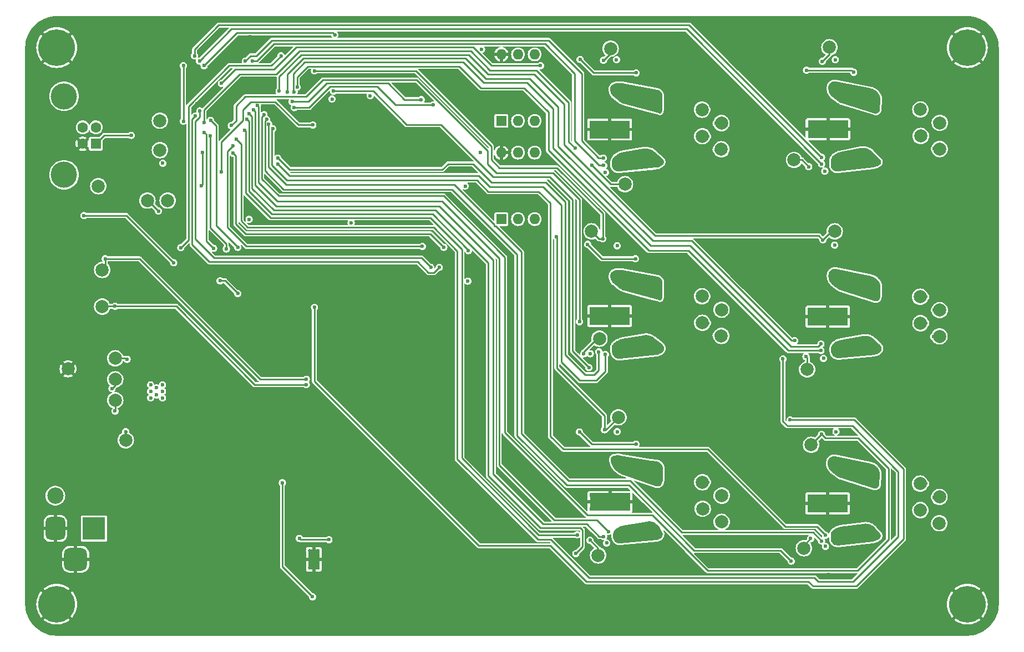
<source format=gbr>
G04 #@! TF.GenerationSoftware,KiCad,Pcbnew,7.0.2-0*
G04 #@! TF.CreationDate,2023-12-22T12:06:10-05:00*
G04 #@! TF.ProjectId,mobo,6d6f626f-2e6b-4696-9361-645f70636258,REV05*
G04 #@! TF.SameCoordinates,Original*
G04 #@! TF.FileFunction,Copper,L4,Bot*
G04 #@! TF.FilePolarity,Positive*
%FSLAX46Y46*%
G04 Gerber Fmt 4.6, Leading zero omitted, Abs format (unit mm)*
G04 Created by KiCad (PCBNEW 7.0.2-0) date 2023-12-22 12:06:10*
%MOMM*%
%LPD*%
G01*
G04 APERTURE LIST*
G04 Aperture macros list*
%AMRoundRect*
0 Rectangle with rounded corners*
0 $1 Rounding radius*
0 $2 $3 $4 $5 $6 $7 $8 $9 X,Y pos of 4 corners*
0 Add a 4 corners polygon primitive as box body*
4,1,4,$2,$3,$4,$5,$6,$7,$8,$9,$2,$3,0*
0 Add four circle primitives for the rounded corners*
1,1,$1+$1,$2,$3*
1,1,$1+$1,$4,$5*
1,1,$1+$1,$6,$7*
1,1,$1+$1,$8,$9*
0 Add four rect primitives between the rounded corners*
20,1,$1+$1,$2,$3,$4,$5,0*
20,1,$1+$1,$4,$5,$6,$7,0*
20,1,$1+$1,$6,$7,$8,$9,0*
20,1,$1+$1,$8,$9,$2,$3,0*%
G04 Aperture macros list end*
G04 #@! TA.AperFunction,ComponentPad*
%ADD10C,5.600000*%
G04 #@! TD*
G04 #@! TA.AperFunction,ComponentPad*
%ADD11R,1.600000X1.600000*%
G04 #@! TD*
G04 #@! TA.AperFunction,ComponentPad*
%ADD12O,1.600000X1.600000*%
G04 #@! TD*
G04 #@! TA.AperFunction,ComponentPad*
%ADD13R,3.500000X3.500000*%
G04 #@! TD*
G04 #@! TA.AperFunction,ComponentPad*
%ADD14C,2.500000*%
G04 #@! TD*
G04 #@! TA.AperFunction,ComponentPad*
%ADD15RoundRect,0.750000X-0.750000X-1.000000X0.750000X-1.000000X0.750000X1.000000X-0.750000X1.000000X0*%
G04 #@! TD*
G04 #@! TA.AperFunction,ComponentPad*
%ADD16RoundRect,0.875000X-0.875000X-0.875000X0.875000X-0.875000X0.875000X0.875000X-0.875000X0.875000X0*%
G04 #@! TD*
G04 #@! TA.AperFunction,ComponentPad*
%ADD17C,1.600000*%
G04 #@! TD*
G04 #@! TA.AperFunction,ComponentPad*
%ADD18C,4.000000*%
G04 #@! TD*
G04 #@! TA.AperFunction,ComponentPad*
%ADD19C,0.600000*%
G04 #@! TD*
G04 #@! TA.AperFunction,SMDPad,CuDef*
%ADD20R,6.200000X2.750000*%
G04 #@! TD*
G04 #@! TA.AperFunction,ComponentPad*
%ADD21C,0.500000*%
G04 #@! TD*
G04 #@! TA.AperFunction,SMDPad,CuDef*
%ADD22R,1.800000X3.100000*%
G04 #@! TD*
G04 #@! TA.AperFunction,SMDPad,CuDef*
%ADD23C,2.000000*%
G04 #@! TD*
G04 #@! TA.AperFunction,ViaPad*
%ADD24C,0.600000*%
G04 #@! TD*
G04 #@! TA.AperFunction,Conductor*
%ADD25C,0.250000*%
G04 #@! TD*
G04 APERTURE END LIST*
D10*
X71600000Y-55000000D03*
D11*
X139475000Y-66187500D03*
D12*
X142015000Y-66187500D03*
X144555000Y-66187500D03*
X144555000Y-56027500D03*
X142015000Y-56027500D03*
X139475000Y-56027500D03*
D13*
X77300000Y-128437500D03*
D14*
X71400000Y-128437500D03*
D15*
X71400000Y-128437500D03*
D16*
X74500000Y-133137500D03*
D14*
X71400000Y-123437500D03*
D11*
X77587500Y-69675000D03*
D17*
X77587500Y-67175000D03*
X75587500Y-67175000D03*
X75587500Y-69675000D03*
D18*
X72727500Y-74425000D03*
X72727500Y-62425000D03*
D19*
X192100000Y-94987500D03*
X190233333Y-94987500D03*
X188366667Y-94987500D03*
X186500000Y-94987500D03*
D20*
X189300000Y-96062500D03*
D19*
X192100000Y-97137500D03*
X190233333Y-97137500D03*
X188366667Y-97137500D03*
X186500000Y-97137500D03*
X186525000Y-68537500D03*
X188391667Y-68537500D03*
X190258333Y-68537500D03*
X192125000Y-68537500D03*
D20*
X189325000Y-67462500D03*
D19*
X186525000Y-66387500D03*
X188391667Y-66387500D03*
X190258333Y-66387500D03*
X192125000Y-66387500D03*
D10*
X210600000Y-140000000D03*
D19*
X192075000Y-123525000D03*
X190208333Y-123525000D03*
X188341667Y-123525000D03*
X186475000Y-123525000D03*
D20*
X189275000Y-124600000D03*
D19*
X192075000Y-125675000D03*
X190208333Y-125675000D03*
X188341667Y-125675000D03*
X186475000Y-125675000D03*
D21*
X110200000Y-131835000D03*
X110200000Y-133135000D03*
X110200000Y-134435000D03*
D22*
X110850000Y-133135000D03*
D21*
X111500000Y-131835000D03*
X111500000Y-133135000D03*
X111500000Y-134435000D03*
D19*
X158850000Y-123312500D03*
X156983333Y-123312500D03*
X155116667Y-123312500D03*
X153250000Y-123312500D03*
D20*
X156050000Y-124387500D03*
D19*
X158850000Y-125462500D03*
X156983333Y-125462500D03*
X155116667Y-125462500D03*
X153250000Y-125462500D03*
X158800000Y-66425000D03*
X156933333Y-66425000D03*
X155066667Y-66425000D03*
X153200000Y-66425000D03*
D20*
X156000000Y-67500000D03*
D19*
X158800000Y-68575000D03*
X156933333Y-68575000D03*
X155066667Y-68575000D03*
X153200000Y-68575000D03*
X158800000Y-94925000D03*
X156933333Y-94925000D03*
X155066667Y-94925000D03*
X153200000Y-94925000D03*
D20*
X156000000Y-96000000D03*
D19*
X158800000Y-97075000D03*
X156933333Y-97075000D03*
X155066667Y-97075000D03*
X153200000Y-97075000D03*
D10*
X71600000Y-140000000D03*
D11*
X139475000Y-81187500D03*
D12*
X142015000Y-81187500D03*
X144555000Y-81187500D03*
X144555000Y-71027500D03*
X142015000Y-71027500D03*
X139475000Y-71027500D03*
D10*
X210600000Y-55000000D03*
D23*
X80550000Y-108850000D03*
X154450000Y-99450000D03*
X206375000Y-95087500D03*
X158350000Y-75850000D03*
X80550000Y-102450000D03*
X87350000Y-66150000D03*
X170150000Y-97025000D03*
X170200000Y-125412500D03*
X186150000Y-104150000D03*
X203425000Y-64437500D03*
X78550000Y-94550000D03*
X206375001Y-70487500D03*
X203425000Y-125625000D03*
X185650000Y-131450000D03*
X206350001Y-99087500D03*
X156150000Y-55150000D03*
X206325000Y-127625000D03*
X206400000Y-66487500D03*
X153250000Y-83050000D03*
X173125000Y-123412500D03*
X173075000Y-66525000D03*
X203450000Y-97087500D03*
X170150000Y-121362500D03*
X173100001Y-127412500D03*
X170150000Y-68525000D03*
X173050001Y-70525000D03*
X82150000Y-114950000D03*
X170100000Y-92975000D03*
X170100000Y-64475000D03*
X154250000Y-132550000D03*
X87350000Y-70650000D03*
X73350000Y-104050000D03*
X80550000Y-105650000D03*
X203375000Y-121575000D03*
X77950000Y-76150000D03*
X184150000Y-72150000D03*
X203475000Y-68487500D03*
X206350000Y-123625000D03*
X203400000Y-93037500D03*
X189550000Y-54950000D03*
X85450000Y-78350000D03*
X157350000Y-111450000D03*
X173075000Y-95025000D03*
X190350000Y-83050000D03*
X88550000Y-78350000D03*
X78550000Y-88950000D03*
X186750000Y-115650000D03*
X173050001Y-99025000D03*
D24*
X163150000Y-138750000D03*
X151950000Y-100450000D03*
X70050000Y-111350000D03*
X93250000Y-138750000D03*
X171150000Y-78250000D03*
X207650000Y-78350000D03*
X194250000Y-81750000D03*
X199350000Y-64650000D03*
X189550000Y-78250000D03*
X165950000Y-98650000D03*
X186150000Y-134150000D03*
X92500000Y-140250000D03*
X126700000Y-127400000D03*
X187350000Y-77250000D03*
X113975000Y-66710000D03*
X77850000Y-135950000D03*
X105450000Y-70650000D03*
X92500000Y-139250000D03*
X101750000Y-125750000D03*
X85250000Y-72350000D03*
X135350000Y-97750000D03*
X93250000Y-139750000D03*
X115225000Y-64360000D03*
X167250000Y-88250000D03*
X126712500Y-136650000D03*
X189550000Y-106850000D03*
X119425000Y-72410000D03*
X85750000Y-141150000D03*
X145250000Y-136650000D03*
X102750000Y-123250000D03*
X101750000Y-112500000D03*
X119675000Y-64310000D03*
X98650000Y-54350000D03*
X136250000Y-78950000D03*
X68950000Y-78850000D03*
X195350000Y-138850000D03*
X165950000Y-70350000D03*
X151550000Y-117550000D03*
X162050000Y-81750000D03*
X173350000Y-106750000D03*
X205450000Y-106850000D03*
X115475000Y-72510000D03*
X92500000Y-141250000D03*
X119675000Y-68910000D03*
X70050000Y-112450000D03*
X73750000Y-136650000D03*
X79350000Y-110550000D03*
X115225000Y-65460000D03*
X199350000Y-93250000D03*
X119675000Y-71260000D03*
X127712500Y-138650000D03*
X68250000Y-130450000D03*
X108250000Y-125250000D03*
X99150000Y-62350000D03*
X126600000Y-118200000D03*
X171150000Y-138350000D03*
X165950000Y-127050000D03*
X164650000Y-114450000D03*
X119750000Y-103450000D03*
X193350000Y-53250000D03*
X163850000Y-82950000D03*
X193250000Y-116250000D03*
X83000000Y-109500000D03*
X99000000Y-128250000D03*
X126600000Y-116200000D03*
X109550000Y-92950000D03*
X160850000Y-53250000D03*
X99000000Y-88750000D03*
X83000000Y-111000000D03*
X174350000Y-106750000D03*
X101750000Y-124750000D03*
X91000000Y-105500000D03*
X101250000Y-110000000D03*
X163150000Y-53250000D03*
X130450000Y-119450000D03*
X165850000Y-87150000D03*
X193150000Y-138850000D03*
X165950000Y-58650000D03*
X160950000Y-138750000D03*
X192350000Y-85150000D03*
X117375000Y-62860000D03*
X205450000Y-78350000D03*
X172050000Y-106750000D03*
X106750000Y-112500000D03*
X69000000Y-128000000D03*
X130450000Y-109150000D03*
X77850000Y-139250000D03*
X152550000Y-120050000D03*
X162950000Y-81750000D03*
X126712500Y-137650000D03*
X199250000Y-127450000D03*
X115425000Y-63110000D03*
X199250000Y-98950000D03*
X158950000Y-56650000D03*
X165950000Y-93150000D03*
X128600000Y-118200000D03*
X197050000Y-137550000D03*
X144250000Y-87750000D03*
X83750000Y-108750000D03*
X127700000Y-128400000D03*
X71750000Y-132750000D03*
X204550000Y-106850000D03*
X69000000Y-129650000D03*
X126700000Y-126400000D03*
X167250000Y-75250000D03*
X91000000Y-109000000D03*
X113975000Y-68610000D03*
X115075000Y-69110000D03*
X81450000Y-74350000D03*
X86550000Y-72350000D03*
X97750000Y-96500000D03*
X102750000Y-128250000D03*
X103000000Y-112500000D03*
X69000000Y-126500000D03*
X163850000Y-80550000D03*
X128700000Y-128400000D03*
X108750000Y-72950000D03*
X126700000Y-108000000D03*
X195450000Y-81750000D03*
X117425000Y-72710000D03*
X194250000Y-110350000D03*
X103650000Y-56750000D03*
X113600000Y-65050000D03*
X100250000Y-110000000D03*
X93250000Y-141750000D03*
X102750000Y-126250000D03*
X134850000Y-73650000D03*
X193250000Y-110350000D03*
X206550000Y-106850000D03*
X99250000Y-93750000D03*
X173350000Y-78250000D03*
X120450000Y-59250000D03*
X167350000Y-103750000D03*
X89250000Y-69950000D03*
X72650000Y-107050000D03*
X167250000Y-59750000D03*
X75250000Y-136650000D03*
X174350000Y-78250000D03*
X74500000Y-135750000D03*
X159850000Y-53250000D03*
X115225000Y-70160000D03*
X153950000Y-134850000D03*
X111150000Y-81750000D03*
X119650000Y-59250000D03*
X166050000Y-117650000D03*
X165950000Y-133250000D03*
X133350000Y-79350000D03*
X112750000Y-105250000D03*
X100250000Y-128250000D03*
X107250000Y-124750000D03*
X165950000Y-104850000D03*
X107250000Y-125750000D03*
X126700000Y-106000000D03*
X134950000Y-63450000D03*
X95950000Y-53250000D03*
X91000000Y-108250000D03*
X118450000Y-131050000D03*
X199350000Y-58550000D03*
X115075000Y-66510000D03*
X124500000Y-81750000D03*
X189450000Y-135450000D03*
X90750000Y-78350000D03*
X119750000Y-105350000D03*
X102750000Y-124250000D03*
X119375000Y-63160000D03*
X136150000Y-88450000D03*
X172050000Y-78250000D03*
X126450000Y-61950000D03*
X115650000Y-94850000D03*
X129700000Y-128400000D03*
X73000000Y-135750000D03*
X206450000Y-138450000D03*
X132350000Y-61950000D03*
X110850000Y-137250000D03*
X130450000Y-129550000D03*
X162150000Y-53250000D03*
X128700000Y-108000000D03*
X144650000Y-106050000D03*
X127450000Y-93650000D03*
X126712500Y-138650000D03*
X191750000Y-106850000D03*
X145650000Y-116050000D03*
X119675000Y-65460000D03*
X126350000Y-91950000D03*
X204450000Y-138450000D03*
X115225000Y-71360000D03*
X172150000Y-138350000D03*
X70950000Y-133500000D03*
X93050000Y-63550000D03*
X132350000Y-78250000D03*
X145550000Y-126450000D03*
X104250000Y-112500000D03*
X106250000Y-81750000D03*
X166050000Y-121650000D03*
X113550000Y-63950000D03*
X197850000Y-114650000D03*
X144250000Y-88650000D03*
X187250000Y-105950000D03*
X171150000Y-106750000D03*
X132050000Y-58850000D03*
X200650000Y-59650000D03*
X119675000Y-70110000D03*
X104150000Y-138450000D03*
X89250000Y-72250000D03*
X88250000Y-68350000D03*
X84500000Y-108750000D03*
X205450000Y-138450000D03*
X173250000Y-138350000D03*
X206650000Y-78350000D03*
X91000000Y-106250000D03*
X199250000Y-104850000D03*
X89050000Y-141150000D03*
X127700000Y-108000000D03*
X70950000Y-132000000D03*
X108000000Y-112500000D03*
X200050000Y-132450000D03*
X102250000Y-110000000D03*
X166050000Y-131050000D03*
X140850000Y-87050000D03*
X200650000Y-103750000D03*
X200550000Y-116850000D03*
X174350000Y-138350000D03*
X77450000Y-90550000D03*
X71750000Y-104050000D03*
X94450000Y-119750000D03*
X95250000Y-101750000D03*
X156250000Y-106850000D03*
X192250000Y-135550000D03*
X194250000Y-53250000D03*
X193250000Y-81750000D03*
X165950000Y-64650000D03*
X159250000Y-78350000D03*
X199150000Y-76250000D03*
X119675000Y-66660000D03*
X80750000Y-112050000D03*
X129600000Y-118200000D03*
X200550000Y-88350000D03*
X159150000Y-85150000D03*
X163050000Y-110150000D03*
X101500000Y-128250000D03*
X112750000Y-104250000D03*
X119750000Y-104350000D03*
X199350000Y-70250000D03*
X112750000Y-106350000D03*
X83000000Y-110250000D03*
X194250000Y-138850000D03*
X101750000Y-123750000D03*
X68250000Y-128850000D03*
X196350000Y-110350000D03*
X89250000Y-70950000D03*
X126700000Y-107000000D03*
X117950000Y-91450000D03*
X111550000Y-101450000D03*
X127600000Y-118200000D03*
X199250000Y-121750000D03*
X157350000Y-135150000D03*
X204550000Y-78350000D03*
X159150000Y-113450000D03*
X70250000Y-77350000D03*
X108250000Y-126250000D03*
X191750000Y-78250000D03*
X119750000Y-107250000D03*
X119675000Y-67760000D03*
X196450000Y-81750000D03*
X103650000Y-53450000D03*
X162150000Y-110150000D03*
X108250000Y-127250000D03*
X72550000Y-90550000D03*
X89850000Y-126950000D03*
X132050000Y-73750000D03*
X108850000Y-65350000D03*
X68250000Y-127250000D03*
X100750000Y-79000000D03*
X102750000Y-125250000D03*
X106350000Y-63350000D03*
X159850000Y-138750000D03*
X196450000Y-53250000D03*
X130450000Y-98950000D03*
X128712500Y-138650000D03*
X93250000Y-140750000D03*
X126600000Y-117200000D03*
X143350000Y-78250000D03*
X129712500Y-138650000D03*
X126700000Y-128400000D03*
X71750000Y-134250000D03*
X195450000Y-53250000D03*
X71750000Y-131250000D03*
X96550000Y-85250000D03*
X107250000Y-126750000D03*
X160850000Y-110150000D03*
X105500000Y-112500000D03*
X162050000Y-138750000D03*
X207350000Y-138450000D03*
X173450000Y-88450000D03*
X129700000Y-108000000D03*
X101150000Y-53350000D03*
X192450000Y-56650000D03*
X158450000Y-106750000D03*
X195350000Y-110350000D03*
X119750000Y-106350000D03*
X150950000Y-120250000D03*
X108250000Y-124250000D03*
X76000000Y-135750000D03*
X207550000Y-106850000D03*
X165850000Y-76450000D03*
X200650000Y-75050000D03*
X102750000Y-95000000D03*
X159950000Y-110150000D03*
X109650000Y-72950000D03*
X192450000Y-113650000D03*
X154950000Y-105950000D03*
X197950000Y-86050000D03*
X110850000Y-136350000D03*
X141450000Y-117850000D03*
X89250000Y-73250000D03*
X87350000Y-66150000D03*
X87350000Y-70650000D03*
X190550000Y-113650000D03*
X119450000Y-62350000D03*
X153050000Y-101750000D03*
X155350000Y-74050000D03*
X87750000Y-107500000D03*
X157150000Y-113650000D03*
X100975000Y-81225000D03*
X85950000Y-108500000D03*
X157150000Y-85250000D03*
X116550000Y-81750000D03*
X136250000Y-71050000D03*
X85950000Y-106500000D03*
X188950000Y-131150000D03*
X86850000Y-106950000D03*
X190450000Y-56850000D03*
X87790000Y-72650000D03*
X87750000Y-106500000D03*
X190350000Y-85150000D03*
X136450000Y-55250000D03*
X134350000Y-90650000D03*
X133950000Y-76150000D03*
X188650000Y-102450000D03*
X113650000Y-62850000D03*
X157050000Y-56850000D03*
X155550000Y-130650000D03*
X86850000Y-108050000D03*
X82350000Y-102600000D03*
X87750000Y-108500000D03*
X85950000Y-107500000D03*
X188850000Y-73850000D03*
X151400000Y-113687500D03*
X186050000Y-58450000D03*
X159950000Y-87250000D03*
X160050000Y-58850000D03*
X160050000Y-115550000D03*
X193250000Y-58750000D03*
X152650000Y-85050000D03*
X80500000Y-110500000D03*
X151500000Y-56800000D03*
X204250000Y-68450000D03*
X205550000Y-70450000D03*
X205650000Y-66450000D03*
X204150000Y-64450000D03*
X89450000Y-87850000D03*
X96550000Y-90600000D03*
X99250000Y-92550000D03*
X80050000Y-107050000D03*
X110650000Y-138850000D03*
X106050000Y-121450000D03*
X75750000Y-80650000D03*
X108650000Y-129950000D03*
X113150000Y-130150000D03*
X170950000Y-68550000D03*
X172250000Y-70550000D03*
X172250000Y-66550000D03*
X170850000Y-64450000D03*
X170950000Y-97050000D03*
X172250000Y-98950000D03*
X172350000Y-95050000D03*
X170850000Y-92950000D03*
X204150000Y-125550000D03*
X205550000Y-127650000D03*
X205550000Y-123650000D03*
X204250000Y-121550000D03*
X204250000Y-97050000D03*
X205450000Y-99150000D03*
X205550000Y-95050000D03*
X204250000Y-93050000D03*
X170950000Y-125450000D03*
X172350000Y-127350000D03*
X172350000Y-123450000D03*
X170950000Y-121350000D03*
X93850000Y-71050000D03*
X93650000Y-76050000D03*
X88600000Y-78300000D03*
X87150000Y-79950000D03*
X188450000Y-57100000D03*
X77900000Y-76250000D03*
X83000000Y-68400000D03*
X107550000Y-63250000D03*
X127250000Y-62950000D03*
X129050000Y-63750000D03*
X107850000Y-64150000D03*
X145450000Y-57750000D03*
X96750000Y-60450000D03*
X114050000Y-53050000D03*
X155075000Y-56925000D03*
X94100000Y-57750000D03*
X152850000Y-103850000D03*
X113850000Y-61650000D03*
X110950000Y-58550000D03*
X154950000Y-84200000D03*
X103650000Y-65950000D03*
X183712500Y-133412500D03*
X188350000Y-114050000D03*
X103250000Y-65250000D03*
X184250000Y-99750000D03*
X106850000Y-61750000D03*
X105550000Y-61650000D03*
X188550000Y-84350000D03*
X150850000Y-132250000D03*
X100950000Y-65100000D03*
X100600000Y-65950000D03*
X134450000Y-86000000D03*
X147850000Y-83850000D03*
X155200000Y-113350000D03*
X90950000Y-66250000D03*
X90950000Y-57750000D03*
X188350000Y-71750000D03*
X92650000Y-56250000D03*
X188350000Y-72750000D03*
X93400000Y-57050000D03*
X105350000Y-71850000D03*
X154350000Y-101450000D03*
X105350000Y-72750000D03*
X155350000Y-101850000D03*
X188250000Y-101250000D03*
X108314987Y-61014987D03*
X99050000Y-69000000D03*
X182450000Y-102550000D03*
X103974500Y-66700000D03*
X188350000Y-130350000D03*
X110950000Y-94650000D03*
X99250000Y-85500000D03*
X95100000Y-66100000D03*
X183550000Y-111850000D03*
X151050000Y-129400000D03*
X100300000Y-67600000D03*
X155800000Y-128900000D03*
X102250000Y-63850000D03*
X101650000Y-64500000D03*
X155075000Y-129650000D03*
X104578116Y-67378116D03*
X188950000Y-129450000D03*
X101462750Y-57062750D03*
X155100000Y-73000000D03*
X100400000Y-57050000D03*
X155050000Y-71850000D03*
X188250000Y-100250000D03*
X107850000Y-61750000D03*
X151400000Y-96850000D03*
X98250000Y-66900000D03*
X94100000Y-66450000D03*
X150750000Y-70375000D03*
X191200000Y-71762500D03*
X190900000Y-72687500D03*
X196750000Y-72462500D03*
X190475000Y-72087500D03*
X190425000Y-73287500D03*
X194975000Y-71762500D03*
X194975000Y-71062500D03*
X195875000Y-72437500D03*
X190250000Y-62150000D03*
X191100000Y-62712500D03*
X195850000Y-62450000D03*
X194550000Y-63550000D03*
X196750000Y-64650000D03*
X195150000Y-63050000D03*
X189950000Y-61450000D03*
X190050000Y-60650000D03*
X190950000Y-61850000D03*
X190750000Y-61150000D03*
X196750000Y-62237500D03*
X195150000Y-64050000D03*
X161650000Y-71800000D03*
X162550000Y-72475000D03*
X163425000Y-72500000D03*
X157100000Y-73325000D03*
X161650000Y-71100000D03*
X157150000Y-72125000D03*
X157575000Y-72725000D03*
X157875000Y-71800000D03*
X156650000Y-61050000D03*
X156850000Y-61950000D03*
X163550000Y-63650000D03*
X157450000Y-61250000D03*
X163450000Y-64650000D03*
X162650000Y-62450000D03*
X157775000Y-62750000D03*
X157650000Y-62050000D03*
X161550000Y-63450000D03*
X163425000Y-62275000D03*
X161650000Y-99600000D03*
X157575000Y-101225000D03*
X157875000Y-100300000D03*
X157100000Y-101825000D03*
X157150000Y-100625000D03*
X163425000Y-101000000D03*
X161650000Y-100300000D03*
X162550000Y-100975000D03*
X161750000Y-92450000D03*
X157850000Y-91350000D03*
X163450000Y-91250000D03*
X156950000Y-90550000D03*
X157450000Y-89750000D03*
X162550000Y-91050000D03*
X161750000Y-91650000D03*
X163250000Y-90450000D03*
X163450000Y-93050000D03*
X156650000Y-89650000D03*
X157650000Y-90550000D03*
X194925000Y-128900000D03*
X190375000Y-130425000D03*
X195825000Y-129575000D03*
X191150000Y-128900000D03*
X196700000Y-129600000D03*
X194925000Y-128200000D03*
X190425000Y-129225000D03*
X190850000Y-129825000D03*
X195950000Y-119450000D03*
X195150000Y-121250000D03*
X191050000Y-119850000D03*
X190950000Y-119050000D03*
X195250000Y-120050000D03*
X189850000Y-118450000D03*
X190550000Y-118150000D03*
X190250000Y-119150000D03*
X194550000Y-120650000D03*
X196700000Y-119375000D03*
X190875000Y-101287500D03*
X194950000Y-99662500D03*
X191175000Y-100362500D03*
X196725000Y-101062500D03*
X194950000Y-100362500D03*
X190400000Y-101887500D03*
X190450000Y-100687500D03*
X195850000Y-101037500D03*
X196150000Y-93250000D03*
X191075000Y-91312500D03*
X195050000Y-92050000D03*
X196850000Y-93050000D03*
X195950000Y-91050000D03*
X190650000Y-89550000D03*
X190250000Y-90650000D03*
X196725000Y-90837500D03*
X190950000Y-90550000D03*
X189950000Y-89950000D03*
X161700000Y-128687500D03*
X161700000Y-127987500D03*
X157150000Y-130212500D03*
X157625000Y-129612500D03*
X157925000Y-128687500D03*
X163475000Y-129387500D03*
X157200000Y-129012500D03*
X162600000Y-129362500D03*
X157450000Y-117950000D03*
X161250000Y-120450000D03*
X161850000Y-120950000D03*
X161950000Y-119850000D03*
X163550000Y-119550000D03*
X163475000Y-118750000D03*
X157250000Y-119350000D03*
X156850000Y-118750000D03*
X156650000Y-117950000D03*
X162750000Y-119250000D03*
X163450000Y-121550000D03*
X157950000Y-119750000D03*
X157650000Y-118650000D03*
X92750000Y-65450000D03*
X129997500Y-88550000D03*
X128712500Y-88550000D03*
X93450000Y-64650000D03*
X127412500Y-85350000D03*
X98500000Y-70000000D03*
X130700000Y-85500000D03*
X98525000Y-71125000D03*
X186387500Y-73187500D03*
X153293750Y-72993750D03*
X152050000Y-101750000D03*
X186681250Y-129981250D03*
X185975000Y-102175000D03*
X153012500Y-130212500D03*
X82150000Y-113650000D03*
X94150000Y-67950000D03*
X95550000Y-85650000D03*
X79000000Y-87250000D03*
X110700000Y-66800000D03*
X96750000Y-74000000D03*
X109700000Y-105650000D03*
X109700000Y-106450000D03*
X80500000Y-94500000D03*
X105850000Y-56250000D03*
X90550000Y-85550000D03*
X95050000Y-68450000D03*
X97500000Y-85750000D03*
D25*
X188350000Y-114050000D02*
X188950000Y-114650000D01*
X188950000Y-114650000D02*
X193950000Y-114650000D01*
X193950000Y-114650000D02*
X198550000Y-119250000D01*
X198550000Y-119250000D02*
X198550000Y-130150000D01*
X193825000Y-134875000D02*
X170975000Y-134875000D01*
X198550000Y-130150000D02*
X193825000Y-134875000D01*
X170975000Y-134875000D02*
X162500000Y-126400000D01*
X162500000Y-126400000D02*
X152600000Y-126400000D01*
X152600000Y-126400000D02*
X140000000Y-113800000D01*
X140000000Y-113800000D02*
X140000000Y-87000000D01*
X140000000Y-87000000D02*
X130650000Y-77650000D01*
X130650000Y-77650000D02*
X105500000Y-77650000D01*
X105500000Y-77650000D02*
X102900000Y-75050000D01*
X102900000Y-75050000D02*
X102900000Y-65600000D01*
X102900000Y-65600000D02*
X103250000Y-65250000D01*
X80550000Y-102450000D02*
X82200000Y-102450000D01*
X82200000Y-102450000D02*
X82350000Y-102600000D01*
X153262500Y-115550000D02*
X160050000Y-115550000D01*
X153550000Y-58850000D02*
X160050000Y-58850000D01*
X154850000Y-87250000D02*
X159950000Y-87250000D01*
X80550000Y-108850000D02*
X80550000Y-110450000D01*
X80550000Y-110450000D02*
X80500000Y-110500000D01*
X152650000Y-85050000D02*
X154850000Y-87250000D01*
X151500000Y-56800000D02*
X153550000Y-58850000D01*
X192950000Y-58450000D02*
X193250000Y-58750000D01*
X186050000Y-58450000D02*
X192950000Y-58450000D01*
X151400000Y-113687500D02*
X153262500Y-115550000D01*
X106050000Y-134250000D02*
X106050000Y-121450000D01*
X110650000Y-138850000D02*
X106050000Y-134250000D01*
X80550000Y-105650000D02*
X80550000Y-106550000D01*
X99250000Y-92550000D02*
X97300000Y-90600000D01*
X80550000Y-106550000D02*
X80050000Y-107050000D01*
X75750000Y-80650000D02*
X82250000Y-80650000D01*
X97300000Y-90600000D02*
X96550000Y-90600000D01*
X82250000Y-80650000D02*
X89450000Y-87850000D01*
X113150000Y-130150000D02*
X108850000Y-130150000D01*
X108850000Y-130150000D02*
X108650000Y-129950000D01*
X88550000Y-78350000D02*
X88600000Y-78300000D01*
X93850000Y-75850000D02*
X93650000Y-76050000D01*
X93850000Y-71050000D02*
X93850000Y-75850000D01*
X85450000Y-78350000D02*
X85550000Y-78350000D01*
X85550000Y-78350000D02*
X87150000Y-79950000D01*
X189550000Y-56000000D02*
X188450000Y-57100000D01*
X189550000Y-54950000D02*
X189550000Y-56000000D01*
X83000000Y-68400000D02*
X78862500Y-68400000D01*
X77950000Y-76200000D02*
X77900000Y-76250000D01*
X77950000Y-76150000D02*
X77950000Y-76200000D01*
X78862500Y-68400000D02*
X77587500Y-69675000D01*
X122200000Y-60450000D02*
X112825000Y-60450000D01*
X124700000Y-62950000D02*
X122200000Y-60450000D01*
X112825000Y-60450000D02*
X110025000Y-63250000D01*
X110025000Y-63250000D02*
X107550000Y-63250000D01*
X127250000Y-62950000D02*
X124700000Y-62950000D01*
X123350000Y-63750000D02*
X120550000Y-60950000D01*
X113350000Y-60950000D02*
X110150000Y-64150000D01*
X129050000Y-63750000D02*
X123350000Y-63750000D01*
X120550000Y-60950000D02*
X113350000Y-60950000D01*
X110150000Y-64150000D02*
X107850000Y-64150000D01*
X135150000Y-54950000D02*
X108200000Y-54950000D01*
X104800000Y-58350000D02*
X98850000Y-58350000D01*
X108200000Y-54950000D02*
X104800000Y-58350000D01*
X137950000Y-57750000D02*
X135150000Y-54950000D01*
X145450000Y-57750000D02*
X137950000Y-57750000D01*
X98850000Y-58350000D02*
X96750000Y-60450000D01*
X156150000Y-55150000D02*
X156150000Y-55850000D01*
X94100000Y-57750000D02*
X99100000Y-52750000D01*
X113750000Y-52750000D02*
X114050000Y-53050000D01*
X99100000Y-52750000D02*
X113750000Y-52750000D01*
X156150000Y-55850000D02*
X155075000Y-56925000D01*
X150350000Y-101350000D02*
X152850000Y-103850000D01*
X146850000Y-74750000D02*
X150350000Y-78250000D01*
X119900000Y-61650000D02*
X125000000Y-66750000D01*
X150350000Y-78250000D02*
X150350000Y-101350000D01*
X138250000Y-74750000D02*
X146850000Y-74750000D01*
X125000000Y-66750000D02*
X130250000Y-66750000D01*
X130250000Y-66750000D02*
X138250000Y-74750000D01*
X113850000Y-61650000D02*
X119900000Y-61650000D01*
X154400000Y-84200000D02*
X153250000Y-83050000D01*
X137950000Y-72150000D02*
X139150000Y-73350000D01*
X154950000Y-84200000D02*
X154400000Y-84200000D01*
X137950000Y-70050000D02*
X137950000Y-72150000D01*
X154950000Y-80350000D02*
X154950000Y-84200000D01*
X126450000Y-58550000D02*
X137950000Y-70050000D01*
X139150000Y-73350000D02*
X147950000Y-73350000D01*
X147950000Y-73350000D02*
X154950000Y-80350000D01*
X110950000Y-58550000D02*
X126450000Y-58550000D01*
X168900000Y-131800000D02*
X158950000Y-121850000D01*
X131950000Y-76650000D02*
X106250000Y-76650000D01*
X183712500Y-133412500D02*
X182100000Y-131800000D01*
X103400000Y-66200000D02*
X103650000Y-65950000D01*
X141850000Y-114250000D02*
X141850000Y-86550000D01*
X106250000Y-76650000D02*
X103400000Y-73800000D01*
X141850000Y-86550000D02*
X131950000Y-76650000D01*
X158950000Y-121850000D02*
X149450000Y-121850000D01*
X103400000Y-73800000D02*
X103400000Y-66200000D01*
X149450000Y-121850000D02*
X141850000Y-114250000D01*
X182100000Y-131800000D02*
X168900000Y-131800000D01*
X186750000Y-115650000D02*
X188350000Y-114050000D01*
X109250000Y-56650000D02*
X106850000Y-59050000D01*
X143850000Y-59750000D02*
X137097780Y-59750000D01*
X148150000Y-70050000D02*
X148150000Y-64050000D01*
X184250000Y-99750000D02*
X183750000Y-99750000D01*
X133997780Y-56650000D02*
X109250000Y-56650000D01*
X168500000Y-84500000D02*
X162600000Y-84500000D01*
X162600000Y-84500000D02*
X148150000Y-70050000D01*
X183750000Y-99750000D02*
X168500000Y-84500000D01*
X106850000Y-59050000D02*
X106850000Y-61750000D01*
X148150000Y-64050000D02*
X143850000Y-59750000D01*
X137097780Y-59750000D02*
X133997780Y-56650000D01*
X189850000Y-83050000D02*
X188550000Y-84350000D01*
X108900000Y-56100000D02*
X134500000Y-56100000D01*
X144450000Y-59050000D02*
X149050000Y-63650000D01*
X149050000Y-63650000D02*
X149050000Y-69850000D01*
X105550000Y-61650000D02*
X105550000Y-59450000D01*
X137450000Y-59050000D02*
X144450000Y-59050000D01*
X134500000Y-56100000D02*
X137450000Y-59050000D01*
X105550000Y-59450000D02*
X108900000Y-56100000D01*
X149050000Y-69850000D02*
X162950000Y-83750000D01*
X190350000Y-83050000D02*
X189850000Y-83050000D01*
X187950000Y-83750000D02*
X188550000Y-84350000D01*
X162950000Y-83750000D02*
X187950000Y-83750000D01*
X104750000Y-79850000D02*
X101400000Y-76500000D01*
X151850000Y-131250000D02*
X151850000Y-128650000D01*
X129450000Y-79850000D02*
X104750000Y-79850000D01*
X101400000Y-76500000D02*
X101400000Y-65550000D01*
X137500000Y-87900000D02*
X129450000Y-79850000D01*
X137500000Y-120400000D02*
X137500000Y-87900000D01*
X151550000Y-128350000D02*
X145450000Y-128350000D01*
X101400000Y-65550000D02*
X100950000Y-65100000D01*
X145450000Y-128350000D02*
X137500000Y-120400000D01*
X150850000Y-132250000D02*
X151850000Y-131250000D01*
X151850000Y-128650000D02*
X151550000Y-128350000D01*
X155200000Y-111200000D02*
X155200000Y-113350000D01*
X155200000Y-113350000D02*
X155450000Y-113350000D01*
X155450000Y-113350000D02*
X157350000Y-111450000D01*
X134450000Y-86000000D02*
X134450000Y-85900000D01*
X147950000Y-83950000D02*
X147950000Y-103950000D01*
X134450000Y-85900000D02*
X129000000Y-80450000D01*
X104450000Y-80450000D02*
X100950000Y-76950000D01*
X147850000Y-83850000D02*
X147950000Y-83950000D01*
X100950000Y-66300000D02*
X100600000Y-65950000D01*
X147950000Y-103950000D02*
X155200000Y-111200000D01*
X100950000Y-76950000D02*
X100950000Y-66300000D01*
X129000000Y-80450000D02*
X104450000Y-80450000D01*
X90950000Y-66250000D02*
X90950000Y-57750000D01*
X92650000Y-56250000D02*
X92650000Y-55250000D01*
X168150000Y-51550000D02*
X188350000Y-71750000D01*
X96350000Y-51550000D02*
X168150000Y-51550000D01*
X92650000Y-55250000D02*
X96350000Y-51550000D01*
X98300000Y-52150000D02*
X167750000Y-52150000D01*
X167750000Y-52150000D02*
X188350000Y-72750000D01*
X93400000Y-57050000D02*
X98300000Y-52150000D01*
X149250000Y-78550000D02*
X146250000Y-75550000D01*
X146250000Y-75550000D02*
X137950000Y-75550000D01*
X135150000Y-72750000D02*
X131350000Y-72750000D01*
X130475000Y-73625000D02*
X107125000Y-73625000D01*
X137950000Y-75550000D02*
X135150000Y-72750000D01*
X152250000Y-104950000D02*
X149250000Y-101950000D01*
X131350000Y-72750000D02*
X130475000Y-73625000D01*
X154350000Y-101450000D02*
X154350000Y-104263173D01*
X154350000Y-104263173D02*
X153663173Y-104950000D01*
X149250000Y-101950000D02*
X149250000Y-78550000D01*
X153663173Y-104950000D02*
X152250000Y-104950000D01*
X107125000Y-73625000D02*
X105350000Y-71850000D01*
X107150000Y-74550000D02*
X105350000Y-72750000D01*
X148650000Y-79050000D02*
X145850000Y-76250000D01*
X153950000Y-105850000D02*
X151450000Y-105850000D01*
X148650000Y-103050000D02*
X148650000Y-79050000D01*
X155350000Y-101850000D02*
X155350000Y-104450000D01*
X136050000Y-74550000D02*
X107150000Y-74550000D01*
X155350000Y-104450000D02*
X153950000Y-105850000D01*
X145850000Y-76250000D02*
X137750000Y-76250000D01*
X137750000Y-76250000D02*
X136050000Y-74550000D01*
X151450000Y-105850000D02*
X148650000Y-103050000D01*
X146650000Y-70650000D02*
X162000000Y-86000000D01*
X168000000Y-86000000D02*
X183250000Y-101250000D01*
X183250000Y-101250000D02*
X188250000Y-101250000D01*
X133050000Y-57850000D02*
X136350000Y-61150000D01*
X136350000Y-61150000D02*
X142950000Y-61150000D01*
X108314987Y-59485013D02*
X109950000Y-57850000D01*
X109950000Y-57850000D02*
X133050000Y-57850000D01*
X142950000Y-61150000D02*
X146650000Y-64850000D01*
X146650000Y-64850000D02*
X146650000Y-70650000D01*
X162000000Y-86000000D02*
X168000000Y-86000000D01*
X108314987Y-61014987D02*
X108314987Y-59485013D01*
X145050000Y-130150000D02*
X132750000Y-117850000D01*
X132750000Y-86050000D02*
X129150000Y-82450000D01*
X129150000Y-82450000D02*
X100750000Y-82450000D01*
X147050000Y-130150000D02*
X145050000Y-130150000D01*
X182450000Y-112040793D02*
X183159207Y-112750000D01*
X132750000Y-117850000D02*
X132750000Y-86050000D01*
X183159207Y-112750000D02*
X193050000Y-112750000D01*
X99750000Y-69700000D02*
X99050000Y-69000000D01*
X200050000Y-119750000D02*
X200050000Y-129650000D01*
X187250000Y-135950000D02*
X152850000Y-135950000D01*
X99750000Y-81450000D02*
X99750000Y-69700000D01*
X193150000Y-136550000D02*
X187850000Y-136550000D01*
X182450000Y-102550000D02*
X182450000Y-112040793D01*
X193050000Y-112750000D02*
X200050000Y-119750000D01*
X152850000Y-135950000D02*
X147050000Y-130150000D01*
X100750000Y-82450000D02*
X99750000Y-81450000D01*
X187850000Y-136550000D02*
X187250000Y-135950000D01*
X200050000Y-129650000D02*
X193150000Y-136550000D01*
X106600000Y-75950000D02*
X103900000Y-73250000D01*
X187050000Y-129050000D02*
X167050000Y-129050000D01*
X103900000Y-73250000D02*
X103900000Y-66774500D01*
X159150000Y-121150000D02*
X149750000Y-121150000D01*
X142550000Y-86200000D02*
X138612500Y-82262500D01*
X103900000Y-66774500D02*
X103974500Y-66700000D01*
X138400000Y-82050000D02*
X132300000Y-75950000D01*
X149750000Y-121150000D02*
X142550000Y-113950000D01*
X138400000Y-82262500D02*
X138400000Y-82050000D01*
X132300000Y-75950000D02*
X106600000Y-75950000D01*
X138612500Y-82262500D02*
X138400000Y-82262500D01*
X142550000Y-113950000D02*
X142550000Y-86200000D01*
X167050000Y-129050000D02*
X159150000Y-121150000D01*
X188350000Y-130350000D02*
X187050000Y-129050000D01*
X193650000Y-137250000D02*
X187050000Y-137250000D01*
X146950000Y-131050000D02*
X136050000Y-131050000D01*
X136050000Y-131050000D02*
X110950000Y-105950000D01*
X187050000Y-137250000D02*
X186350000Y-136550000D01*
X183550000Y-111850000D02*
X193350000Y-111850000D01*
X99250000Y-85500000D02*
X95950000Y-82200000D01*
X193350000Y-111850000D02*
X200850000Y-119350000D01*
X200850000Y-119350000D02*
X200850000Y-130050000D01*
X152450000Y-136550000D02*
X146950000Y-131050000D01*
X95950000Y-82200000D02*
X95950000Y-66950000D01*
X110950000Y-105950000D02*
X110950000Y-94650000D01*
X186350000Y-136550000D02*
X152450000Y-136550000D01*
X200850000Y-130050000D02*
X193650000Y-137250000D01*
X95950000Y-66950000D02*
X95100000Y-66100000D01*
X133450000Y-117700000D02*
X145200000Y-129450000D01*
X100450000Y-77200000D02*
X104250000Y-81000000D01*
X104250000Y-81000000D02*
X128625000Y-81000000D01*
X151000000Y-129400000D02*
X151050000Y-129400000D01*
X100450000Y-67750000D02*
X100450000Y-77200000D01*
X150950000Y-129450000D02*
X151000000Y-129400000D01*
X133450000Y-85825000D02*
X133450000Y-117700000D01*
X128625000Y-81000000D02*
X133450000Y-85825000D01*
X145200000Y-129450000D02*
X150950000Y-129450000D01*
X100300000Y-67600000D02*
X100450000Y-67750000D01*
X102400000Y-75600000D02*
X102400000Y-64000000D01*
X102400000Y-64000000D02*
X102250000Y-63850000D01*
X139150000Y-87150000D02*
X130450000Y-78450000D01*
X154050000Y-127150000D02*
X147550000Y-127150000D01*
X130450000Y-78450000D02*
X105250000Y-78450000D01*
X155800000Y-128900000D02*
X154050000Y-127150000D01*
X147550000Y-127150000D02*
X139150000Y-118750000D01*
X139150000Y-118750000D02*
X139150000Y-87150000D01*
X105250000Y-78450000D02*
X102400000Y-75600000D01*
X101900000Y-76000000D02*
X101900000Y-64750000D01*
X101900000Y-64750000D02*
X101650000Y-64500000D01*
X155075000Y-129650000D02*
X154400000Y-129650000D01*
X154400000Y-129650000D02*
X152500000Y-127750000D01*
X130050000Y-79250000D02*
X105150000Y-79250000D01*
X105150000Y-79250000D02*
X101900000Y-76000000D01*
X138250000Y-87450000D02*
X130050000Y-79250000D01*
X138250000Y-120134314D02*
X138250000Y-87450000D01*
X145865686Y-127750000D02*
X138250000Y-120134314D01*
X152500000Y-127750000D02*
X145865686Y-127750000D01*
X146950000Y-78750000D02*
X146950000Y-114350000D01*
X187650000Y-128150000D02*
X188950000Y-129450000D01*
X182800000Y-128150000D02*
X187650000Y-128150000D01*
X135750000Y-75250000D02*
X137500000Y-77000000D01*
X106750000Y-75250000D02*
X135750000Y-75250000D01*
X148950000Y-116350000D02*
X171000000Y-116350000D01*
X171000000Y-116350000D02*
X182800000Y-128150000D01*
X104450000Y-67506232D02*
X104450000Y-72950000D01*
X146950000Y-114350000D02*
X148950000Y-116350000D01*
X137500000Y-77000000D02*
X145200000Y-77000000D01*
X145200000Y-77000000D02*
X146950000Y-78750000D01*
X104450000Y-72950000D02*
X106750000Y-75250000D01*
X104578116Y-67378116D02*
X104450000Y-67506232D01*
X150650000Y-58950000D02*
X150650000Y-69250000D01*
X101462750Y-57062750D02*
X102137250Y-57062750D01*
X150650000Y-69250000D02*
X154400000Y-73000000D01*
X146150000Y-54450000D02*
X150650000Y-58950000D01*
X154400000Y-73000000D02*
X155100000Y-73000000D01*
X102137250Y-57062750D02*
X104750000Y-54450000D01*
X104750000Y-54450000D02*
X146150000Y-54450000D01*
X154350000Y-71850000D02*
X155050000Y-71850000D01*
X100400000Y-57050000D02*
X101200000Y-56250000D01*
X102050000Y-56250000D02*
X104400000Y-53900000D01*
X151750000Y-69250000D02*
X154350000Y-71850000D01*
X146700000Y-53900000D02*
X151750000Y-58950000D01*
X151750000Y-58950000D02*
X151750000Y-69250000D01*
X104400000Y-53900000D02*
X146700000Y-53900000D01*
X101200000Y-56250000D02*
X102050000Y-56250000D01*
X107739987Y-58985013D02*
X109475000Y-57250000D01*
X147350000Y-64350000D02*
X147350000Y-70340685D01*
X109475000Y-57250000D02*
X133650000Y-57250000D01*
X183650000Y-100650000D02*
X187850000Y-100650000D01*
X162259315Y-85250000D02*
X168250000Y-85250000D01*
X136750000Y-60350000D02*
X143350000Y-60350000D01*
X107850000Y-61750000D02*
X107739987Y-61639987D01*
X107739987Y-61639987D02*
X107739987Y-58985013D01*
X147350000Y-70340685D02*
X162259315Y-85250000D01*
X187850000Y-100650000D02*
X188250000Y-100250000D01*
X143350000Y-60350000D02*
X147350000Y-64350000D01*
X133650000Y-57250000D02*
X136750000Y-60350000D01*
X168250000Y-85250000D02*
X183650000Y-100650000D01*
X100400000Y-62500000D02*
X109700000Y-62500000D01*
X98250000Y-66900000D02*
X99000000Y-66150000D01*
X109700000Y-62500000D02*
X112250000Y-59950000D01*
X147350000Y-74150000D02*
X151400000Y-78200000D01*
X99000000Y-66150000D02*
X99000000Y-63900000D01*
X126550000Y-59950000D02*
X137350000Y-70750000D01*
X138750000Y-74150000D02*
X147350000Y-74150000D01*
X137350000Y-70750000D02*
X137350000Y-72750000D01*
X99000000Y-63900000D02*
X100400000Y-62500000D01*
X112250000Y-59950000D02*
X126550000Y-59950000D01*
X151400000Y-78200000D02*
X151400000Y-96850000D01*
X137350000Y-72750000D02*
X138750000Y-74150000D01*
X144850000Y-58450000D02*
X149750000Y-63350000D01*
X105100000Y-59050000D02*
X108650000Y-55500000D01*
X137750000Y-58450000D02*
X144850000Y-58450000D01*
X134800000Y-55500000D02*
X137750000Y-58450000D01*
X108650000Y-55500000D02*
X134800000Y-55500000D01*
X149750000Y-63350000D02*
X149750000Y-69375000D01*
X94100000Y-66450000D02*
X94100000Y-64500000D01*
X99550000Y-59050000D02*
X105100000Y-59050000D01*
X94100000Y-64500000D02*
X99550000Y-59050000D01*
X149750000Y-69375000D02*
X150750000Y-70375000D01*
X126700000Y-87700000D02*
X128350000Y-89350000D01*
X92250000Y-85050000D02*
X94900000Y-87700000D01*
X129197500Y-89350000D02*
X129997500Y-88550000D01*
X92250000Y-65950000D02*
X92250000Y-85050000D01*
X128350000Y-89350000D02*
X129197500Y-89350000D01*
X92750000Y-65450000D02*
X92250000Y-65950000D01*
X94900000Y-87700000D02*
X126700000Y-87700000D01*
X93450000Y-65563173D02*
X92750000Y-66263173D01*
X92750000Y-66263173D02*
X92750000Y-84250000D01*
X95600000Y-87100000D02*
X127262500Y-87100000D01*
X92750000Y-84250000D02*
X95600000Y-87100000D01*
X93450000Y-64650000D02*
X93450000Y-65563173D01*
X127262500Y-87100000D02*
X128712500Y-88550000D01*
X98500000Y-70000000D02*
X97650000Y-70850000D01*
X97650000Y-82450000D02*
X100550000Y-85350000D01*
X100550000Y-85350000D02*
X127412500Y-85350000D01*
X97650000Y-70850000D02*
X97650000Y-82450000D01*
X100450000Y-83450000D02*
X128650000Y-83450000D01*
X98950000Y-71550000D02*
X98950000Y-81950000D01*
X98950000Y-81950000D02*
X100450000Y-83450000D01*
X98525000Y-71125000D02*
X98950000Y-71550000D01*
X128650000Y-83450000D02*
X130700000Y-85500000D01*
X184150000Y-72150000D02*
X185350000Y-72150000D01*
X185350000Y-72150000D02*
X186387500Y-73187500D01*
X153293750Y-72993750D02*
X156150000Y-75850000D01*
X156150000Y-75850000D02*
X158350000Y-75850000D01*
X152050000Y-101450000D02*
X152050000Y-101750000D01*
X154050000Y-99450000D02*
X152050000Y-101450000D01*
X154450000Y-99450000D02*
X154050000Y-99450000D01*
X185650000Y-131012500D02*
X186681250Y-129981250D01*
X185650000Y-131450000D02*
X185650000Y-131012500D01*
X186150000Y-102350000D02*
X185975000Y-102175000D01*
X186150000Y-104150000D02*
X186150000Y-102350000D01*
X154250000Y-132550000D02*
X154250000Y-131450000D01*
X154250000Y-131450000D02*
X153012500Y-130212500D01*
X82150000Y-114950000D02*
X82150000Y-113650000D01*
X95550000Y-85650000D02*
X94450000Y-84550000D01*
X94450000Y-68250000D02*
X94150000Y-67950000D01*
X94450000Y-84550000D02*
X94450000Y-68250000D01*
X79000000Y-87250000D02*
X79000000Y-88500000D01*
X84250000Y-87250000D02*
X79000000Y-87250000D01*
X96750000Y-69413173D02*
X100025000Y-66138173D01*
X109700000Y-105650000D02*
X102650000Y-105650000D01*
X100025000Y-66138173D02*
X100025000Y-64475000D01*
X101225000Y-63275000D02*
X104975000Y-63275000D01*
X108500000Y-66800000D02*
X110700000Y-66800000D01*
X102650000Y-105650000D02*
X84250000Y-87250000D01*
X96750000Y-74000000D02*
X96750000Y-69413173D01*
X104975000Y-63275000D02*
X108500000Y-66800000D01*
X100025000Y-64475000D02*
X101225000Y-63275000D01*
X79000000Y-88500000D02*
X78550000Y-88950000D01*
X89850000Y-94500000D02*
X80500000Y-94500000D01*
X78600000Y-94500000D02*
X78550000Y-94550000D01*
X80500000Y-94500000D02*
X78600000Y-94500000D01*
X101800000Y-106450000D02*
X89850000Y-94500000D01*
X109700000Y-106450000D02*
X101800000Y-106450000D01*
X91750000Y-84350000D02*
X91750000Y-63950000D01*
X90550000Y-85550000D02*
X91750000Y-84350000D01*
X104350000Y-57750000D02*
X105850000Y-56250000D01*
X97950000Y-57750000D02*
X104350000Y-57750000D01*
X91750000Y-63950000D02*
X97950000Y-57750000D01*
X97500000Y-85750000D02*
X97500000Y-84943413D01*
X97500000Y-84943413D02*
X95050000Y-82493413D01*
X95050000Y-82493413D02*
X95050000Y-68450000D01*
G04 #@! TA.AperFunction,Conductor*
G36*
X135102278Y-86033315D02*
G01*
X137106194Y-88037230D01*
X137124500Y-88081424D01*
X137124500Y-120354573D01*
X137123170Y-120367398D01*
X137119633Y-120384268D01*
X137122351Y-120406069D01*
X137124020Y-120419462D01*
X137124500Y-120427193D01*
X137124500Y-120431113D01*
X137128130Y-120452872D01*
X137128502Y-120455425D01*
X137135245Y-120509515D01*
X137139507Y-120522819D01*
X137139934Y-120523609D01*
X137139935Y-120523610D01*
X137165449Y-120570757D01*
X137166611Y-120573014D01*
X137190174Y-120621211D01*
X137190571Y-120622022D01*
X137198917Y-120633215D01*
X137239027Y-120670139D01*
X137240890Y-120671927D01*
X145152362Y-128583400D01*
X145160489Y-128593408D01*
X145169916Y-128607836D01*
X145197908Y-128629623D01*
X145203705Y-128634743D01*
X145206483Y-128637521D01*
X145224435Y-128650338D01*
X145226507Y-128651883D01*
X145269522Y-128685363D01*
X145281933Y-128691751D01*
X145282799Y-128692008D01*
X145282801Y-128692010D01*
X145334175Y-128707304D01*
X145336597Y-128708080D01*
X145387340Y-128725500D01*
X145387342Y-128725500D01*
X145388193Y-128725792D01*
X145402010Y-128727805D01*
X145402911Y-128727767D01*
X145402912Y-128727768D01*
X145456475Y-128725552D01*
X145459056Y-128725500D01*
X151002231Y-128725500D01*
X151046425Y-128743806D01*
X151050679Y-128754077D01*
X151059722Y-128738415D01*
X151097769Y-128725500D01*
X151368575Y-128725500D01*
X151412767Y-128743804D01*
X151456195Y-128787232D01*
X151474500Y-128831423D01*
X151474500Y-128905102D01*
X151456194Y-128949296D01*
X151412000Y-128967602D01*
X151373952Y-128954687D01*
X151327624Y-128919138D01*
X151193707Y-128863669D01*
X151089611Y-128849965D01*
X151048819Y-128826413D01*
X151046425Y-128832194D01*
X151010389Y-128849965D01*
X150906292Y-128863669D01*
X150772375Y-128919138D01*
X150657377Y-129007380D01*
X150624638Y-129050047D01*
X150583211Y-129073965D01*
X150575053Y-129074500D01*
X145381426Y-129074500D01*
X145337232Y-129056194D01*
X133843806Y-117562768D01*
X133825500Y-117518574D01*
X133825500Y-104294462D01*
X133825500Y-91054870D01*
X133843805Y-91010679D01*
X133887999Y-90992373D01*
X133932193Y-91010679D01*
X133937583Y-91016825D01*
X133957376Y-91042618D01*
X133957377Y-91042619D01*
X133957379Y-91042621D01*
X134072375Y-91130861D01*
X134206291Y-91186330D01*
X134350000Y-91205250D01*
X134493709Y-91186330D01*
X134627625Y-91130861D01*
X134742621Y-91042621D01*
X134830861Y-90927625D01*
X134886330Y-90793709D01*
X134905250Y-90650000D01*
X134886330Y-90506291D01*
X134830861Y-90372375D01*
X134795274Y-90325997D01*
X134742621Y-90257378D01*
X134627624Y-90169138D01*
X134493707Y-90113669D01*
X134350000Y-90094750D01*
X134206292Y-90113669D01*
X134072375Y-90169138D01*
X133957376Y-90257381D01*
X133937584Y-90283174D01*
X133896157Y-90307091D01*
X133849952Y-90294710D01*
X133826035Y-90253283D01*
X133825500Y-90245126D01*
X133825500Y-86245058D01*
X133843806Y-86200864D01*
X133888000Y-86182558D01*
X133932194Y-86200864D01*
X133945743Y-86221141D01*
X133969138Y-86277624D01*
X134057378Y-86392621D01*
X134172375Y-86480861D01*
X134306291Y-86536330D01*
X134450000Y-86555250D01*
X134593709Y-86536330D01*
X134727625Y-86480861D01*
X134842621Y-86392621D01*
X134930861Y-86277625D01*
X134986330Y-86143709D01*
X134996119Y-86069349D01*
X135020036Y-86027925D01*
X135066242Y-86015544D01*
X135102278Y-86033315D01*
G37*
G04 #@! TD.AperFunction*
G04 #@! TA.AperFunction,Conductor*
G36*
X152362768Y-128143805D02*
G01*
X153237913Y-129018951D01*
X154102362Y-129883400D01*
X154110489Y-129893408D01*
X154119916Y-129907836D01*
X154147908Y-129929623D01*
X154153705Y-129934743D01*
X154156483Y-129937521D01*
X154174435Y-129950338D01*
X154176507Y-129951883D01*
X154219522Y-129985363D01*
X154231933Y-129991751D01*
X154232799Y-129992008D01*
X154232801Y-129992010D01*
X154284175Y-130007304D01*
X154286597Y-130008080D01*
X154337340Y-130025500D01*
X154337342Y-130025500D01*
X154338193Y-130025792D01*
X154352010Y-130027805D01*
X154352911Y-130027767D01*
X154352912Y-130027768D01*
X154406475Y-130025552D01*
X154409056Y-130025500D01*
X154638851Y-130025500D01*
X154676899Y-130038416D01*
X154797373Y-130130860D01*
X154797374Y-130130860D01*
X154797375Y-130130861D01*
X154931291Y-130186330D01*
X155075000Y-130205250D01*
X155075000Y-130205249D01*
X155078822Y-130205753D01*
X155120249Y-130229670D01*
X155132629Y-130275876D01*
X155120249Y-130305765D01*
X155069139Y-130372373D01*
X155013669Y-130506292D01*
X154994750Y-130650000D01*
X155013669Y-130793707D01*
X155069138Y-130927624D01*
X155157378Y-131042621D01*
X155272375Y-131130861D01*
X155406291Y-131186330D01*
X155550000Y-131205250D01*
X155693709Y-131186330D01*
X155827625Y-131130861D01*
X155942621Y-131042621D01*
X156030861Y-130927625D01*
X156086330Y-130793709D01*
X156105250Y-130650000D01*
X156086330Y-130506291D01*
X156030861Y-130372375D01*
X155998410Y-130330084D01*
X155942621Y-130257378D01*
X155827624Y-130169138D01*
X155693707Y-130113669D01*
X155546177Y-130094246D01*
X155504750Y-130070328D01*
X155492370Y-130024123D01*
X155504751Y-129994233D01*
X155537247Y-129951883D01*
X155555861Y-129927625D01*
X155611330Y-129793709D01*
X155630250Y-129650000D01*
X155611795Y-129509825D01*
X155624175Y-129463622D01*
X155665602Y-129439704D01*
X155681918Y-129439704D01*
X155685040Y-129440115D01*
X155800000Y-129455250D01*
X155943709Y-129436330D01*
X156077625Y-129380861D01*
X156164623Y-129314104D01*
X156210827Y-129301724D01*
X156252254Y-129325641D01*
X156265170Y-129363825D01*
X156264921Y-129478258D01*
X156264933Y-129479029D01*
X156265198Y-129490736D01*
X156265228Y-129491487D01*
X156265763Y-129502832D01*
X156265813Y-129503598D01*
X156266650Y-129515279D01*
X156266717Y-129516029D01*
X156295083Y-129812043D01*
X156295172Y-129812822D01*
X156296588Y-129824512D01*
X156296692Y-129825260D01*
X156298345Y-129836571D01*
X156298468Y-129837318D01*
X156300460Y-129848950D01*
X156300602Y-129849694D01*
X156336338Y-130031722D01*
X156336345Y-130031754D01*
X156336490Y-130032492D01*
X156336672Y-130033228D01*
X156336676Y-130033244D01*
X156342339Y-130056089D01*
X156342530Y-130056859D01*
X156342748Y-130057585D01*
X156342756Y-130057613D01*
X156349311Y-130079409D01*
X156349318Y-130079432D01*
X156349536Y-130080155D01*
X156357944Y-130103825D01*
X156426810Y-130271128D01*
X156437502Y-130293859D01*
X156437843Y-130294501D01*
X156437851Y-130294516D01*
X156439650Y-130297898D01*
X156448932Y-130315348D01*
X156461795Y-130336905D01*
X156462198Y-130337511D01*
X156462214Y-130337536D01*
X156556500Y-130479230D01*
X156562011Y-130487512D01*
X156576933Y-130507710D01*
X156577408Y-130508291D01*
X156577419Y-130508305D01*
X156591861Y-130525966D01*
X156591871Y-130525978D01*
X156592344Y-130526556D01*
X156609176Y-130545190D01*
X156609699Y-130545715D01*
X156609705Y-130545721D01*
X156646794Y-130582930D01*
X156736894Y-130673322D01*
X156737452Y-130673829D01*
X156752085Y-130687134D01*
X156755471Y-130690212D01*
X156774257Y-130705676D01*
X156794411Y-130720667D01*
X156795060Y-130721101D01*
X156795063Y-130721104D01*
X156944065Y-130820948D01*
X156944079Y-130820957D01*
X156944706Y-130821377D01*
X156966228Y-130834313D01*
X156987677Y-130845810D01*
X157010366Y-130856571D01*
X157011070Y-130856863D01*
X157011069Y-130856863D01*
X157155991Y-130917065D01*
X157177438Y-130925974D01*
X157201074Y-130934457D01*
X157224364Y-130941544D01*
X157248717Y-130947664D01*
X157426118Y-130983085D01*
X157450958Y-130986786D01*
X157475185Y-130989186D01*
X157500265Y-130990431D01*
X157687315Y-130990509D01*
X157688090Y-130990495D01*
X157699866Y-130990206D01*
X157700633Y-130990173D01*
X157712027Y-130989613D01*
X157712779Y-130989562D01*
X157724557Y-130988693D01*
X157725341Y-130988621D01*
X163170966Y-130453777D01*
X163171762Y-130453683D01*
X163184121Y-130452139D01*
X163184917Y-130452024D01*
X163196823Y-130450222D01*
X163197629Y-130450084D01*
X163209847Y-130447910D01*
X163210653Y-130447751D01*
X163400693Y-130408911D01*
X163421226Y-130404716D01*
X163446856Y-130398079D01*
X163471335Y-130390366D01*
X163496145Y-130381110D01*
X163688164Y-130297898D01*
X163711875Y-130286128D01*
X163734242Y-130273541D01*
X163756616Y-130259375D01*
X163927396Y-130138412D01*
X163948186Y-130122005D01*
X163967482Y-130105082D01*
X163986452Y-130086620D01*
X164128071Y-129933738D01*
X164146107Y-129911967D01*
X164162390Y-129889935D01*
X164177906Y-129866310D01*
X164251933Y-129738736D01*
X164265464Y-129711895D01*
X164277023Y-129685159D01*
X164287309Y-129656911D01*
X164329281Y-129516434D01*
X164336177Y-129487176D01*
X164341180Y-129458482D01*
X164344592Y-129428616D01*
X164352637Y-129282222D01*
X164352518Y-129252159D01*
X164350689Y-129223088D01*
X164347040Y-129193250D01*
X164320713Y-129049023D01*
X164314486Y-129023513D01*
X164313805Y-129020722D01*
X164313804Y-129020720D01*
X164313586Y-129019825D01*
X164305027Y-128991984D01*
X164294517Y-128963817D01*
X164241138Y-128842989D01*
X164240025Y-128795168D01*
X164273053Y-128760564D01*
X164320875Y-128759450D01*
X164342502Y-128773539D01*
X167538448Y-131969486D01*
X170677362Y-135108400D01*
X170685489Y-135118408D01*
X170694916Y-135132836D01*
X170722908Y-135154623D01*
X170728705Y-135159743D01*
X170731483Y-135162521D01*
X170749435Y-135175338D01*
X170751507Y-135176883D01*
X170794522Y-135210363D01*
X170806933Y-135216751D01*
X170807799Y-135217008D01*
X170807801Y-135217010D01*
X170859175Y-135232304D01*
X170861597Y-135233080D01*
X170912340Y-135250500D01*
X170912342Y-135250500D01*
X170913193Y-135250792D01*
X170927010Y-135252805D01*
X170927911Y-135252767D01*
X170927912Y-135252768D01*
X170981475Y-135250552D01*
X170984056Y-135250500D01*
X193767574Y-135250500D01*
X193811768Y-135268806D01*
X193830074Y-135313000D01*
X193811768Y-135357194D01*
X193012768Y-136156194D01*
X192968574Y-136174500D01*
X188031425Y-136174500D01*
X187987231Y-136156194D01*
X187547638Y-135716600D01*
X187539509Y-135706590D01*
X187530085Y-135692165D01*
X187530084Y-135692164D01*
X187502089Y-135670375D01*
X187496299Y-135665261D01*
X187493518Y-135662480D01*
X187493517Y-135662479D01*
X187493514Y-135662476D01*
X187475567Y-135649664D01*
X187473494Y-135648118D01*
X187430478Y-135614638D01*
X187418063Y-135608247D01*
X187365826Y-135592694D01*
X187363370Y-135591907D01*
X187311810Y-135574208D01*
X187297989Y-135572194D01*
X187247403Y-135574286D01*
X187243524Y-135574447D01*
X187240944Y-135574500D01*
X153031425Y-135574500D01*
X152987231Y-135556194D01*
X147363232Y-129932194D01*
X147344926Y-129888000D01*
X147363232Y-129843806D01*
X147407426Y-129825500D01*
X150679012Y-129825500D01*
X150717060Y-129838416D01*
X150772373Y-129880860D01*
X150772374Y-129880860D01*
X150772375Y-129880861D01*
X150906291Y-129936330D01*
X151050000Y-129955250D01*
X151193709Y-129936330D01*
X151327625Y-129880861D01*
X151365656Y-129851679D01*
X151373952Y-129845313D01*
X151420157Y-129832932D01*
X151461584Y-129856849D01*
X151474500Y-129894897D01*
X151474500Y-131068573D01*
X151456194Y-131112767D01*
X150892883Y-131676077D01*
X150856847Y-131693848D01*
X150706292Y-131713669D01*
X150572375Y-131769138D01*
X150457378Y-131857378D01*
X150369138Y-131972375D01*
X150313669Y-132106292D01*
X150294750Y-132250000D01*
X150313669Y-132393707D01*
X150369138Y-132527624D01*
X150457378Y-132642621D01*
X150514181Y-132686207D01*
X150572375Y-132730861D01*
X150706291Y-132786330D01*
X150850000Y-132805250D01*
X150993709Y-132786330D01*
X151127625Y-132730861D01*
X151242621Y-132642621D01*
X151330861Y-132527625D01*
X151386330Y-132393709D01*
X151405250Y-132250000D01*
X151405249Y-132249996D01*
X151406151Y-132243149D01*
X151423921Y-132207114D01*
X152083400Y-131547635D01*
X152093407Y-131539510D01*
X152107836Y-131530084D01*
X152129621Y-131502093D01*
X152134752Y-131496284D01*
X152137520Y-131493517D01*
X152150364Y-131475526D01*
X152151847Y-131473537D01*
X152184809Y-131431189D01*
X152184810Y-131431184D01*
X152185366Y-131430471D01*
X152191750Y-131418069D01*
X152192008Y-131417201D01*
X152192010Y-131417199D01*
X152207312Y-131365798D01*
X152208087Y-131363379D01*
X152225500Y-131312660D01*
X152225500Y-131312658D01*
X152225792Y-131311808D01*
X152227806Y-131297987D01*
X152227277Y-131285208D01*
X152225553Y-131243511D01*
X152225500Y-131240928D01*
X152225500Y-130212500D01*
X152457250Y-130212500D01*
X152476169Y-130356207D01*
X152531638Y-130490124D01*
X152619878Y-130605121D01*
X152710295Y-130674500D01*
X152734875Y-130693361D01*
X152868791Y-130748830D01*
X153012500Y-130767750D01*
X153012502Y-130767749D01*
X153019349Y-130768651D01*
X153055385Y-130786422D01*
X153634096Y-131365133D01*
X153652402Y-131409327D01*
X153634096Y-131453521D01*
X153625751Y-131460524D01*
X153443120Y-131588403D01*
X153288401Y-131743122D01*
X153162898Y-131922360D01*
X153070424Y-132120671D01*
X153013792Y-132332022D01*
X152994722Y-132550000D01*
X153013792Y-132767977D01*
X153070424Y-132979328D01*
X153162898Y-133177639D01*
X153288401Y-133356877D01*
X153443122Y-133511598D01*
X153506831Y-133556207D01*
X153622361Y-133637102D01*
X153820670Y-133729575D01*
X153926346Y-133757891D01*
X154032022Y-133786207D01*
X154249999Y-133805277D01*
X154249999Y-133805276D01*
X154250000Y-133805277D01*
X154467977Y-133786207D01*
X154679330Y-133729575D01*
X154877639Y-133637102D01*
X155056877Y-133511598D01*
X155211598Y-133356877D01*
X155337102Y-133177639D01*
X155429575Y-132979330D01*
X155486207Y-132767977D01*
X155505277Y-132550000D01*
X155504149Y-132537101D01*
X155486207Y-132332022D01*
X155429575Y-132120671D01*
X155422869Y-132106291D01*
X155337102Y-131922362D01*
X155330299Y-131912646D01*
X155211598Y-131743122D01*
X155056877Y-131588401D01*
X154877639Y-131462898D01*
X154679330Y-131370425D01*
X154652174Y-131363148D01*
X154614225Y-131334027D01*
X154613385Y-131332525D01*
X154610065Y-131326390D01*
X154584547Y-131279237D01*
X154583372Y-131276955D01*
X154559826Y-131228789D01*
X154559824Y-131228787D01*
X154559429Y-131227979D01*
X154551083Y-131216786D01*
X154550419Y-131216175D01*
X154550419Y-131216174D01*
X154510972Y-131179860D01*
X154509109Y-131178072D01*
X153586422Y-130255384D01*
X153568651Y-130219348D01*
X153567749Y-130212502D01*
X153567750Y-130212500D01*
X153548830Y-130068791D01*
X153493361Y-129934875D01*
X153480166Y-129917679D01*
X153405121Y-129819878D01*
X153290124Y-129731638D01*
X153156207Y-129676169D01*
X153022716Y-129658595D01*
X153012500Y-129657250D01*
X153012499Y-129657250D01*
X152868792Y-129676169D01*
X152734875Y-129731638D01*
X152619878Y-129819878D01*
X152531638Y-129934875D01*
X152476169Y-130068792D01*
X152457250Y-130212500D01*
X152225500Y-130212500D01*
X152225500Y-128695425D01*
X152226830Y-128682599D01*
X152228528Y-128674500D01*
X152230367Y-128665732D01*
X152226504Y-128634743D01*
X152225980Y-128630535D01*
X152225500Y-128622805D01*
X152225500Y-128618887D01*
X152225500Y-128618886D01*
X152221861Y-128597082D01*
X152221501Y-128594614D01*
X152214866Y-128541374D01*
X152214864Y-128541371D01*
X152214754Y-128540482D01*
X152210493Y-128527182D01*
X152210065Y-128526391D01*
X152210065Y-128526390D01*
X152184552Y-128479246D01*
X152183378Y-128476964D01*
X152159432Y-128427981D01*
X152151082Y-128416785D01*
X152150419Y-128416175D01*
X152150419Y-128416174D01*
X152110973Y-128379861D01*
X152109110Y-128378073D01*
X151963232Y-128232194D01*
X151944926Y-128188000D01*
X151963232Y-128143806D01*
X152007426Y-128125500D01*
X152318575Y-128125500D01*
X152362768Y-128143805D01*
G37*
G04 #@! TD.AperFunction*
G04 #@! TA.AperFunction,Conductor*
G36*
X199032192Y-119263230D02*
G01*
X199295780Y-119526817D01*
X199656194Y-119887231D01*
X199674500Y-119931425D01*
X199674500Y-129468574D01*
X199656194Y-129512768D01*
X199032194Y-130136768D01*
X198988000Y-130155074D01*
X198943806Y-130136768D01*
X198925500Y-130092574D01*
X198925500Y-119307425D01*
X198943806Y-119263231D01*
X198988000Y-119244925D01*
X199032192Y-119263230D01*
G37*
G04 #@! TD.AperFunction*
G04 #@! TA.AperFunction,Conductor*
G36*
X103382193Y-74313229D02*
G01*
X104694463Y-75625500D01*
X105952360Y-76883397D01*
X105960485Y-76893401D01*
X105969916Y-76907836D01*
X105997912Y-76929626D01*
X106003709Y-76934746D01*
X106006483Y-76937520D01*
X106024468Y-76950361D01*
X106026471Y-76951855D01*
X106068811Y-76984809D01*
X106069527Y-76985366D01*
X106081931Y-76991750D01*
X106082798Y-76992008D01*
X106082801Y-76992010D01*
X106134194Y-77007310D01*
X106136632Y-77008092D01*
X106188190Y-77025792D01*
X106202012Y-77027806D01*
X106202911Y-77027768D01*
X106202912Y-77027769D01*
X106256487Y-77025553D01*
X106259071Y-77025500D01*
X131768575Y-77025500D01*
X131812769Y-77043806D01*
X141456194Y-86687231D01*
X141474500Y-86731424D01*
X141474500Y-114204573D01*
X141473170Y-114217398D01*
X141469633Y-114234267D01*
X141474020Y-114269462D01*
X141474500Y-114277193D01*
X141474500Y-114281113D01*
X141478130Y-114302872D01*
X141478502Y-114305425D01*
X141485245Y-114359515D01*
X141489507Y-114372819D01*
X141489934Y-114373609D01*
X141489935Y-114373610D01*
X141515449Y-114420757D01*
X141516611Y-114423014D01*
X141540174Y-114471211D01*
X141540571Y-114472022D01*
X141548917Y-114483215D01*
X141589027Y-114520139D01*
X141590890Y-114521927D01*
X149152360Y-122083397D01*
X149160485Y-122093401D01*
X149169916Y-122107836D01*
X149169917Y-122107837D01*
X149169918Y-122107838D01*
X149197901Y-122129618D01*
X149203707Y-122134745D01*
X149206479Y-122137517D01*
X149206482Y-122137519D01*
X149224446Y-122150344D01*
X149226481Y-122151862D01*
X149253236Y-122172686D01*
X149269527Y-122185366D01*
X149281931Y-122191750D01*
X149282798Y-122192008D01*
X149282801Y-122192010D01*
X149334175Y-122207304D01*
X149336597Y-122208080D01*
X149387340Y-122225500D01*
X149387342Y-122225500D01*
X149388193Y-122225792D01*
X149402010Y-122227805D01*
X149402911Y-122227767D01*
X149402912Y-122227768D01*
X149456475Y-122225552D01*
X149459056Y-122225500D01*
X158768575Y-122225500D01*
X158812769Y-122243806D01*
X159174769Y-122605806D01*
X159193075Y-122650000D01*
X159174769Y-122694194D01*
X159130575Y-122712500D01*
X158893417Y-122712500D01*
X158885259Y-122711965D01*
X158849999Y-122707323D01*
X158814740Y-122711965D01*
X158806582Y-122712500D01*
X157026752Y-122712500D01*
X157018594Y-122711965D01*
X156983333Y-122707322D01*
X156948072Y-122711965D01*
X156939914Y-122712500D01*
X156300000Y-122712500D01*
X156300000Y-124137500D01*
X159449999Y-124137500D01*
X159449999Y-123355923D01*
X159450534Y-123347765D01*
X159455176Y-123312499D01*
X159450534Y-123277233D01*
X159449999Y-123269075D01*
X159449999Y-123031923D01*
X159468305Y-122987729D01*
X159512499Y-122969423D01*
X159556691Y-122987728D01*
X161068564Y-124499601D01*
X162486769Y-125917806D01*
X162505075Y-125962000D01*
X162486769Y-126006194D01*
X162442575Y-126024500D01*
X159458178Y-126024500D01*
X159413984Y-126006194D01*
X159395678Y-125962000D01*
X159401003Y-125936756D01*
X159447090Y-125832373D01*
X159449791Y-125809095D01*
X159449999Y-125805489D01*
X159449999Y-125505919D01*
X159450534Y-125497759D01*
X159455177Y-125462499D01*
X159450534Y-125427239D01*
X159449999Y-125419079D01*
X159449999Y-124637500D01*
X152650000Y-124637500D01*
X152650000Y-125419077D01*
X152649465Y-125427234D01*
X152644822Y-125462499D01*
X152649465Y-125497764D01*
X152650000Y-125505921D01*
X152650000Y-125768075D01*
X152631694Y-125812269D01*
X152587500Y-125830575D01*
X152543306Y-125812269D01*
X150043536Y-123312499D01*
X152644823Y-123312499D01*
X152649465Y-123347759D01*
X152650000Y-123355917D01*
X152650000Y-124137500D01*
X155800000Y-124137500D01*
X155800000Y-122712500D01*
X155160087Y-122712500D01*
X155151930Y-122711965D01*
X155116666Y-122707322D01*
X155081403Y-122711965D01*
X155073246Y-122712500D01*
X153293423Y-122712500D01*
X153285266Y-122711965D01*
X153250002Y-122707323D01*
X153214726Y-122711966D01*
X153206570Y-122712500D01*
X152907013Y-122712500D01*
X152903418Y-122712708D01*
X152880124Y-122715410D01*
X152777521Y-122760712D01*
X152698213Y-122840020D01*
X152652909Y-122942627D01*
X152650208Y-122965904D01*
X152650000Y-122969510D01*
X152650000Y-123269081D01*
X152649465Y-123277239D01*
X152644823Y-123312499D01*
X150043536Y-123312499D01*
X146563065Y-119832028D01*
X140393806Y-113662768D01*
X140375500Y-113618574D01*
X140375500Y-87045426D01*
X140376830Y-87032600D01*
X140380367Y-87015732D01*
X140375980Y-86980535D01*
X140375500Y-86972805D01*
X140375500Y-86968887D01*
X140375352Y-86967999D01*
X140371861Y-86947082D01*
X140371501Y-86944614D01*
X140364866Y-86891374D01*
X140364864Y-86891371D01*
X140364754Y-86890482D01*
X140360493Y-86877182D01*
X140360065Y-86876391D01*
X140360065Y-86876390D01*
X140334552Y-86829246D01*
X140333378Y-86826964D01*
X140309432Y-86777981D01*
X140301083Y-86766786D01*
X140300419Y-86766175D01*
X140300419Y-86766174D01*
X140260960Y-86729849D01*
X140259120Y-86728083D01*
X130947638Y-77416600D01*
X130939509Y-77406590D01*
X130930085Y-77392165D01*
X130928839Y-77391195D01*
X130902089Y-77370375D01*
X130896299Y-77365261D01*
X130893518Y-77362480D01*
X130893517Y-77362479D01*
X130893514Y-77362476D01*
X130875567Y-77349664D01*
X130873494Y-77348118D01*
X130830478Y-77314638D01*
X130818063Y-77308247D01*
X130765826Y-77292694D01*
X130763370Y-77291907D01*
X130711810Y-77274208D01*
X130697989Y-77272194D01*
X130647403Y-77274286D01*
X130643524Y-77274447D01*
X130640944Y-77274500D01*
X105681425Y-77274500D01*
X105637231Y-77256194D01*
X103293806Y-74912768D01*
X103275500Y-74868574D01*
X103275500Y-74357424D01*
X103293806Y-74313230D01*
X103338000Y-74294924D01*
X103382193Y-74313229D01*
G37*
G04 #@! TD.AperFunction*
G04 #@! TA.AperFunction,Conductor*
G36*
X135612769Y-75643806D02*
G01*
X137202360Y-77233397D01*
X137210485Y-77243401D01*
X137219916Y-77257836D01*
X137247912Y-77279626D01*
X137253709Y-77284746D01*
X137256483Y-77287520D01*
X137274468Y-77300361D01*
X137276471Y-77301855D01*
X137318811Y-77334809D01*
X137319527Y-77335366D01*
X137331931Y-77341750D01*
X137332798Y-77342008D01*
X137332801Y-77342010D01*
X137384175Y-77357304D01*
X137386597Y-77358080D01*
X137437340Y-77375500D01*
X137437342Y-77375500D01*
X137438193Y-77375792D01*
X137452010Y-77377805D01*
X137452911Y-77377767D01*
X137452912Y-77377768D01*
X137506475Y-77375552D01*
X137509056Y-77375500D01*
X145018575Y-77375500D01*
X145062769Y-77393806D01*
X146556194Y-78887231D01*
X146574500Y-78931424D01*
X146574500Y-114304573D01*
X146573170Y-114317398D01*
X146569633Y-114334267D01*
X146574020Y-114369462D01*
X146574500Y-114377193D01*
X146574500Y-114381113D01*
X146578130Y-114402872D01*
X146578502Y-114405425D01*
X146585245Y-114459515D01*
X146589507Y-114472819D01*
X146589934Y-114473609D01*
X146589935Y-114473610D01*
X146615449Y-114520757D01*
X146616611Y-114523014D01*
X146640174Y-114571211D01*
X146640571Y-114572022D01*
X146648917Y-114583215D01*
X146689027Y-114620139D01*
X146690890Y-114621927D01*
X148652360Y-116583397D01*
X148660485Y-116593401D01*
X148669916Y-116607836D01*
X148669917Y-116607837D01*
X148669918Y-116607838D01*
X148697901Y-116629618D01*
X148703707Y-116634745D01*
X148706479Y-116637517D01*
X148706482Y-116637519D01*
X148724446Y-116650344D01*
X148726492Y-116651870D01*
X148769527Y-116685366D01*
X148781931Y-116691750D01*
X148782798Y-116692008D01*
X148782801Y-116692010D01*
X148834175Y-116707304D01*
X148836597Y-116708080D01*
X148887340Y-116725500D01*
X148887342Y-116725500D01*
X148888193Y-116725792D01*
X148902010Y-116727805D01*
X148902911Y-116727767D01*
X148902912Y-116727768D01*
X148956475Y-116725552D01*
X148959056Y-116725500D01*
X170818575Y-116725500D01*
X170862769Y-116743806D01*
X182502360Y-128383397D01*
X182510485Y-128393401D01*
X182519916Y-128407836D01*
X182519917Y-128407837D01*
X182519918Y-128407838D01*
X182547901Y-128429618D01*
X182553707Y-128434745D01*
X182556479Y-128437517D01*
X182556482Y-128437519D01*
X182574446Y-128450344D01*
X182576481Y-128451862D01*
X182611683Y-128479261D01*
X182619527Y-128485366D01*
X182631931Y-128491750D01*
X182632798Y-128492008D01*
X182632801Y-128492010D01*
X182684175Y-128507304D01*
X182686597Y-128508080D01*
X182737340Y-128525500D01*
X182737342Y-128525500D01*
X182738193Y-128525792D01*
X182752010Y-128527805D01*
X182752911Y-128527767D01*
X182752912Y-128527768D01*
X182806475Y-128525552D01*
X182809056Y-128525500D01*
X187468575Y-128525500D01*
X187512769Y-128543806D01*
X188376077Y-129407114D01*
X188393848Y-129443150D01*
X188413669Y-129593707D01*
X188463992Y-129715199D01*
X188463991Y-129763034D01*
X188430166Y-129796859D01*
X188398091Y-129801081D01*
X188343151Y-129793848D01*
X188307115Y-129776077D01*
X187347638Y-128816600D01*
X187339509Y-128806590D01*
X187330085Y-128792165D01*
X187330084Y-128792164D01*
X187302089Y-128770375D01*
X187296299Y-128765261D01*
X187293518Y-128762480D01*
X187293517Y-128762479D01*
X187293514Y-128762476D01*
X187275567Y-128749664D01*
X187273494Y-128748118D01*
X187243125Y-128724481D01*
X187231189Y-128715191D01*
X187231188Y-128715190D01*
X187230478Y-128714638D01*
X187218063Y-128708247D01*
X187165826Y-128692694D01*
X187163370Y-128691907D01*
X187111810Y-128674208D01*
X187097989Y-128672194D01*
X187047403Y-128674286D01*
X187043524Y-128674447D01*
X187040944Y-128674500D01*
X173634489Y-128674500D01*
X173590295Y-128656194D01*
X173571989Y-128612000D01*
X173590295Y-128567806D01*
X173608075Y-128555356D01*
X173632844Y-128543806D01*
X173727640Y-128499602D01*
X173906878Y-128374098D01*
X174061599Y-128219377D01*
X174187103Y-128040139D01*
X174279576Y-127841830D01*
X174336208Y-127630477D01*
X174355278Y-127412500D01*
X174337238Y-127206291D01*
X174336208Y-127194522D01*
X174279576Y-126983171D01*
X174258279Y-126937500D01*
X174187103Y-126784862D01*
X174180548Y-126775500D01*
X174061599Y-126605622D01*
X173906878Y-126450901D01*
X173727640Y-126325398D01*
X173529329Y-126232924D01*
X173317978Y-126176292D01*
X173100001Y-126157222D01*
X172882023Y-126176292D01*
X172670672Y-126232924D01*
X172472361Y-126325398D01*
X172293123Y-126450901D01*
X172138402Y-126605622D01*
X172012899Y-126784860D01*
X171920425Y-126983170D01*
X171914435Y-127005528D01*
X171903650Y-127027398D01*
X171869139Y-127072373D01*
X171813669Y-127206292D01*
X171794750Y-127350000D01*
X171813669Y-127493707D01*
X171858365Y-127601615D01*
X171862884Y-127620080D01*
X171863794Y-127630478D01*
X171920425Y-127841828D01*
X172012899Y-128040139D01*
X172138402Y-128219377D01*
X172293123Y-128374098D01*
X172383698Y-128437519D01*
X172472362Y-128499602D01*
X172567158Y-128543806D01*
X172591927Y-128555356D01*
X172624244Y-128590624D01*
X172622157Y-128638414D01*
X172586889Y-128670731D01*
X172565513Y-128674500D01*
X167231425Y-128674500D01*
X167187231Y-128656194D01*
X163943537Y-125412500D01*
X168944722Y-125412500D01*
X168963792Y-125630477D01*
X169020424Y-125841828D01*
X169112898Y-126040139D01*
X169238401Y-126219377D01*
X169393122Y-126374098D01*
X169482956Y-126437000D01*
X169572361Y-126499602D01*
X169770670Y-126592075D01*
X169821228Y-126605622D01*
X169982022Y-126648707D01*
X170200000Y-126667777D01*
X170417977Y-126648707D01*
X170629330Y-126592075D01*
X170827639Y-126499602D01*
X171006877Y-126374098D01*
X171161598Y-126219377D01*
X171287102Y-126040139D01*
X171379575Y-125841830D01*
X171389312Y-125805489D01*
X171395860Y-125781054D01*
X171406646Y-125759181D01*
X171411661Y-125752646D01*
X171430861Y-125727625D01*
X171486330Y-125593709D01*
X171505250Y-125450000D01*
X171486330Y-125306291D01*
X171430861Y-125172375D01*
X171430860Y-125172373D01*
X171430757Y-125172125D01*
X171428133Y-125164394D01*
X171379575Y-124983170D01*
X171287102Y-124784862D01*
X171287101Y-124784860D01*
X171161598Y-124605622D01*
X171006877Y-124450901D01*
X170827639Y-124325398D01*
X170629328Y-124232924D01*
X170417977Y-124176292D01*
X170200000Y-124157222D01*
X169982022Y-124176292D01*
X169770671Y-124232924D01*
X169572360Y-124325398D01*
X169393122Y-124450901D01*
X169238401Y-124605622D01*
X169112898Y-124784860D01*
X169020424Y-124983171D01*
X168963792Y-125194522D01*
X168944722Y-125412500D01*
X163943537Y-125412500D01*
X161981037Y-123450000D01*
X171794750Y-123450000D01*
X171813669Y-123593707D01*
X171869139Y-123727626D01*
X171931767Y-123809243D01*
X171942553Y-123831113D01*
X171945425Y-123841830D01*
X172037897Y-124040139D01*
X172037898Y-124040139D01*
X172163401Y-124219377D01*
X172318122Y-124374098D01*
X172419987Y-124445424D01*
X172497361Y-124499602D01*
X172695670Y-124592075D01*
X172746228Y-124605622D01*
X172907022Y-124648707D01*
X173125000Y-124667777D01*
X173342977Y-124648707D01*
X173554330Y-124592075D01*
X173752639Y-124499602D01*
X173931877Y-124374098D01*
X174086598Y-124219377D01*
X174212102Y-124040139D01*
X174304575Y-123841830D01*
X174361207Y-123630477D01*
X174380277Y-123412500D01*
X174366266Y-123252354D01*
X174361207Y-123194522D01*
X174332891Y-123088846D01*
X174304575Y-122983170D01*
X174212102Y-122784862D01*
X174167311Y-122720893D01*
X174086598Y-122605622D01*
X173931877Y-122450901D01*
X173752639Y-122325398D01*
X173554328Y-122232924D01*
X173342977Y-122176292D01*
X173124999Y-122157222D01*
X172907022Y-122176292D01*
X172695671Y-122232924D01*
X172497360Y-122325398D01*
X172318122Y-122450901D01*
X172163401Y-122605622D01*
X172037898Y-122784860D01*
X171945424Y-122983170D01*
X171911674Y-123109125D01*
X171900890Y-123130994D01*
X171869139Y-123172374D01*
X171813669Y-123306292D01*
X171794750Y-123450000D01*
X161981037Y-123450000D01*
X159746329Y-121215291D01*
X159728023Y-121171097D01*
X159746329Y-121126903D01*
X159790523Y-121108597D01*
X159811167Y-121112105D01*
X162896607Y-122192010D01*
X162986253Y-122223386D01*
X162987185Y-122223687D01*
X163001637Y-122228231D01*
X163002587Y-122228505D01*
X163016717Y-122232462D01*
X163017692Y-122232711D01*
X163032408Y-122236333D01*
X163033356Y-122236543D01*
X163161796Y-122263948D01*
X163177715Y-122267346D01*
X163209641Y-122272076D01*
X163240794Y-122274695D01*
X163273058Y-122275362D01*
X163413595Y-122269383D01*
X163445692Y-122265977D01*
X163476509Y-122260721D01*
X163507911Y-122253298D01*
X163642479Y-122212362D01*
X163672698Y-122201040D01*
X163701222Y-122188244D01*
X163729777Y-122173199D01*
X163849837Y-122099903D01*
X163876262Y-122081383D01*
X163900680Y-122061859D01*
X163924567Y-122040149D01*
X164024488Y-121937081D01*
X164041869Y-121917191D01*
X164057696Y-121897068D01*
X164072927Y-121875496D01*
X164189388Y-121690997D01*
X164199647Y-121673197D01*
X164208896Y-121655545D01*
X164217693Y-121636975D01*
X164217946Y-121636380D01*
X164218194Y-121635829D01*
X164303980Y-121434124D01*
X164304226Y-121433546D01*
X164304452Y-121432948D01*
X164304679Y-121432384D01*
X164311503Y-121414327D01*
X164314181Y-121406292D01*
X164317804Y-121395423D01*
X164317986Y-121394792D01*
X164318162Y-121394228D01*
X164323511Y-121375690D01*
X164326757Y-121362499D01*
X168894722Y-121362499D01*
X168913792Y-121580477D01*
X168970424Y-121791828D01*
X169062898Y-121990139D01*
X169188401Y-122169377D01*
X169343122Y-122324098D01*
X169435515Y-122388792D01*
X169522361Y-122449602D01*
X169720670Y-122542075D01*
X169802454Y-122563989D01*
X169932022Y-122598707D01*
X170149999Y-122617777D01*
X170149999Y-122617776D01*
X170150000Y-122617777D01*
X170367977Y-122598707D01*
X170579330Y-122542075D01*
X170777639Y-122449602D01*
X170956877Y-122324098D01*
X171111598Y-122169377D01*
X171237102Y-121990139D01*
X171329575Y-121791830D01*
X171339618Y-121754346D01*
X171350402Y-121732478D01*
X171430861Y-121627625D01*
X171486330Y-121493709D01*
X171505250Y-121350000D01*
X171486330Y-121206291D01*
X171430861Y-121072375D01*
X171430860Y-121072374D01*
X171430860Y-121072373D01*
X171340110Y-120954107D01*
X171332166Y-120937995D01*
X171331886Y-120938126D01*
X171255586Y-120774500D01*
X171237102Y-120734862D01*
X171235124Y-120732037D01*
X171111598Y-120555622D01*
X170956877Y-120400901D01*
X170777639Y-120275398D01*
X170579328Y-120182924D01*
X170367977Y-120126292D01*
X170150000Y-120107222D01*
X169932022Y-120126292D01*
X169720671Y-120182924D01*
X169522360Y-120275398D01*
X169343122Y-120400901D01*
X169188401Y-120555622D01*
X169062898Y-120734860D01*
X168970424Y-120933171D01*
X168913792Y-121144522D01*
X168894722Y-121362499D01*
X164326757Y-121362499D01*
X164328105Y-121357022D01*
X164376339Y-121161038D01*
X164380443Y-121140908D01*
X164383635Y-121121239D01*
X164386108Y-121100840D01*
X164404273Y-120875504D01*
X164404312Y-120874904D01*
X164404892Y-120865248D01*
X164404920Y-120864620D01*
X164405293Y-120855284D01*
X164405309Y-120854650D01*
X164405500Y-120845010D01*
X164405503Y-120844365D01*
X164405500Y-119318038D01*
X164405485Y-119317251D01*
X164405174Y-119305142D01*
X164405139Y-119304365D01*
X164404542Y-119292637D01*
X164404486Y-119291824D01*
X164403565Y-119279767D01*
X164403492Y-119279008D01*
X164383214Y-119078991D01*
X164382572Y-119072659D01*
X164378678Y-119047157D01*
X164373660Y-119022658D01*
X164367215Y-118997679D01*
X164306974Y-118805013D01*
X164298044Y-118780816D01*
X164288212Y-118757820D01*
X164276883Y-118734636D01*
X164179203Y-118557968D01*
X164165591Y-118536043D01*
X164151344Y-118515489D01*
X164135601Y-118495061D01*
X164004465Y-118341595D01*
X163986743Y-118322859D01*
X163968665Y-118305583D01*
X163949131Y-118288718D01*
X163948520Y-118288242D01*
X163948504Y-118288229D01*
X163790463Y-118165150D01*
X163790450Y-118165140D01*
X163789855Y-118164677D01*
X163768728Y-118149875D01*
X163768084Y-118149471D01*
X163768065Y-118149458D01*
X163748208Y-118136991D01*
X163748204Y-118136989D01*
X163747558Y-118136583D01*
X163725044Y-118123985D01*
X163724356Y-118123644D01*
X163724340Y-118123636D01*
X163544843Y-118034784D01*
X163544831Y-118034778D01*
X163544117Y-118034425D01*
X163543375Y-118034103D01*
X163543368Y-118034100D01*
X163521180Y-118024479D01*
X163521176Y-118024477D01*
X163520451Y-118024163D01*
X163519707Y-118023884D01*
X163497796Y-118015670D01*
X163497769Y-118015660D01*
X163497047Y-118015390D01*
X163496312Y-118015156D01*
X163496283Y-118015146D01*
X163473200Y-118007800D01*
X163473192Y-118007797D01*
X163472461Y-118007565D01*
X163471743Y-118007375D01*
X163471723Y-118007370D01*
X163271142Y-117954524D01*
X163270395Y-117954343D01*
X163258604Y-117951557D01*
X163257847Y-117951394D01*
X163246387Y-117948989D01*
X163245607Y-117948841D01*
X163233678Y-117946652D01*
X163232888Y-117946522D01*
X162298863Y-117799051D01*
X162291464Y-117797868D01*
X162283573Y-117796571D01*
X157725117Y-117036827D01*
X157717759Y-117035711D01*
X157717399Y-117035661D01*
X157710624Y-117034734D01*
X157703329Y-117033843D01*
X157506350Y-117012641D01*
X157483822Y-117010217D01*
X157483810Y-117010216D01*
X157482916Y-117010139D01*
X157469045Y-117009059D01*
X157468154Y-117009009D01*
X157454708Y-117008353D01*
X157453798Y-117008328D01*
X157439935Y-117008054D01*
X157439014Y-117008055D01*
X157219107Y-117009962D01*
X157211682Y-117010133D01*
X157204561Y-117010401D01*
X157200037Y-117010637D01*
X157197209Y-117010785D01*
X157197171Y-117010787D01*
X157197162Y-117010788D01*
X156690914Y-117044538D01*
X156689928Y-117044627D01*
X156674657Y-117046145D01*
X156673682Y-117046266D01*
X156658971Y-117048204D01*
X156657956Y-117048361D01*
X156642856Y-117050846D01*
X156641897Y-117051027D01*
X156516500Y-117075729D01*
X156516486Y-117075732D01*
X156515507Y-117075925D01*
X156514538Y-117076180D01*
X156514534Y-117076182D01*
X156484912Y-117084011D01*
X156484901Y-117084014D01*
X156483941Y-117084268D01*
X156482998Y-117084582D01*
X156482981Y-117084588D01*
X156454910Y-117093963D01*
X156454899Y-117093967D01*
X156453944Y-117094286D01*
X156453020Y-117094661D01*
X156453003Y-117094668D01*
X156424612Y-117106213D01*
X156424592Y-117106221D01*
X156423699Y-117106585D01*
X156422823Y-117107007D01*
X156422817Y-117107011D01*
X156314948Y-117159143D01*
X156314924Y-117159155D01*
X156314054Y-117159576D01*
X156313216Y-117160048D01*
X156313186Y-117160065D01*
X156286485Y-117175147D01*
X156286465Y-117175159D01*
X156285619Y-117175637D01*
X156284810Y-117176164D01*
X156284785Y-117176180D01*
X156259982Y-117192363D01*
X156259959Y-117192378D01*
X156259136Y-117192916D01*
X156258357Y-117193497D01*
X156258329Y-117193518D01*
X156233774Y-117211879D01*
X156233758Y-117211891D01*
X156232990Y-117212466D01*
X156232262Y-117213086D01*
X156232244Y-117213101D01*
X156141066Y-117290833D01*
X156141040Y-117290856D01*
X156140317Y-117291473D01*
X156139619Y-117292149D01*
X156139601Y-117292166D01*
X156117616Y-117313478D01*
X156117595Y-117313499D01*
X156116886Y-117314187D01*
X156116222Y-117314917D01*
X156116207Y-117314934D01*
X156096311Y-117336854D01*
X156096290Y-117336878D01*
X156095638Y-117337597D01*
X156095017Y-117338375D01*
X156095011Y-117338383D01*
X156075889Y-117362368D01*
X156075876Y-117362385D01*
X156075276Y-117363138D01*
X156074734Y-117363913D01*
X156074719Y-117363935D01*
X156006149Y-117462234D01*
X156006135Y-117462254D01*
X156005594Y-117463031D01*
X156005104Y-117463837D01*
X156005087Y-117463865D01*
X155989173Y-117490107D01*
X155989159Y-117490131D01*
X155988661Y-117490953D01*
X155988209Y-117491817D01*
X155988202Y-117491831D01*
X155974497Y-117518079D01*
X155974487Y-117518098D01*
X155974031Y-117518973D01*
X155973635Y-117519864D01*
X155973624Y-117519889D01*
X155961198Y-117547921D01*
X155961191Y-117547937D01*
X155960801Y-117548818D01*
X155960464Y-117549730D01*
X155960459Y-117549744D01*
X155919009Y-117662130D01*
X155918998Y-117662160D01*
X155918659Y-117663082D01*
X155918374Y-117664037D01*
X155918369Y-117664054D01*
X155909625Y-117693419D01*
X155909617Y-117693448D01*
X155909339Y-117694383D01*
X155909118Y-117695345D01*
X155909115Y-117695358D01*
X155904222Y-117716697D01*
X155902272Y-117725200D01*
X155902113Y-117726174D01*
X155902110Y-117726191D01*
X155899964Y-117739365D01*
X155897024Y-117757415D01*
X155896929Y-117758378D01*
X155896927Y-117758399D01*
X155889500Y-117834268D01*
X155885159Y-117878614D01*
X155885126Y-117879582D01*
X155885126Y-117879588D01*
X155884256Y-117905425D01*
X155884060Y-117911240D01*
X155884090Y-117912231D01*
X155884090Y-117912246D01*
X155884941Y-117940336D01*
X155885017Y-117942851D01*
X155885109Y-117943831D01*
X155885111Y-117943853D01*
X155887183Y-117965770D01*
X155888090Y-117975365D01*
X155888246Y-117976346D01*
X155888247Y-117976350D01*
X155908533Y-118103527D01*
X155908714Y-118104511D01*
X155911620Y-118119566D01*
X155911832Y-118120542D01*
X155915109Y-118135015D01*
X155915352Y-118135986D01*
X155919214Y-118150823D01*
X155919482Y-118151759D01*
X156045401Y-118579859D01*
X156048021Y-118588240D01*
X156050673Y-118596232D01*
X156053569Y-118604486D01*
X156101595Y-118734267D01*
X156143974Y-118848790D01*
X156143996Y-118848844D01*
X156144377Y-118849800D01*
X156150592Y-118864954D01*
X156151028Y-118865947D01*
X156157543Y-118880403D01*
X156157998Y-118881348D01*
X156165247Y-118896072D01*
X156165741Y-118897014D01*
X156286113Y-119122047D01*
X156286646Y-119122985D01*
X156294871Y-119137156D01*
X156295430Y-119138066D01*
X156303863Y-119151514D01*
X156304454Y-119152407D01*
X156313633Y-119165989D01*
X156314249Y-119166854D01*
X156464178Y-119373388D01*
X156464827Y-119374235D01*
X156474914Y-119387162D01*
X156475601Y-119387999D01*
X156485773Y-119400153D01*
X156486471Y-119400945D01*
X156497427Y-119413164D01*
X156498155Y-119413935D01*
X156676316Y-119599646D01*
X156677786Y-119601178D01*
X156683922Y-119607361D01*
X156683960Y-119607398D01*
X156683962Y-119607400D01*
X156690018Y-119613297D01*
X156694711Y-119617711D01*
X156696347Y-119619250D01*
X156696366Y-119619267D01*
X156696387Y-119619287D01*
X156851958Y-119760714D01*
X157074195Y-119962748D01*
X157078490Y-119966523D01*
X157080662Y-119968433D01*
X157085496Y-119972539D01*
X157086933Y-119973760D01*
X157086951Y-119973775D01*
X157086976Y-119973796D01*
X157090801Y-119976937D01*
X157093525Y-119979174D01*
X157093542Y-119979188D01*
X157093567Y-119979208D01*
X157293081Y-120137586D01*
X157293903Y-120138205D01*
X157306799Y-120147746D01*
X157307646Y-120148341D01*
X157320434Y-120157157D01*
X157321303Y-120157725D01*
X157334811Y-120166387D01*
X157335716Y-120166937D01*
X157550127Y-120294649D01*
X157551040Y-120295162D01*
X157565089Y-120302896D01*
X157566024Y-120303382D01*
X157579858Y-120310405D01*
X157580796Y-120310853D01*
X157595327Y-120317630D01*
X157596280Y-120318046D01*
X157829643Y-120417674D01*
X157837614Y-120420921D01*
X157845343Y-120423918D01*
X157853347Y-120426870D01*
X158017302Y-120484253D01*
X158499476Y-120653014D01*
X158535137Y-120684887D01*
X158537815Y-120732647D01*
X158505937Y-120768313D01*
X158478824Y-120774500D01*
X149931425Y-120774500D01*
X149887231Y-120756194D01*
X142943806Y-113812768D01*
X142925500Y-113768574D01*
X142925500Y-86245425D01*
X142926830Y-86232599D01*
X142927076Y-86231425D01*
X142930367Y-86215732D01*
X142925980Y-86180535D01*
X142925500Y-86172805D01*
X142925500Y-86168887D01*
X142925500Y-86168886D01*
X142921861Y-86147082D01*
X142921501Y-86144614D01*
X142914866Y-86091374D01*
X142914864Y-86091371D01*
X142914754Y-86090482D01*
X142910493Y-86077182D01*
X142910065Y-86076391D01*
X142910065Y-86076390D01*
X142884552Y-86029246D01*
X142883378Y-86026964D01*
X142859432Y-85977981D01*
X142851083Y-85966786D01*
X142850419Y-85966175D01*
X142850419Y-85966174D01*
X142810960Y-85929849D01*
X142809120Y-85928083D01*
X139225732Y-82344694D01*
X139207426Y-82300500D01*
X139225732Y-82256306D01*
X139269926Y-82238000D01*
X140299675Y-82238000D01*
X140336206Y-82230732D01*
X140372740Y-82223466D01*
X140455601Y-82168101D01*
X140510966Y-82085240D01*
X140525500Y-82012174D01*
X140525500Y-81187499D01*
X140959417Y-81187499D01*
X140979699Y-81393432D01*
X141001104Y-81463994D01*
X141039768Y-81591454D01*
X141135402Y-81770371D01*
X141137317Y-81773953D01*
X141268589Y-81933910D01*
X141421641Y-82059515D01*
X141428550Y-82065185D01*
X141611046Y-82162732D01*
X141809066Y-82222800D01*
X142015000Y-82243083D01*
X142220934Y-82222800D01*
X142418954Y-82162732D01*
X142601450Y-82065185D01*
X142761410Y-81933910D01*
X142892685Y-81773950D01*
X142990232Y-81591454D01*
X143050300Y-81393434D01*
X143070583Y-81187500D01*
X143070583Y-81187499D01*
X143499417Y-81187499D01*
X143519699Y-81393432D01*
X143541104Y-81463994D01*
X143579768Y-81591454D01*
X143675402Y-81770371D01*
X143677317Y-81773953D01*
X143808589Y-81933910D01*
X143961641Y-82059515D01*
X143968550Y-82065185D01*
X144151046Y-82162732D01*
X144349066Y-82222800D01*
X144555000Y-82243083D01*
X144760934Y-82222800D01*
X144958954Y-82162732D01*
X145141450Y-82065185D01*
X145301410Y-81933910D01*
X145432685Y-81773950D01*
X145530232Y-81591454D01*
X145590300Y-81393434D01*
X145610583Y-81187500D01*
X145590300Y-80981566D01*
X145530232Y-80783546D01*
X145432685Y-80601050D01*
X145354919Y-80506291D01*
X145301410Y-80441089D01*
X145141453Y-80309817D01*
X145141451Y-80309816D01*
X145141450Y-80309815D01*
X144958954Y-80212268D01*
X144850143Y-80179261D01*
X144760932Y-80152199D01*
X144555000Y-80131917D01*
X144349067Y-80152199D01*
X144151046Y-80212268D01*
X143968546Y-80309817D01*
X143808589Y-80441089D01*
X143677317Y-80601046D01*
X143579768Y-80783546D01*
X143519699Y-80981567D01*
X143499417Y-81187499D01*
X143070583Y-81187499D01*
X143050300Y-80981566D01*
X142990232Y-80783546D01*
X142892685Y-80601050D01*
X142814919Y-80506291D01*
X142761410Y-80441089D01*
X142601453Y-80309817D01*
X142601451Y-80309816D01*
X142601450Y-80309815D01*
X142418954Y-80212268D01*
X142310143Y-80179261D01*
X142220932Y-80152199D01*
X142015000Y-80131917D01*
X141809067Y-80152199D01*
X141611046Y-80212268D01*
X141428546Y-80309817D01*
X141268589Y-80441089D01*
X141137317Y-80601046D01*
X141039768Y-80783546D01*
X140979699Y-80981567D01*
X140959417Y-81187499D01*
X140525500Y-81187499D01*
X140525500Y-80362826D01*
X140525430Y-80362476D01*
X140510966Y-80289760D01*
X140500734Y-80274447D01*
X140455601Y-80206899D01*
X140373737Y-80152200D01*
X140372739Y-80151533D01*
X140299675Y-80137000D01*
X140299674Y-80137000D01*
X138650326Y-80137000D01*
X138650325Y-80137000D01*
X138577260Y-80151533D01*
X138494399Y-80206899D01*
X138439033Y-80289760D01*
X138424500Y-80362825D01*
X138424500Y-81392574D01*
X138406194Y-81436768D01*
X138362000Y-81455074D01*
X138317806Y-81436768D01*
X133620604Y-76739566D01*
X133602298Y-76695372D01*
X133620604Y-76651178D01*
X133664798Y-76632872D01*
X133688714Y-76637628D01*
X133806291Y-76686330D01*
X133950000Y-76705250D01*
X134093709Y-76686330D01*
X134227625Y-76630861D01*
X134342621Y-76542621D01*
X134430861Y-76427625D01*
X134486330Y-76293709D01*
X134505250Y-76150000D01*
X134486330Y-76006291D01*
X134430861Y-75872375D01*
X134413691Y-75849999D01*
X134342621Y-75757378D01*
X134316825Y-75737585D01*
X134292908Y-75696158D01*
X134305288Y-75649952D01*
X134346715Y-75626035D01*
X134354873Y-75625500D01*
X135568575Y-75625500D01*
X135612769Y-75643806D01*
G37*
G04 #@! TD.AperFunction*
G04 #@! TA.AperFunction,Conductor*
G36*
X138694852Y-87225889D02*
G01*
X138756194Y-87287231D01*
X138774500Y-87331425D01*
X138774500Y-118704573D01*
X138773170Y-118717398D01*
X138769633Y-118734267D01*
X138774020Y-118769462D01*
X138774500Y-118777193D01*
X138774500Y-118781114D01*
X138774772Y-118782746D01*
X138778130Y-118802872D01*
X138778502Y-118805425D01*
X138785245Y-118859515D01*
X138789507Y-118872819D01*
X138789934Y-118873609D01*
X138789935Y-118873610D01*
X138815449Y-118920757D01*
X138816611Y-118923014D01*
X138840174Y-118971211D01*
X138840571Y-118972022D01*
X138848917Y-118983215D01*
X138889027Y-119020139D01*
X138890890Y-119021927D01*
X147136768Y-127267806D01*
X147155074Y-127312000D01*
X147136768Y-127356194D01*
X147092574Y-127374500D01*
X146047112Y-127374500D01*
X146002918Y-127356194D01*
X138643806Y-119997082D01*
X138625500Y-119952888D01*
X138625500Y-87495425D01*
X138626830Y-87482599D01*
X138630367Y-87465732D01*
X138625980Y-87430535D01*
X138625500Y-87422805D01*
X138625500Y-87418887D01*
X138625500Y-87418886D01*
X138621861Y-87397082D01*
X138621501Y-87394614D01*
X138614866Y-87341374D01*
X138614864Y-87341371D01*
X138614754Y-87340482D01*
X138610493Y-87327183D01*
X138610065Y-87326393D01*
X138610065Y-87326390D01*
X138595690Y-87299828D01*
X138590756Y-87252250D01*
X138620911Y-87215116D01*
X138668491Y-87210181D01*
X138694852Y-87225889D01*
G37*
G04 #@! TD.AperFunction*
G04 #@! TA.AperFunction,Conductor*
G36*
X139632194Y-113914766D02*
G01*
X139642967Y-113929213D01*
X139665438Y-113970736D01*
X139666620Y-113973033D01*
X139690566Y-114022015D01*
X139698920Y-114033217D01*
X139699580Y-114033825D01*
X139699581Y-114033826D01*
X139724588Y-114056847D01*
X139739027Y-114070139D01*
X139740890Y-114071927D01*
X152302362Y-126633400D01*
X152310491Y-126643410D01*
X152319916Y-126657836D01*
X152326137Y-126662678D01*
X152349770Y-126704268D01*
X152337072Y-126750387D01*
X152295482Y-126774020D01*
X152287750Y-126774500D01*
X147731425Y-126774500D01*
X147687231Y-126756194D01*
X139543806Y-118612768D01*
X139525500Y-118568574D01*
X139525500Y-113958960D01*
X139543806Y-113914766D01*
X139588000Y-113896460D01*
X139632194Y-113914766D01*
G37*
G04 #@! TD.AperFunction*
G04 #@! TA.AperFunction,Conductor*
G36*
X192912769Y-113143806D02*
G01*
X193936769Y-114167806D01*
X193955075Y-114212000D01*
X193936769Y-114256194D01*
X193892575Y-114274500D01*
X190795058Y-114274500D01*
X190750864Y-114256194D01*
X190732558Y-114212000D01*
X190750864Y-114167806D01*
X190771141Y-114154257D01*
X190798021Y-114143123D01*
X190827625Y-114130861D01*
X190942621Y-114042621D01*
X191030861Y-113927625D01*
X191086330Y-113793709D01*
X191105250Y-113650000D01*
X191086330Y-113506291D01*
X191030861Y-113372375D01*
X190971396Y-113294879D01*
X190942621Y-113257378D01*
X190916825Y-113237585D01*
X190892908Y-113196158D01*
X190905288Y-113149952D01*
X190946715Y-113126035D01*
X190954873Y-113125500D01*
X192868575Y-113125500D01*
X192912769Y-113143806D01*
G37*
G04 #@! TD.AperFunction*
G04 #@! TA.AperFunction,Conductor*
G36*
X100232194Y-77513231D02*
G01*
X103952360Y-81233397D01*
X103960485Y-81243401D01*
X103969916Y-81257836D01*
X103997912Y-81279626D01*
X104003709Y-81284746D01*
X104006483Y-81287520D01*
X104024468Y-81300361D01*
X104026471Y-81301855D01*
X104068811Y-81334809D01*
X104069527Y-81335366D01*
X104081931Y-81341750D01*
X104082798Y-81342008D01*
X104082801Y-81342010D01*
X104134194Y-81357310D01*
X104136632Y-81358092D01*
X104188190Y-81375792D01*
X104202012Y-81377806D01*
X104202911Y-81377768D01*
X104202912Y-81377769D01*
X104256487Y-81375553D01*
X104259071Y-81375500D01*
X116016736Y-81375500D01*
X116060930Y-81393806D01*
X116079236Y-81438000D01*
X116070411Y-81463994D01*
X116072288Y-81464772D01*
X116013669Y-81606292D01*
X115994750Y-81749999D01*
X116013669Y-81893707D01*
X116052760Y-81988083D01*
X116052759Y-82035918D01*
X116018934Y-82069743D01*
X115995017Y-82074500D01*
X100931425Y-82074500D01*
X100887231Y-82056194D01*
X100645603Y-81814565D01*
X100627297Y-81770371D01*
X100645603Y-81726177D01*
X100689797Y-81707871D01*
X100713709Y-81712626D01*
X100831291Y-81761330D01*
X100975000Y-81780250D01*
X101118709Y-81761330D01*
X101252625Y-81705861D01*
X101367621Y-81617621D01*
X101455861Y-81502625D01*
X101511330Y-81368709D01*
X101530250Y-81225000D01*
X101511330Y-81081291D01*
X101455861Y-80947375D01*
X101440706Y-80927625D01*
X101367621Y-80832378D01*
X101252624Y-80744138D01*
X101118707Y-80688669D01*
X100975000Y-80669750D01*
X100831292Y-80688669D01*
X100697375Y-80744138D01*
X100582378Y-80832378D01*
X100494138Y-80947375D01*
X100438669Y-81081292D01*
X100419750Y-81225000D01*
X100438669Y-81368707D01*
X100487370Y-81486285D01*
X100487369Y-81534121D01*
X100453544Y-81567945D01*
X100405708Y-81567944D01*
X100385435Y-81554397D01*
X100143806Y-81312768D01*
X100125500Y-81268574D01*
X100125500Y-77557425D01*
X100143806Y-77513231D01*
X100188000Y-77494925D01*
X100232194Y-77513231D01*
G37*
G04 #@! TD.AperFunction*
G04 #@! TA.AperFunction,Conductor*
G36*
X128487769Y-81393806D02*
G01*
X129061769Y-81967806D01*
X129080075Y-82012000D01*
X129061769Y-82056194D01*
X129017575Y-82074500D01*
X117104983Y-82074500D01*
X117060789Y-82056194D01*
X117042483Y-82012000D01*
X117047240Y-81988083D01*
X117069530Y-81934268D01*
X117086330Y-81893709D01*
X117105250Y-81750000D01*
X117086330Y-81606291D01*
X117030861Y-81472375D01*
X117027712Y-81464772D01*
X117030364Y-81463673D01*
X117021298Y-81429846D01*
X117045213Y-81388418D01*
X117083264Y-81375500D01*
X128443575Y-81375500D01*
X128487769Y-81393806D01*
G37*
G04 #@! TD.AperFunction*
G04 #@! TA.AperFunction,Conductor*
G36*
X98436768Y-58143806D02*
G01*
X98455074Y-58188000D01*
X98436768Y-58232194D01*
X96792883Y-59876077D01*
X96756847Y-59893848D01*
X96606292Y-59913669D01*
X96472375Y-59969138D01*
X96357378Y-60057378D01*
X96269138Y-60172375D01*
X96213669Y-60306292D01*
X96194750Y-60450000D01*
X96213669Y-60593707D01*
X96269138Y-60727624D01*
X96357378Y-60842621D01*
X96421944Y-60892164D01*
X96472375Y-60930861D01*
X96606291Y-60986330D01*
X96750000Y-61005250D01*
X96893709Y-60986330D01*
X96925929Y-60972983D01*
X96973763Y-60972983D01*
X97007588Y-61006808D01*
X97007589Y-61054643D01*
X96994040Y-61074920D01*
X93866600Y-64202360D01*
X93856589Y-64210490D01*
X93853125Y-64212753D01*
X93806114Y-64221598D01*
X93780894Y-64210014D01*
X93776894Y-64206945D01*
X93727625Y-64169139D01*
X93727624Y-64169138D01*
X93593707Y-64113669D01*
X93450000Y-64094750D01*
X93306292Y-64113669D01*
X93172375Y-64169138D01*
X93057378Y-64257378D01*
X92969138Y-64372375D01*
X92913669Y-64506292D01*
X92894750Y-64650000D01*
X92913669Y-64793707D01*
X92925950Y-64823356D01*
X92925949Y-64871192D01*
X92892124Y-64905016D01*
X92860049Y-64909238D01*
X92750000Y-64894750D01*
X92606292Y-64913669D01*
X92472375Y-64969138D01*
X92357378Y-65057378D01*
X92269138Y-65172376D01*
X92245743Y-65228858D01*
X92211918Y-65262683D01*
X92164083Y-65262684D01*
X92130258Y-65228859D01*
X92125500Y-65204941D01*
X92125500Y-64131424D01*
X92143806Y-64087230D01*
X98087231Y-58143806D01*
X98131425Y-58125500D01*
X98392574Y-58125500D01*
X98436768Y-58143806D01*
G37*
G04 #@! TD.AperFunction*
G04 #@! TA.AperFunction,Conductor*
G36*
X110439211Y-58243806D02*
G01*
X110457517Y-58288000D01*
X110452760Y-58311917D01*
X110413669Y-58406292D01*
X110394750Y-58550000D01*
X110413669Y-58693707D01*
X110469138Y-58827624D01*
X110557378Y-58942621D01*
X110626194Y-58995425D01*
X110672375Y-59030861D01*
X110806291Y-59086330D01*
X110950000Y-59105250D01*
X111093709Y-59086330D01*
X111227625Y-59030861D01*
X111342621Y-58942621D01*
X111342621Y-58942620D01*
X111348101Y-58938416D01*
X111386149Y-58925500D01*
X126268575Y-58925500D01*
X126312769Y-58943806D01*
X137556194Y-70187231D01*
X137574500Y-70231425D01*
X137574500Y-70292574D01*
X137556194Y-70336768D01*
X137512000Y-70355074D01*
X137467806Y-70336768D01*
X126847638Y-59716600D01*
X126839509Y-59706590D01*
X126830085Y-59692165D01*
X126826051Y-59689025D01*
X126802089Y-59670375D01*
X126796299Y-59665261D01*
X126793518Y-59662480D01*
X126793517Y-59662479D01*
X126793514Y-59662476D01*
X126775567Y-59649664D01*
X126773494Y-59648118D01*
X126744077Y-59625222D01*
X126731189Y-59615191D01*
X126731188Y-59615190D01*
X126730478Y-59614638D01*
X126718063Y-59608247D01*
X126665826Y-59592694D01*
X126663370Y-59591907D01*
X126611810Y-59574208D01*
X126597989Y-59572194D01*
X126547403Y-59574286D01*
X126543524Y-59574447D01*
X126540944Y-59574500D01*
X112295427Y-59574500D01*
X112282602Y-59573170D01*
X112265732Y-59569633D01*
X112230537Y-59574020D01*
X112222806Y-59574500D01*
X112218885Y-59574500D01*
X112197130Y-59578129D01*
X112194578Y-59578501D01*
X112155576Y-59583363D01*
X112141375Y-59585134D01*
X112141374Y-59585134D01*
X112140486Y-59585245D01*
X112127175Y-59589508D01*
X112079256Y-59615441D01*
X112076961Y-59616623D01*
X112027983Y-59640567D01*
X112016782Y-59648919D01*
X111979860Y-59689025D01*
X111978073Y-59690887D01*
X109562768Y-62106194D01*
X109518574Y-62124500D01*
X108383264Y-62124500D01*
X108339070Y-62106194D01*
X108320764Y-62062000D01*
X108329588Y-62036005D01*
X108327712Y-62035228D01*
X108347509Y-61987432D01*
X108386330Y-61893709D01*
X108405250Y-61750000D01*
X108388606Y-61623581D01*
X108400986Y-61577378D01*
X108442411Y-61553460D01*
X108458696Y-61551317D01*
X108592612Y-61495848D01*
X108707608Y-61407608D01*
X108795848Y-61292612D01*
X108851317Y-61158696D01*
X108870237Y-61014987D01*
X108851317Y-60871278D01*
X108795848Y-60737362D01*
X108795847Y-60737361D01*
X108795847Y-60737360D01*
X108703403Y-60616885D01*
X108690487Y-60578837D01*
X108690487Y-59666438D01*
X108708793Y-59622244D01*
X110087231Y-58243806D01*
X110131425Y-58225500D01*
X110395017Y-58225500D01*
X110439211Y-58243806D01*
G37*
G04 #@! TD.AperFunction*
G04 #@! TA.AperFunction,Conductor*
G36*
X113280292Y-61639131D02*
G01*
X113298063Y-61675167D01*
X113313669Y-61793707D01*
X113369138Y-61927624D01*
X113457378Y-62042621D01*
X113540382Y-62106312D01*
X113572375Y-62130861D01*
X113677625Y-62174456D01*
X113711450Y-62208281D01*
X113711451Y-62256116D01*
X113677626Y-62289941D01*
X113658006Y-62292524D01*
X113658158Y-62293676D01*
X113506292Y-62313669D01*
X113372375Y-62369138D01*
X113257378Y-62457378D01*
X113169138Y-62572375D01*
X113113669Y-62706292D01*
X113094750Y-62849999D01*
X113113669Y-62993707D01*
X113169138Y-63127624D01*
X113257378Y-63242621D01*
X113365388Y-63325500D01*
X113372375Y-63330861D01*
X113506291Y-63386330D01*
X113650000Y-63405250D01*
X113793709Y-63386330D01*
X113927625Y-63330861D01*
X114042621Y-63242621D01*
X114130861Y-63127625D01*
X114186330Y-62993709D01*
X114205250Y-62850000D01*
X114186330Y-62706291D01*
X114130861Y-62572375D01*
X114113153Y-62549297D01*
X114042621Y-62457378D01*
X113927624Y-62369138D01*
X113822374Y-62325543D01*
X113788549Y-62291718D01*
X113788548Y-62243883D01*
X113822373Y-62210058D01*
X113841993Y-62207476D01*
X113841842Y-62206324D01*
X113850000Y-62205250D01*
X113993709Y-62186330D01*
X114127625Y-62130861D01*
X114242621Y-62042621D01*
X114242621Y-62042620D01*
X114248101Y-62038416D01*
X114286149Y-62025500D01*
X118895017Y-62025500D01*
X118939211Y-62043806D01*
X118957517Y-62088000D01*
X118952760Y-62111917D01*
X118913669Y-62206292D01*
X118894750Y-62349999D01*
X118913669Y-62493707D01*
X118969138Y-62627624D01*
X119057378Y-62742621D01*
X119132702Y-62800419D01*
X119172375Y-62830861D01*
X119306291Y-62886330D01*
X119450000Y-62905250D01*
X119593709Y-62886330D01*
X119727625Y-62830861D01*
X119842621Y-62742621D01*
X119930861Y-62627625D01*
X119986330Y-62493709D01*
X119996119Y-62419349D01*
X120020036Y-62377925D01*
X120066242Y-62365544D01*
X120102278Y-62383315D01*
X124702360Y-66983397D01*
X124710485Y-66993401D01*
X124719916Y-67007836D01*
X124719917Y-67007837D01*
X124719918Y-67007838D01*
X124747901Y-67029618D01*
X124753707Y-67034745D01*
X124756479Y-67037517D01*
X124756482Y-67037519D01*
X124774446Y-67050344D01*
X124776481Y-67051862D01*
X124818811Y-67084809D01*
X124819527Y-67085366D01*
X124831931Y-67091750D01*
X124832798Y-67092008D01*
X124832801Y-67092010D01*
X124884175Y-67107304D01*
X124886597Y-67108080D01*
X124937340Y-67125500D01*
X124937342Y-67125500D01*
X124938193Y-67125792D01*
X124952010Y-67127805D01*
X124952911Y-67127767D01*
X124952912Y-67127768D01*
X125006475Y-67125552D01*
X125009056Y-67125500D01*
X130068575Y-67125500D01*
X130112769Y-67143806D01*
X135234718Y-72265755D01*
X135253024Y-72309949D01*
X135234718Y-72354143D01*
X135193107Y-72372396D01*
X135147630Y-72374277D01*
X135143524Y-72374447D01*
X135140944Y-72374500D01*
X131395427Y-72374500D01*
X131382602Y-72373170D01*
X131365732Y-72369633D01*
X131330537Y-72374020D01*
X131322806Y-72374500D01*
X131318885Y-72374500D01*
X131297125Y-72378130D01*
X131294573Y-72378502D01*
X131240487Y-72385244D01*
X131227177Y-72389509D01*
X131179250Y-72415444D01*
X131176956Y-72416625D01*
X131127983Y-72440567D01*
X131116780Y-72448921D01*
X131079860Y-72489025D01*
X131078073Y-72490888D01*
X130337768Y-73231194D01*
X130293574Y-73249500D01*
X107306425Y-73249500D01*
X107262231Y-73231194D01*
X105923922Y-71892884D01*
X105906151Y-71856848D01*
X105905249Y-71850002D01*
X105905250Y-71850000D01*
X105886330Y-71706291D01*
X105830861Y-71572375D01*
X105816749Y-71553984D01*
X105742621Y-71457378D01*
X105627624Y-71369138D01*
X105493707Y-71313669D01*
X105368169Y-71297142D01*
X105350000Y-71294750D01*
X105349999Y-71294750D01*
X105206292Y-71313669D01*
X105072375Y-71369138D01*
X104957375Y-71457381D01*
X104937582Y-71483175D01*
X104896155Y-71507092D01*
X104849950Y-71494709D01*
X104826033Y-71453282D01*
X104825499Y-71445140D01*
X104825499Y-67913002D01*
X104843805Y-67868809D01*
X104849952Y-67863418D01*
X104855738Y-67858978D01*
X104855741Y-67858977D01*
X104970737Y-67770737D01*
X105058977Y-67655741D01*
X105114446Y-67521825D01*
X105133366Y-67378116D01*
X105114446Y-67234407D01*
X105058977Y-67100491D01*
X105048924Y-67087390D01*
X104970737Y-66985494D01*
X104855740Y-66897254D01*
X104721823Y-66841785D01*
X104576638Y-66822671D01*
X104535211Y-66798753D01*
X104522831Y-66752549D01*
X104529750Y-66700000D01*
X104510830Y-66556291D01*
X104455361Y-66422375D01*
X104452201Y-66418257D01*
X104367121Y-66307378D01*
X104252124Y-66219138D01*
X104209362Y-66201426D01*
X104175537Y-66167601D01*
X104175536Y-66119767D01*
X104186330Y-66093709D01*
X104205250Y-65950000D01*
X104186330Y-65806291D01*
X104130861Y-65672375D01*
X104117203Y-65654575D01*
X104042621Y-65557378D01*
X103927624Y-65469138D01*
X103828527Y-65428092D01*
X103794702Y-65394267D01*
X103790479Y-65362192D01*
X103805250Y-65250000D01*
X103786330Y-65106291D01*
X103730861Y-64972375D01*
X103717717Y-64955245D01*
X103642621Y-64857378D01*
X103527624Y-64769138D01*
X103393707Y-64713669D01*
X103260588Y-64696144D01*
X103250000Y-64694750D01*
X103249999Y-64694750D01*
X103106292Y-64713669D01*
X102972375Y-64769138D01*
X102876047Y-64843054D01*
X102829841Y-64855434D01*
X102788414Y-64831517D01*
X102775500Y-64793471D01*
X102775500Y-64045424D01*
X102776830Y-64032601D01*
X102778070Y-64026687D01*
X102780367Y-64015732D01*
X102780366Y-64015730D01*
X102782408Y-64005993D01*
X102785832Y-63994910D01*
X102786330Y-63993709D01*
X102805250Y-63850000D01*
X102788287Y-63721157D01*
X102800667Y-63674953D01*
X102842094Y-63651035D01*
X102850252Y-63650500D01*
X104793575Y-63650500D01*
X104837768Y-63668805D01*
X106531153Y-65362191D01*
X108202362Y-67033400D01*
X108210489Y-67043408D01*
X108219916Y-67057836D01*
X108247908Y-67079623D01*
X108253705Y-67084743D01*
X108256483Y-67087521D01*
X108274435Y-67100338D01*
X108276507Y-67101883D01*
X108319522Y-67135363D01*
X108331933Y-67141751D01*
X108332799Y-67142008D01*
X108332801Y-67142010D01*
X108384175Y-67157304D01*
X108386597Y-67158080D01*
X108437340Y-67175500D01*
X108437342Y-67175500D01*
X108438193Y-67175792D01*
X108452010Y-67177805D01*
X108452911Y-67177767D01*
X108452912Y-67177768D01*
X108506475Y-67175552D01*
X108509056Y-67175500D01*
X110263851Y-67175500D01*
X110301899Y-67188416D01*
X110422373Y-67280860D01*
X110422374Y-67280860D01*
X110422375Y-67280861D01*
X110556291Y-67336330D01*
X110700000Y-67355250D01*
X110843709Y-67336330D01*
X110977625Y-67280861D01*
X111092621Y-67192621D01*
X111180861Y-67077625D01*
X111236330Y-66943709D01*
X111255250Y-66800000D01*
X111236330Y-66656291D01*
X111180861Y-66522375D01*
X111157679Y-66492164D01*
X111092621Y-66407378D01*
X110977624Y-66319138D01*
X110843707Y-66263669D01*
X110700000Y-66244750D01*
X110556292Y-66263669D01*
X110422373Y-66319139D01*
X110301899Y-66411584D01*
X110263851Y-66424500D01*
X108681425Y-66424500D01*
X108637231Y-66406194D01*
X106958744Y-64727707D01*
X105272638Y-63041600D01*
X105264509Y-63031590D01*
X105255085Y-63017165D01*
X105255084Y-63017164D01*
X105227089Y-62995375D01*
X105221299Y-62990261D01*
X105218518Y-62987480D01*
X105218516Y-62987478D01*
X105214852Y-62983814D01*
X105216362Y-62982303D01*
X105195129Y-62948285D01*
X105205913Y-62901681D01*
X105246492Y-62876352D01*
X105256777Y-62875500D01*
X107016736Y-62875500D01*
X107060930Y-62893806D01*
X107079236Y-62938000D01*
X107070411Y-62963994D01*
X107072288Y-62964772D01*
X107013669Y-63106292D01*
X106995721Y-63242621D01*
X106994750Y-63250000D01*
X106994894Y-63251094D01*
X107013669Y-63393707D01*
X107069138Y-63527624D01*
X107157378Y-63642621D01*
X107259730Y-63721158D01*
X107272375Y-63730861D01*
X107352947Y-63764234D01*
X107386772Y-63798059D01*
X107386773Y-63845894D01*
X107378616Y-63860022D01*
X107369140Y-63872371D01*
X107313669Y-64006292D01*
X107294750Y-64149999D01*
X107313669Y-64293707D01*
X107369138Y-64427624D01*
X107457378Y-64542621D01*
X107557097Y-64619138D01*
X107572375Y-64630861D01*
X107706291Y-64686330D01*
X107850000Y-64705250D01*
X107993709Y-64686330D01*
X108127625Y-64630861D01*
X108242621Y-64542621D01*
X108242621Y-64542620D01*
X108248101Y-64538416D01*
X108286149Y-64525500D01*
X110104574Y-64525500D01*
X110117399Y-64526829D01*
X110134268Y-64530367D01*
X110169463Y-64525979D01*
X110177194Y-64525500D01*
X110181113Y-64525500D01*
X110181114Y-64525500D01*
X110202896Y-64521864D01*
X110205404Y-64521499D01*
X110258626Y-64514866D01*
X110258627Y-64514865D01*
X110259519Y-64514754D01*
X110272815Y-64510494D01*
X110273606Y-64510065D01*
X110273610Y-64510065D01*
X110320767Y-64484544D01*
X110323006Y-64483391D01*
X110371211Y-64459826D01*
X110371212Y-64459824D01*
X110372024Y-64459428D01*
X110383210Y-64451087D01*
X110383823Y-64450420D01*
X110383826Y-64450419D01*
X110420162Y-64410946D01*
X110421903Y-64409132D01*
X113191905Y-61639130D01*
X113236098Y-61620825D01*
X113280292Y-61639131D01*
G37*
G04 #@! TD.AperFunction*
G04 #@! TA.AperFunction,Conductor*
G36*
X135012769Y-73143806D02*
G01*
X135936769Y-74067806D01*
X135955075Y-74112000D01*
X135936769Y-74156194D01*
X135892575Y-74174500D01*
X107331426Y-74174500D01*
X107287232Y-74156194D01*
X107238232Y-74107194D01*
X107219926Y-74063000D01*
X107238232Y-74018806D01*
X107282426Y-74000500D01*
X130429574Y-74000500D01*
X130442399Y-74001829D01*
X130459268Y-74005367D01*
X130494463Y-74000979D01*
X130502194Y-74000500D01*
X130506113Y-74000500D01*
X130506114Y-74000500D01*
X130527896Y-73996864D01*
X130530404Y-73996499D01*
X130583626Y-73989866D01*
X130583627Y-73989865D01*
X130584519Y-73989754D01*
X130597815Y-73985494D01*
X130598606Y-73985065D01*
X130598610Y-73985065D01*
X130645767Y-73959544D01*
X130648006Y-73958391D01*
X130696211Y-73934826D01*
X130696212Y-73934824D01*
X130697024Y-73934428D01*
X130708210Y-73926087D01*
X130708823Y-73925420D01*
X130708826Y-73925419D01*
X130745161Y-73885947D01*
X130746902Y-73884133D01*
X131487231Y-73143806D01*
X131531426Y-73125500D01*
X134968575Y-73125500D01*
X135012769Y-73143806D01*
G37*
G04 #@! TD.AperFunction*
G04 #@! TA.AperFunction,Conductor*
G36*
X105067399Y-59426829D02*
G01*
X105084268Y-59430367D01*
X105104270Y-59427873D01*
X105150387Y-59440571D01*
X105174020Y-59482161D01*
X105174500Y-59489893D01*
X105174500Y-61213850D01*
X105161584Y-61251898D01*
X105069139Y-61372373D01*
X105013669Y-61506292D01*
X104994750Y-61650000D01*
X105013669Y-61793707D01*
X105069139Y-61927626D01*
X105143053Y-62023952D01*
X105155434Y-62070158D01*
X105131517Y-62111584D01*
X105093469Y-62124500D01*
X100445426Y-62124500D01*
X100432600Y-62123170D01*
X100415732Y-62119633D01*
X100415731Y-62119633D01*
X100380537Y-62124020D01*
X100372806Y-62124500D01*
X100368885Y-62124500D01*
X100347125Y-62128130D01*
X100344573Y-62128502D01*
X100290487Y-62135244D01*
X100277177Y-62139509D01*
X100229250Y-62165444D01*
X100226956Y-62166625D01*
X100177983Y-62190567D01*
X100166780Y-62198921D01*
X100129860Y-62239025D01*
X100128073Y-62240888D01*
X98766600Y-63602360D01*
X98756594Y-63610487D01*
X98742162Y-63619916D01*
X98720377Y-63647905D01*
X98715258Y-63653702D01*
X98712479Y-63656480D01*
X98699645Y-63674456D01*
X98698103Y-63676524D01*
X98664640Y-63719518D01*
X98658248Y-63731936D01*
X98657990Y-63732799D01*
X98657990Y-63732801D01*
X98642693Y-63784177D01*
X98641915Y-63786607D01*
X98624209Y-63838186D01*
X98622195Y-63852012D01*
X98622232Y-63852911D01*
X98622232Y-63852912D01*
X98623037Y-63872375D01*
X98624446Y-63906472D01*
X98624499Y-63909053D01*
X98624499Y-65968573D01*
X98606193Y-66012767D01*
X98292883Y-66326077D01*
X98256847Y-66343848D01*
X98106292Y-66363669D01*
X97972375Y-66419138D01*
X97857378Y-66507378D01*
X97769138Y-66622375D01*
X97713669Y-66756292D01*
X97694750Y-66900000D01*
X97713669Y-67043707D01*
X97769138Y-67177624D01*
X97857378Y-67292621D01*
X97926194Y-67345425D01*
X97972375Y-67380861D01*
X98083170Y-67426753D01*
X98116993Y-67460575D01*
X98116994Y-67508411D01*
X98103445Y-67528688D01*
X96516600Y-69115533D01*
X96506594Y-69123660D01*
X96492162Y-69133089D01*
X96470377Y-69161078D01*
X96465258Y-69166875D01*
X96462479Y-69169653D01*
X96449645Y-69187629D01*
X96448104Y-69189696D01*
X96437323Y-69203549D01*
X96395734Y-69227183D01*
X96349614Y-69214486D01*
X96325980Y-69172897D01*
X96325500Y-69165163D01*
X96325500Y-66995426D01*
X96326830Y-66982600D01*
X96327049Y-66981557D01*
X96330367Y-66965732D01*
X96326893Y-66937869D01*
X96325980Y-66930535D01*
X96325500Y-66922805D01*
X96325500Y-66918889D01*
X96325500Y-66918886D01*
X96321862Y-66897091D01*
X96321495Y-66894561D01*
X96314866Y-66841375D01*
X96314864Y-66841372D01*
X96314754Y-66840483D01*
X96310493Y-66827183D01*
X96310065Y-66826393D01*
X96310065Y-66826390D01*
X96284549Y-66779241D01*
X96283374Y-66776959D01*
X96259826Y-66728789D01*
X96259824Y-66728787D01*
X96259429Y-66727979D01*
X96251083Y-66716786D01*
X96250419Y-66716175D01*
X96250419Y-66716174D01*
X96210972Y-66679860D01*
X96209109Y-66678072D01*
X95673922Y-66142884D01*
X95656151Y-66106848D01*
X95655249Y-66100002D01*
X95655250Y-66100000D01*
X95636330Y-65956291D01*
X95580861Y-65822375D01*
X95556333Y-65790410D01*
X95492621Y-65707378D01*
X95377624Y-65619138D01*
X95243707Y-65563669D01*
X95100000Y-65544750D01*
X94956292Y-65563669D01*
X94822375Y-65619138D01*
X94707378Y-65707378D01*
X94619138Y-65822376D01*
X94595743Y-65878858D01*
X94561918Y-65912683D01*
X94514083Y-65912684D01*
X94480258Y-65878859D01*
X94475500Y-65854941D01*
X94475500Y-64681425D01*
X94493806Y-64637231D01*
X99687232Y-59443806D01*
X99731426Y-59425500D01*
X105054574Y-59425500D01*
X105067399Y-59426829D01*
G37*
G04 #@! TD.AperFunction*
G04 #@! TA.AperFunction,Conductor*
G36*
X107686769Y-54843806D02*
G01*
X107705075Y-54888000D01*
X107686769Y-54932194D01*
X106489475Y-56129486D01*
X106445281Y-56147792D01*
X106401087Y-56129486D01*
X106387538Y-56109209D01*
X106386330Y-56106292D01*
X106386330Y-56106291D01*
X106330861Y-55972375D01*
X106318969Y-55956877D01*
X106242621Y-55857378D01*
X106127624Y-55769138D01*
X105993707Y-55713669D01*
X105850000Y-55694750D01*
X105706292Y-55713669D01*
X105572375Y-55769138D01*
X105457378Y-55857378D01*
X105369138Y-55972375D01*
X105313669Y-56106292D01*
X105293848Y-56256847D01*
X105276077Y-56292883D01*
X104212768Y-57356194D01*
X104168574Y-57374500D01*
X102507424Y-57374500D01*
X102463230Y-57356194D01*
X102444924Y-57312000D01*
X102463230Y-57267806D01*
X103671811Y-56059226D01*
X104887230Y-54843806D01*
X104931425Y-54825500D01*
X107642575Y-54825500D01*
X107686769Y-54843806D01*
G37*
G04 #@! TD.AperFunction*
G04 #@! TA.AperFunction,Conductor*
G36*
X139288432Y-54843806D02*
G01*
X139306738Y-54888000D01*
X139288432Y-54932194D01*
X139255722Y-54949436D01*
X139172683Y-54964958D01*
X138982586Y-55038602D01*
X138809260Y-55145921D01*
X138658607Y-55283259D01*
X138535755Y-55445942D01*
X138444885Y-55628435D01*
X138402471Y-55777499D01*
X138402472Y-55777500D01*
X139159314Y-55777500D01*
X139147359Y-55789455D01*
X139089835Y-55902352D01*
X139070014Y-56027500D01*
X139089835Y-56152648D01*
X139147359Y-56265545D01*
X139159314Y-56277500D01*
X138402472Y-56277500D01*
X138444885Y-56426564D01*
X138535755Y-56609057D01*
X138658607Y-56771740D01*
X138809260Y-56909078D01*
X138982586Y-57016397D01*
X139172683Y-57090041D01*
X139225000Y-57099821D01*
X139225000Y-56343185D01*
X139236955Y-56355141D01*
X139349852Y-56412665D01*
X139443519Y-56427500D01*
X139506481Y-56427500D01*
X139600148Y-56412665D01*
X139713045Y-56355141D01*
X139725000Y-56343186D01*
X139725000Y-57099820D01*
X139777316Y-57090041D01*
X139967413Y-57016397D01*
X140140739Y-56909078D01*
X140291392Y-56771740D01*
X140414244Y-56609057D01*
X140505114Y-56426564D01*
X140547528Y-56277500D01*
X139790686Y-56277500D01*
X139802641Y-56265545D01*
X139860165Y-56152648D01*
X139879986Y-56027500D01*
X140959417Y-56027500D01*
X140979699Y-56233432D01*
X140991215Y-56271395D01*
X141039768Y-56431454D01*
X141129859Y-56600000D01*
X141137317Y-56613953D01*
X141268589Y-56773910D01*
X141426622Y-56903603D01*
X141428550Y-56905185D01*
X141611046Y-57002732D01*
X141809066Y-57062800D01*
X142015000Y-57083083D01*
X142220934Y-57062800D01*
X142418954Y-57002732D01*
X142601450Y-56905185D01*
X142761410Y-56773910D01*
X142892685Y-56613950D01*
X142990232Y-56431454D01*
X143050300Y-56233434D01*
X143070583Y-56027500D01*
X143070583Y-56027499D01*
X143499417Y-56027499D01*
X143519699Y-56233432D01*
X143531215Y-56271395D01*
X143579768Y-56431454D01*
X143669859Y-56600000D01*
X143677317Y-56613953D01*
X143808589Y-56773910D01*
X143966622Y-56903603D01*
X143968550Y-56905185D01*
X144151046Y-57002732D01*
X144349066Y-57062800D01*
X144555000Y-57083083D01*
X144760934Y-57062800D01*
X144958954Y-57002732D01*
X145141450Y-56905185D01*
X145301410Y-56773910D01*
X145432685Y-56613950D01*
X145530232Y-56431454D01*
X145590300Y-56233434D01*
X145610583Y-56027500D01*
X145590300Y-55821566D01*
X145530232Y-55623546D01*
X145432685Y-55441050D01*
X145424786Y-55431425D01*
X145301410Y-55281089D01*
X145141453Y-55149817D01*
X145141451Y-55149816D01*
X145141450Y-55149815D01*
X144958954Y-55052268D01*
X144867269Y-55024456D01*
X144760932Y-54992199D01*
X144555000Y-54971917D01*
X144349067Y-54992199D01*
X144151046Y-55052268D01*
X143968546Y-55149817D01*
X143808589Y-55281089D01*
X143677317Y-55441046D01*
X143579768Y-55623546D01*
X143519699Y-55821567D01*
X143499417Y-56027499D01*
X143070583Y-56027499D01*
X143050300Y-55821566D01*
X142990232Y-55623546D01*
X142892685Y-55441050D01*
X142884786Y-55431425D01*
X142761410Y-55281089D01*
X142601453Y-55149817D01*
X142601451Y-55149816D01*
X142601450Y-55149815D01*
X142418954Y-55052268D01*
X142327269Y-55024456D01*
X142220932Y-54992199D01*
X142015000Y-54971917D01*
X141809067Y-54992199D01*
X141611046Y-55052268D01*
X141428546Y-55149817D01*
X141268589Y-55281089D01*
X141137317Y-55441046D01*
X141039768Y-55623546D01*
X140979699Y-55821567D01*
X140959417Y-56027500D01*
X139879986Y-56027500D01*
X139860165Y-55902352D01*
X139802641Y-55789455D01*
X139790686Y-55777500D01*
X140547528Y-55777500D01*
X140547528Y-55777499D01*
X140505114Y-55628435D01*
X140414244Y-55445942D01*
X140291392Y-55283259D01*
X140140739Y-55145921D01*
X139967413Y-55038602D01*
X139777316Y-54964958D01*
X139694278Y-54949436D01*
X139654200Y-54923321D01*
X139644326Y-54876516D01*
X139670441Y-54836438D01*
X139705762Y-54825500D01*
X145968575Y-54825500D01*
X146012769Y-54843806D01*
X150256194Y-59087230D01*
X150274500Y-59131424D01*
X150274500Y-69204573D01*
X150273169Y-69217402D01*
X150270915Y-69228149D01*
X150243928Y-69267645D01*
X150196917Y-69276489D01*
X150165552Y-69259514D01*
X150143806Y-69237768D01*
X150125500Y-69193574D01*
X150125500Y-63395424D01*
X150126830Y-63382598D01*
X150128528Y-63374500D01*
X150130367Y-63365731D01*
X150125980Y-63330537D01*
X150125500Y-63322806D01*
X150125500Y-63318885D01*
X150123628Y-63307670D01*
X150121864Y-63297103D01*
X150121496Y-63294573D01*
X150121177Y-63292010D01*
X150114865Y-63241374D01*
X150114864Y-63241372D01*
X150114753Y-63240480D01*
X150110495Y-63227185D01*
X150103181Y-63213670D01*
X150084550Y-63179242D01*
X150083375Y-63176960D01*
X150059826Y-63128788D01*
X150059824Y-63128786D01*
X150059430Y-63127980D01*
X150051086Y-63116788D01*
X150029547Y-63096960D01*
X150010973Y-63079861D01*
X150009133Y-63078095D01*
X145334077Y-58403039D01*
X145315771Y-58358845D01*
X145334077Y-58314651D01*
X145378271Y-58296345D01*
X145386420Y-58296879D01*
X145450000Y-58305250D01*
X145593709Y-58286330D01*
X145727625Y-58230861D01*
X145842621Y-58142621D01*
X145930861Y-58027625D01*
X145986330Y-57893709D01*
X146005250Y-57750000D01*
X145986330Y-57606291D01*
X145930861Y-57472375D01*
X145922386Y-57461330D01*
X145842621Y-57357378D01*
X145727624Y-57269138D01*
X145593707Y-57213669D01*
X145471389Y-57197566D01*
X145450000Y-57194750D01*
X145449999Y-57194750D01*
X145306292Y-57213669D01*
X145172373Y-57269139D01*
X145051899Y-57361584D01*
X145013851Y-57374500D01*
X138131425Y-57374500D01*
X138087231Y-57356194D01*
X136605868Y-55874830D01*
X136587562Y-55830636D01*
X136605868Y-55786442D01*
X136626138Y-55772897D01*
X136727625Y-55730861D01*
X136842621Y-55642621D01*
X136930861Y-55527625D01*
X136986330Y-55393709D01*
X137005250Y-55250000D01*
X136986330Y-55106291D01*
X136930861Y-54972375D01*
X136895313Y-54926048D01*
X136882933Y-54879842D01*
X136906850Y-54838415D01*
X136944898Y-54825500D01*
X139244238Y-54825500D01*
X139288432Y-54843806D01*
G37*
G04 #@! TD.AperFunction*
G04 #@! TA.AperFunction,Conductor*
G36*
X126412769Y-60343806D02*
G01*
X129165922Y-63096960D01*
X129184228Y-63141154D01*
X129165922Y-63185348D01*
X129121728Y-63203654D01*
X129113570Y-63203119D01*
X129050000Y-63194750D01*
X128906292Y-63213669D01*
X128772373Y-63269139D01*
X128651899Y-63361584D01*
X128613851Y-63374500D01*
X127744898Y-63374500D01*
X127700704Y-63356194D01*
X127682398Y-63312000D01*
X127695313Y-63273952D01*
X127707611Y-63257925D01*
X127730861Y-63227625D01*
X127786330Y-63093709D01*
X127805250Y-62950000D01*
X127786330Y-62806291D01*
X127730861Y-62672375D01*
X127696522Y-62627624D01*
X127642621Y-62557378D01*
X127527624Y-62469138D01*
X127393707Y-62413669D01*
X127250000Y-62394750D01*
X127106292Y-62413669D01*
X126972373Y-62469139D01*
X126851899Y-62561584D01*
X126813851Y-62574500D01*
X124881425Y-62574500D01*
X124837231Y-62556194D01*
X122713232Y-60432194D01*
X122694926Y-60388000D01*
X122713232Y-60343806D01*
X122757426Y-60325500D01*
X126368575Y-60325500D01*
X126412769Y-60343806D01*
G37*
G04 #@! TD.AperFunction*
G04 #@! TA.AperFunction,Conductor*
G36*
X97886768Y-51943806D02*
G01*
X97905074Y-51988000D01*
X97886768Y-52032194D01*
X93442883Y-56476077D01*
X93406847Y-56493848D01*
X93256290Y-56513670D01*
X93251261Y-56515753D01*
X93203425Y-56515752D01*
X93169602Y-56481926D01*
X93169603Y-56434092D01*
X93171290Y-56430019D01*
X93186330Y-56393709D01*
X93205250Y-56250000D01*
X93186330Y-56106291D01*
X93130861Y-55972375D01*
X93130860Y-55972374D01*
X93130860Y-55972373D01*
X93038416Y-55851898D01*
X93025500Y-55813850D01*
X93025500Y-55431425D01*
X93043806Y-55387231D01*
X96487231Y-51943806D01*
X96531425Y-51925500D01*
X97842574Y-51925500D01*
X97886768Y-51943806D01*
G37*
G04 #@! TD.AperFunction*
G04 #@! TA.AperFunction,Conductor*
G36*
X210601351Y-50200559D02*
G01*
X211015593Y-50218645D01*
X211021011Y-50219120D01*
X211430728Y-50273060D01*
X211436063Y-50274000D01*
X211839566Y-50363454D01*
X211844791Y-50364855D01*
X212238928Y-50489126D01*
X212244042Y-50490987D01*
X212625840Y-50649134D01*
X212630770Y-50651432D01*
X212997338Y-50842255D01*
X213002038Y-50844968D01*
X213289636Y-51028189D01*
X213350571Y-51067009D01*
X213355038Y-51070136D01*
X213676236Y-51316600D01*
X213682900Y-51321713D01*
X213687076Y-51325218D01*
X213991746Y-51604397D01*
X213995602Y-51608253D01*
X214274781Y-51912923D01*
X214278284Y-51917097D01*
X214323119Y-51975527D01*
X214529863Y-52244961D01*
X214532990Y-52249428D01*
X214755024Y-52597950D01*
X214757748Y-52602668D01*
X214815706Y-52714005D01*
X214948564Y-52969224D01*
X214950868Y-52974165D01*
X215109010Y-53355952D01*
X215110875Y-53361076D01*
X215235141Y-53755198D01*
X215236548Y-53760449D01*
X215321386Y-54143123D01*
X215325994Y-54163908D01*
X215326940Y-54169277D01*
X215380878Y-54578981D01*
X215381354Y-54584413D01*
X215393272Y-54857379D01*
X215399158Y-54992200D01*
X215399440Y-54998647D01*
X215399499Y-55001373D01*
X215399500Y-129977409D01*
X215399500Y-139998625D01*
X215399441Y-140001351D01*
X215381354Y-140415586D01*
X215380878Y-140421018D01*
X215326940Y-140830722D01*
X215325995Y-140836085D01*
X215236550Y-141239545D01*
X215235141Y-141244801D01*
X215110875Y-141638923D01*
X215109010Y-141644047D01*
X214950868Y-142025834D01*
X214948564Y-142030775D01*
X214757750Y-142397327D01*
X214755024Y-142402049D01*
X214532990Y-142750571D01*
X214529863Y-142755038D01*
X214278286Y-143082900D01*
X214274781Y-143087076D01*
X213995602Y-143391746D01*
X213991746Y-143395602D01*
X213687076Y-143674781D01*
X213682900Y-143678286D01*
X213355038Y-143929863D01*
X213350571Y-143932990D01*
X213002049Y-144155024D01*
X212997327Y-144157750D01*
X212630775Y-144348564D01*
X212625834Y-144350868D01*
X212244047Y-144509010D01*
X212238923Y-144510875D01*
X211844801Y-144635141D01*
X211839545Y-144636550D01*
X211436085Y-144725995D01*
X211430722Y-144726940D01*
X211021018Y-144780878D01*
X211015586Y-144781354D01*
X210601351Y-144799441D01*
X210598625Y-144799500D01*
X71601375Y-144799500D01*
X71598649Y-144799441D01*
X71184413Y-144781354D01*
X71178981Y-144780878D01*
X70769277Y-144726940D01*
X70763918Y-144725995D01*
X70360449Y-144636548D01*
X70355198Y-144635141D01*
X69961076Y-144510875D01*
X69955952Y-144509010D01*
X69574165Y-144350868D01*
X69569224Y-144348564D01*
X69368024Y-144243826D01*
X69202668Y-144157748D01*
X69197950Y-144155024D01*
X68849428Y-143932990D01*
X68844961Y-143929863D01*
X68517099Y-143678286D01*
X68512923Y-143674781D01*
X68208253Y-143395602D01*
X68204397Y-143391746D01*
X67925218Y-143087076D01*
X67921713Y-143082900D01*
X67878476Y-143026553D01*
X67670136Y-142755038D01*
X67667009Y-142750571D01*
X67590088Y-142629830D01*
X67444968Y-142402038D01*
X67442255Y-142397338D01*
X67251432Y-142030770D01*
X67249131Y-142025834D01*
X67242067Y-142008781D01*
X67090987Y-141644042D01*
X67089124Y-141638923D01*
X67076852Y-141600000D01*
X66964855Y-141244791D01*
X66963454Y-141239566D01*
X66874000Y-140836063D01*
X66873059Y-140830722D01*
X66854424Y-140689175D01*
X66819120Y-140421011D01*
X66818645Y-140415586D01*
X66800576Y-140001745D01*
X68495213Y-140001745D01*
X68514539Y-140345885D01*
X68514932Y-140349368D01*
X68572667Y-140689175D01*
X68573446Y-140692588D01*
X68668863Y-141023785D01*
X68670025Y-141027107D01*
X68801921Y-141345533D01*
X68803445Y-141348698D01*
X68970169Y-141650360D01*
X68972032Y-141653326D01*
X69171485Y-141934430D01*
X69173677Y-141937178D01*
X69237665Y-142008781D01*
X70302266Y-140944179D01*
X70465130Y-141134870D01*
X70655818Y-141297732D01*
X69591217Y-142362333D01*
X69662821Y-142426322D01*
X69665569Y-142428514D01*
X69946673Y-142627967D01*
X69949639Y-142629830D01*
X70251301Y-142796554D01*
X70254466Y-142798078D01*
X70572892Y-142929974D01*
X70576214Y-142931136D01*
X70907411Y-143026553D01*
X70910824Y-143027332D01*
X71250631Y-143085067D01*
X71254114Y-143085460D01*
X71598255Y-143104787D01*
X71601745Y-143104787D01*
X71945885Y-143085460D01*
X71949368Y-143085067D01*
X72289175Y-143027332D01*
X72292588Y-143026553D01*
X72623785Y-142931136D01*
X72627107Y-142929974D01*
X72945533Y-142798078D01*
X72948698Y-142796554D01*
X73250360Y-142629830D01*
X73253326Y-142627967D01*
X73534443Y-142428504D01*
X73537171Y-142426329D01*
X73608780Y-142362334D01*
X73608781Y-142362334D01*
X72544180Y-141297733D01*
X72734870Y-141134870D01*
X72897733Y-140944180D01*
X73962333Y-142008781D01*
X73962334Y-142008780D01*
X74026329Y-141937171D01*
X74028504Y-141934443D01*
X74227967Y-141653326D01*
X74229830Y-141650360D01*
X74396554Y-141348698D01*
X74398078Y-141345533D01*
X74529974Y-141027107D01*
X74531136Y-141023785D01*
X74626553Y-140692588D01*
X74627332Y-140689175D01*
X74685067Y-140349368D01*
X74685460Y-140345885D01*
X74704787Y-140001745D01*
X207495213Y-140001745D01*
X207514539Y-140345885D01*
X207514932Y-140349368D01*
X207572667Y-140689175D01*
X207573446Y-140692588D01*
X207668863Y-141023785D01*
X207670025Y-141027107D01*
X207801921Y-141345533D01*
X207803445Y-141348698D01*
X207970169Y-141650360D01*
X207972032Y-141653326D01*
X208171485Y-141934430D01*
X208173677Y-141937178D01*
X208237665Y-142008781D01*
X209302266Y-140944179D01*
X209465130Y-141134870D01*
X209655818Y-141297732D01*
X208591217Y-142362333D01*
X208662821Y-142426322D01*
X208665569Y-142428514D01*
X208946673Y-142627967D01*
X208949639Y-142629830D01*
X209251301Y-142796554D01*
X209254466Y-142798078D01*
X209572892Y-142929974D01*
X209576214Y-142931136D01*
X209907411Y-143026553D01*
X209910824Y-143027332D01*
X210250631Y-143085067D01*
X210254114Y-143085460D01*
X210598255Y-143104787D01*
X210601745Y-143104787D01*
X210945885Y-143085460D01*
X210949368Y-143085067D01*
X211289175Y-143027332D01*
X211292588Y-143026553D01*
X211623785Y-142931136D01*
X211627107Y-142929974D01*
X211945533Y-142798078D01*
X211948698Y-142796554D01*
X212250360Y-142629830D01*
X212253326Y-142627967D01*
X212534443Y-142428504D01*
X212537171Y-142426329D01*
X212608780Y-142362334D01*
X212608781Y-142362334D01*
X211544180Y-141297733D01*
X211734870Y-141134870D01*
X211897733Y-140944180D01*
X212962333Y-142008781D01*
X212962334Y-142008780D01*
X213026329Y-141937171D01*
X213028504Y-141934443D01*
X213227967Y-141653326D01*
X213229830Y-141650360D01*
X213396554Y-141348698D01*
X213398078Y-141345533D01*
X213529974Y-141027107D01*
X213531136Y-141023785D01*
X213626553Y-140692588D01*
X213627332Y-140689175D01*
X213685067Y-140349368D01*
X213685460Y-140345885D01*
X213704787Y-140001745D01*
X213704787Y-139998254D01*
X213685460Y-139654114D01*
X213685067Y-139650631D01*
X213627332Y-139310824D01*
X213626553Y-139307411D01*
X213531136Y-138976214D01*
X213529974Y-138972892D01*
X213398078Y-138654466D01*
X213396554Y-138651301D01*
X213229830Y-138349639D01*
X213227967Y-138346673D01*
X213028514Y-138065569D01*
X213026322Y-138062821D01*
X212962333Y-137991217D01*
X211897732Y-139055818D01*
X211734870Y-138865130D01*
X211544179Y-138702265D01*
X212608781Y-137637665D01*
X212537178Y-137573677D01*
X212534430Y-137571485D01*
X212253326Y-137372032D01*
X212250360Y-137370169D01*
X211948698Y-137203445D01*
X211945533Y-137201921D01*
X211627107Y-137070025D01*
X211623785Y-137068863D01*
X211292588Y-136973446D01*
X211289175Y-136972667D01*
X210949368Y-136914932D01*
X210945885Y-136914539D01*
X210601745Y-136895213D01*
X210598255Y-136895213D01*
X210254114Y-136914539D01*
X210250631Y-136914932D01*
X209910824Y-136972667D01*
X209907411Y-136973446D01*
X209576214Y-137068863D01*
X209572892Y-137070025D01*
X209254466Y-137201921D01*
X209251301Y-137203445D01*
X208949639Y-137370169D01*
X208946673Y-137372032D01*
X208665569Y-137571485D01*
X208662821Y-137573677D01*
X208591217Y-137637665D01*
X209655819Y-138702266D01*
X209465130Y-138865130D01*
X209302266Y-139055819D01*
X208237665Y-137991217D01*
X208173677Y-138062821D01*
X208171485Y-138065569D01*
X207972032Y-138346673D01*
X207970169Y-138349639D01*
X207803445Y-138651301D01*
X207801921Y-138654466D01*
X207670025Y-138972892D01*
X207668863Y-138976214D01*
X207573446Y-139307411D01*
X207572667Y-139310824D01*
X207514932Y-139650631D01*
X207514539Y-139654114D01*
X207495213Y-139998254D01*
X207495213Y-140001745D01*
X74704787Y-140001745D01*
X74704787Y-139998254D01*
X74685460Y-139654114D01*
X74685067Y-139650631D01*
X74627332Y-139310824D01*
X74626553Y-139307411D01*
X74531136Y-138976214D01*
X74529974Y-138972892D01*
X74398078Y-138654466D01*
X74396554Y-138651301D01*
X74229830Y-138349639D01*
X74227967Y-138346673D01*
X74028514Y-138065569D01*
X74026322Y-138062821D01*
X73962333Y-137991217D01*
X72897732Y-139055818D01*
X72734870Y-138865130D01*
X72544179Y-138702265D01*
X73608781Y-137637665D01*
X73537178Y-137573677D01*
X73534430Y-137571485D01*
X73253326Y-137372032D01*
X73250360Y-137370169D01*
X72948698Y-137203445D01*
X72945533Y-137201921D01*
X72627107Y-137070025D01*
X72623785Y-137068863D01*
X72292588Y-136973446D01*
X72289175Y-136972667D01*
X71949368Y-136914932D01*
X71945885Y-136914539D01*
X71601745Y-136895213D01*
X71598255Y-136895213D01*
X71254114Y-136914539D01*
X71250631Y-136914932D01*
X70910824Y-136972667D01*
X70907411Y-136973446D01*
X70576214Y-137068863D01*
X70572892Y-137070025D01*
X70254466Y-137201921D01*
X70251301Y-137203445D01*
X69949639Y-137370169D01*
X69946673Y-137372032D01*
X69665569Y-137571485D01*
X69662821Y-137573677D01*
X69591217Y-137637665D01*
X70655819Y-138702266D01*
X70465130Y-138865130D01*
X70302266Y-139055819D01*
X69237665Y-137991217D01*
X69173677Y-138062821D01*
X69171485Y-138065569D01*
X68972032Y-138346673D01*
X68970169Y-138349639D01*
X68803445Y-138651301D01*
X68801921Y-138654466D01*
X68670025Y-138972892D01*
X68668863Y-138976214D01*
X68573446Y-139307411D01*
X68572667Y-139310824D01*
X68514932Y-139650631D01*
X68514539Y-139654114D01*
X68495213Y-139998254D01*
X68495213Y-140001745D01*
X66800576Y-140001745D01*
X66800559Y-140001351D01*
X66800500Y-139998625D01*
X66800500Y-132887500D01*
X72450000Y-132887500D01*
X73066314Y-132887500D01*
X73040507Y-132927656D01*
X73000000Y-133065611D01*
X73000000Y-133209389D01*
X73040507Y-133347344D01*
X73066314Y-133387500D01*
X72450001Y-133387500D01*
X72450001Y-134083955D01*
X72450075Y-134086090D01*
X72456282Y-134175528D01*
X72506137Y-134387503D01*
X72594097Y-134586712D01*
X72717159Y-134766360D01*
X72871139Y-134920340D01*
X73050787Y-135043402D01*
X73249996Y-135131362D01*
X73461970Y-135181217D01*
X73551409Y-135187426D01*
X73553543Y-135187499D01*
X74250000Y-135187499D01*
X74250000Y-133637500D01*
X74750000Y-133637500D01*
X74750000Y-135187499D01*
X75446455Y-135187499D01*
X75448590Y-135187424D01*
X75538028Y-135181217D01*
X75750003Y-135131362D01*
X75949212Y-135043402D01*
X76128860Y-134920340D01*
X76282840Y-134766360D01*
X76405902Y-134586712D01*
X76493862Y-134387503D01*
X76543717Y-134175529D01*
X76549926Y-134086090D01*
X76550000Y-134083956D01*
X76550000Y-133387500D01*
X75933686Y-133387500D01*
X75959493Y-133347344D01*
X76000000Y-133209389D01*
X76000000Y-133065611D01*
X75959493Y-132927656D01*
X75933686Y-132887500D01*
X76549999Y-132887500D01*
X76549999Y-132191044D01*
X76549924Y-132188909D01*
X76543717Y-132099471D01*
X76493862Y-131887496D01*
X76405902Y-131688287D01*
X76282840Y-131508639D01*
X76128860Y-131354659D01*
X75949212Y-131231597D01*
X75750003Y-131143637D01*
X75538029Y-131093782D01*
X75448590Y-131087573D01*
X75446456Y-131087500D01*
X74750000Y-131087500D01*
X74750000Y-132637500D01*
X74250000Y-132637500D01*
X74250000Y-131087500D01*
X73553544Y-131087500D01*
X73551409Y-131087575D01*
X73461971Y-131093782D01*
X73249996Y-131143637D01*
X73050787Y-131231597D01*
X72871139Y-131354659D01*
X72717159Y-131508639D01*
X72594097Y-131688287D01*
X72506137Y-131887496D01*
X72456282Y-132099470D01*
X72450073Y-132188909D01*
X72450000Y-132191043D01*
X72450000Y-132887500D01*
X66800500Y-132887500D01*
X66800500Y-129487547D01*
X69600000Y-129487547D01*
X69600151Y-129490621D01*
X69615191Y-129643334D01*
X69675232Y-129841263D01*
X69772731Y-130023670D01*
X69903945Y-130183554D01*
X70063829Y-130314768D01*
X70246236Y-130412267D01*
X70444165Y-130472308D01*
X70596878Y-130487348D01*
X70599953Y-130487500D01*
X71150000Y-130487500D01*
X71150000Y-129871186D01*
X71190156Y-129896993D01*
X71328111Y-129937500D01*
X71471889Y-129937500D01*
X71609844Y-129896993D01*
X71650000Y-129871186D01*
X71650000Y-130487500D01*
X72200047Y-130487500D01*
X72203121Y-130487348D01*
X72355834Y-130472308D01*
X72553763Y-130412267D01*
X72736170Y-130314768D01*
X72861181Y-130212174D01*
X75299500Y-130212174D01*
X75314033Y-130285239D01*
X75322705Y-130298217D01*
X75369399Y-130368101D01*
X75439304Y-130414809D01*
X75452260Y-130423466D01*
X75525325Y-130438000D01*
X75525326Y-130438000D01*
X79074675Y-130438000D01*
X79116827Y-130429615D01*
X79147740Y-130423466D01*
X79230601Y-130368101D01*
X79285966Y-130285240D01*
X79300500Y-130212174D01*
X79300500Y-126662826D01*
X79299507Y-126657836D01*
X79285966Y-126589760D01*
X79283853Y-126586598D01*
X79230601Y-126506899D01*
X79147740Y-126451534D01*
X79147739Y-126451533D01*
X79074675Y-126437000D01*
X79074674Y-126437000D01*
X75525326Y-126437000D01*
X75525325Y-126437000D01*
X75452260Y-126451533D01*
X75369399Y-126506899D01*
X75314033Y-126589760D01*
X75299500Y-126662825D01*
X75299500Y-130212174D01*
X72861181Y-130212174D01*
X72896054Y-130183554D01*
X73027268Y-130023670D01*
X73124767Y-129841263D01*
X73184808Y-129643334D01*
X73199848Y-129490621D01*
X73200000Y-129487547D01*
X73200000Y-128687500D01*
X71945882Y-128687500D01*
X71984556Y-128594131D01*
X72005177Y-128437500D01*
X71984556Y-128280869D01*
X71945882Y-128187500D01*
X73200000Y-128187500D01*
X73200000Y-127387452D01*
X73199848Y-127384378D01*
X73184808Y-127231665D01*
X73124767Y-127033736D01*
X73027268Y-126851329D01*
X72896054Y-126691445D01*
X72736170Y-126560231D01*
X72553763Y-126462732D01*
X72355834Y-126402691D01*
X72203121Y-126387651D01*
X72200047Y-126387500D01*
X71650000Y-126387500D01*
X71650000Y-127003813D01*
X71609844Y-126978007D01*
X71471889Y-126937500D01*
X71328111Y-126937500D01*
X71190156Y-126978007D01*
X71150000Y-127003813D01*
X71150000Y-126387500D01*
X70599953Y-126387500D01*
X70596878Y-126387651D01*
X70444165Y-126402691D01*
X70246236Y-126462732D01*
X70063829Y-126560231D01*
X69903945Y-126691445D01*
X69772731Y-126851329D01*
X69675232Y-127033736D01*
X69615191Y-127231665D01*
X69600151Y-127384378D01*
X69600000Y-127387452D01*
X69600000Y-128187500D01*
X70854118Y-128187500D01*
X70815444Y-128280869D01*
X70794823Y-128437500D01*
X70815444Y-128594131D01*
X70854118Y-128687500D01*
X69600000Y-128687500D01*
X69600000Y-129487547D01*
X66800500Y-129487547D01*
X66800500Y-123437499D01*
X69894357Y-123437499D01*
X69914892Y-123685326D01*
X69975935Y-123926377D01*
X70075827Y-124154108D01*
X70211835Y-124362284D01*
X70211836Y-124362285D01*
X70380256Y-124545238D01*
X70576491Y-124697974D01*
X70795190Y-124816328D01*
X71030386Y-124897071D01*
X71275665Y-124938000D01*
X71275667Y-124938000D01*
X71524333Y-124938000D01*
X71524335Y-124938000D01*
X71769614Y-124897071D01*
X72004810Y-124816328D01*
X72223509Y-124697974D01*
X72419744Y-124545238D01*
X72588164Y-124362285D01*
X72724173Y-124154107D01*
X72824063Y-123926381D01*
X72885108Y-123685321D01*
X72905643Y-123437500D01*
X72885108Y-123189679D01*
X72885107Y-123189676D01*
X72885107Y-123189673D01*
X72824064Y-122948622D01*
X72821434Y-122942627D01*
X72724173Y-122720893D01*
X72718825Y-122712708D01*
X72588164Y-122512715D01*
X72530064Y-122449602D01*
X72419744Y-122329762D01*
X72223509Y-122177026D01*
X72010699Y-122061859D01*
X72004812Y-122058673D01*
X72004811Y-122058672D01*
X72004810Y-122058672D01*
X71769614Y-121977929D01*
X71524335Y-121937000D01*
X71275665Y-121937000D01*
X71030386Y-121977929D01*
X70849146Y-122040149D01*
X70795187Y-122058673D01*
X70576489Y-122177027D01*
X70380258Y-122329760D01*
X70211835Y-122512715D01*
X70075827Y-122720891D01*
X69975935Y-122948622D01*
X69914892Y-123189673D01*
X69894357Y-123437499D01*
X66800500Y-123437499D01*
X66800500Y-121449999D01*
X105494750Y-121449999D01*
X105513669Y-121593707D01*
X105569139Y-121727626D01*
X105661583Y-121848100D01*
X105674499Y-121886148D01*
X105674499Y-134204573D01*
X105673169Y-134217396D01*
X105669632Y-134234265D01*
X105674020Y-134269462D01*
X105674500Y-134277193D01*
X105674500Y-134281113D01*
X105678130Y-134302872D01*
X105678502Y-134305425D01*
X105684975Y-134357354D01*
X105685245Y-134359515D01*
X105689507Y-134372819D01*
X105689934Y-134373609D01*
X105689935Y-134373610D01*
X105715449Y-134420757D01*
X105716611Y-134423014D01*
X105740174Y-134471211D01*
X105740571Y-134472022D01*
X105748917Y-134483215D01*
X105789027Y-134520139D01*
X105790890Y-134521927D01*
X110076077Y-138807114D01*
X110093848Y-138843150D01*
X110113669Y-138993707D01*
X110169138Y-139127624D01*
X110257378Y-139242621D01*
X110346262Y-139310824D01*
X110372375Y-139330861D01*
X110506291Y-139386330D01*
X110650000Y-139405250D01*
X110793709Y-139386330D01*
X110927625Y-139330861D01*
X111042621Y-139242621D01*
X111130861Y-139127625D01*
X111186330Y-138993709D01*
X111205250Y-138850000D01*
X111186330Y-138706291D01*
X111130861Y-138572375D01*
X111129024Y-138569981D01*
X111042621Y-138457378D01*
X110927624Y-138369138D01*
X110793707Y-138313669D01*
X110643151Y-138293848D01*
X110607115Y-138276077D01*
X106766037Y-134434999D01*
X109645253Y-134434999D01*
X109649465Y-134466990D01*
X109650000Y-134475147D01*
X109650000Y-134727986D01*
X109650208Y-134731581D01*
X109652910Y-134754875D01*
X109698212Y-134857478D01*
X109777520Y-134936786D01*
X109880127Y-134982090D01*
X109903404Y-134984791D01*
X109907010Y-134984999D01*
X110159853Y-134984999D01*
X110168013Y-134985534D01*
X110200000Y-134989746D01*
X110231987Y-134985534D01*
X110240147Y-134984999D01*
X110600000Y-134984999D01*
X110600000Y-133385000D01*
X111100000Y-133385000D01*
X111100000Y-134984999D01*
X111459851Y-134984999D01*
X111468009Y-134985534D01*
X111500000Y-134989745D01*
X111531991Y-134985534D01*
X111540149Y-134984999D01*
X111792987Y-134984999D01*
X111796581Y-134984791D01*
X111819875Y-134982089D01*
X111922478Y-134936787D01*
X112001786Y-134857479D01*
X112047090Y-134754872D01*
X112049791Y-134731595D01*
X112049999Y-134727989D01*
X112049999Y-134475146D01*
X112050534Y-134466986D01*
X112054746Y-134434999D01*
X112050534Y-134403013D01*
X112049999Y-134394853D01*
X112049999Y-133385000D01*
X111100000Y-133385000D01*
X110600000Y-133385000D01*
X109650000Y-133385000D01*
X109650000Y-134394852D01*
X109649465Y-134403009D01*
X109645253Y-134434999D01*
X106766037Y-134434999D01*
X106443806Y-134112768D01*
X106425500Y-134068574D01*
X106425500Y-133135000D01*
X110044709Y-133135000D01*
X110065514Y-133212645D01*
X110122355Y-133269486D01*
X110180254Y-133285000D01*
X110219746Y-133285000D01*
X110277645Y-133269486D01*
X110334486Y-133212646D01*
X110355291Y-133135000D01*
X111344709Y-133135000D01*
X111365514Y-133212645D01*
X111422355Y-133269486D01*
X111480254Y-133285000D01*
X111519746Y-133285000D01*
X111577645Y-133269486D01*
X111634486Y-133212646D01*
X111655291Y-133135000D01*
X111634486Y-133057355D01*
X111577645Y-133000514D01*
X111519746Y-132985000D01*
X111480254Y-132985000D01*
X111422355Y-133000514D01*
X111365514Y-133057354D01*
X111344709Y-133135000D01*
X110355291Y-133135000D01*
X110334486Y-133057355D01*
X110277645Y-133000514D01*
X110219746Y-132985000D01*
X110180254Y-132985000D01*
X110122355Y-133000514D01*
X110065514Y-133057354D01*
X110044709Y-133135000D01*
X106425500Y-133135000D01*
X106425500Y-131835000D01*
X109645254Y-131835000D01*
X109649464Y-131866987D01*
X109649999Y-131875143D01*
X109649999Y-132884999D01*
X109650000Y-132885000D01*
X110600000Y-132885000D01*
X111100000Y-132885000D01*
X112049999Y-132885000D01*
X112049999Y-131875149D01*
X112050534Y-131866991D01*
X112054746Y-131835000D01*
X112050533Y-131803008D01*
X112049998Y-131794849D01*
X112049998Y-131542012D01*
X112049791Y-131538418D01*
X112047089Y-131515124D01*
X112001787Y-131412521D01*
X111922479Y-131333213D01*
X111819872Y-131287909D01*
X111796595Y-131285208D01*
X111792990Y-131285000D01*
X111540143Y-131285000D01*
X111531985Y-131284465D01*
X111499999Y-131280254D01*
X111468014Y-131284465D01*
X111459856Y-131285000D01*
X111100000Y-131285000D01*
X111100000Y-132885000D01*
X110600000Y-132885000D01*
X110600000Y-131285000D01*
X110240147Y-131285000D01*
X110231990Y-131284465D01*
X110199999Y-131280253D01*
X110168009Y-131284465D01*
X110159852Y-131285000D01*
X109907013Y-131285000D01*
X109903418Y-131285208D01*
X109880124Y-131287910D01*
X109777521Y-131333212D01*
X109698213Y-131412520D01*
X109652909Y-131515127D01*
X109650208Y-131538404D01*
X109650000Y-131542010D01*
X109650000Y-131794855D01*
X109649465Y-131803013D01*
X109645254Y-131835000D01*
X106425500Y-131835000D01*
X106425500Y-129950000D01*
X108094750Y-129950000D01*
X108094894Y-129951094D01*
X108113669Y-130093707D01*
X108169138Y-130227624D01*
X108257378Y-130342621D01*
X108342367Y-130407835D01*
X108372375Y-130430861D01*
X108506291Y-130486330D01*
X108650000Y-130505250D01*
X108690363Y-130499935D01*
X108716351Y-130501997D01*
X108734193Y-130507309D01*
X108736606Y-130508083D01*
X108787340Y-130525500D01*
X108787341Y-130525500D01*
X108788192Y-130525792D01*
X108802010Y-130527805D01*
X108802911Y-130527767D01*
X108802912Y-130527768D01*
X108856475Y-130525552D01*
X108859056Y-130525500D01*
X112713851Y-130525500D01*
X112751899Y-130538416D01*
X112872373Y-130630860D01*
X112872374Y-130630860D01*
X112872375Y-130630861D01*
X113006291Y-130686330D01*
X113150000Y-130705250D01*
X113293709Y-130686330D01*
X113427625Y-130630861D01*
X113542621Y-130542621D01*
X113630861Y-130427625D01*
X113686330Y-130293709D01*
X113705250Y-130150000D01*
X113686330Y-130006291D01*
X113630861Y-129872375D01*
X113621316Y-129859936D01*
X113542621Y-129757378D01*
X113427624Y-129669138D01*
X113293707Y-129613669D01*
X113167310Y-129597029D01*
X113150000Y-129594750D01*
X113149999Y-129594750D01*
X113006292Y-129613669D01*
X112872373Y-129669139D01*
X112751899Y-129761584D01*
X112713851Y-129774500D01*
X109214924Y-129774500D01*
X109170730Y-129756194D01*
X109157181Y-129735918D01*
X109147547Y-129712660D01*
X109130861Y-129672375D01*
X109107730Y-129642230D01*
X109042621Y-129557378D01*
X108927624Y-129469138D01*
X108793707Y-129413669D01*
X108650000Y-129394750D01*
X108506292Y-129413669D01*
X108372375Y-129469138D01*
X108257378Y-129557378D01*
X108169138Y-129672375D01*
X108113669Y-129806292D01*
X108096393Y-129937520D01*
X108094750Y-129950000D01*
X106425500Y-129950000D01*
X106425500Y-121886149D01*
X106438416Y-121848101D01*
X106481593Y-121791832D01*
X106530861Y-121727625D01*
X106586330Y-121593709D01*
X106605250Y-121450000D01*
X106586330Y-121306291D01*
X106530861Y-121172375D01*
X106510370Y-121145671D01*
X106442621Y-121057378D01*
X106327624Y-120969138D01*
X106193707Y-120913669D01*
X106050000Y-120894750D01*
X105906292Y-120913669D01*
X105772375Y-120969138D01*
X105657378Y-121057378D01*
X105569138Y-121172375D01*
X105513669Y-121306292D01*
X105494750Y-121449999D01*
X66800500Y-121449999D01*
X66800500Y-114950000D01*
X80894722Y-114950000D01*
X80913792Y-115167977D01*
X80970424Y-115379328D01*
X81062898Y-115577639D01*
X81188401Y-115756877D01*
X81343122Y-115911598D01*
X81432956Y-115974500D01*
X81522361Y-116037102D01*
X81720670Y-116129575D01*
X81826346Y-116157891D01*
X81932022Y-116186207D01*
X82150000Y-116205277D01*
X82367977Y-116186207D01*
X82579330Y-116129575D01*
X82777639Y-116037102D01*
X82956877Y-115911598D01*
X83111598Y-115756877D01*
X83237102Y-115577639D01*
X83329575Y-115379330D01*
X83386207Y-115167977D01*
X83405277Y-114950000D01*
X83386207Y-114732023D01*
X83374518Y-114688401D01*
X83331404Y-114527496D01*
X83329575Y-114520670D01*
X83237102Y-114322362D01*
X83237101Y-114322360D01*
X83111598Y-114143122D01*
X82956877Y-113988401D01*
X82777639Y-113862898D01*
X82724562Y-113838148D01*
X82692245Y-113802880D01*
X82689011Y-113773346D01*
X82699411Y-113694348D01*
X82705250Y-113650000D01*
X82686330Y-113506291D01*
X82630861Y-113372375D01*
X82571396Y-113294879D01*
X82542621Y-113257378D01*
X82427624Y-113169138D01*
X82293707Y-113113669D01*
X82171787Y-113097618D01*
X82150000Y-113094750D01*
X82149999Y-113094750D01*
X82006292Y-113113669D01*
X81872375Y-113169138D01*
X81757378Y-113257378D01*
X81669138Y-113372375D01*
X81613669Y-113506292D01*
X81594750Y-113650000D01*
X81610989Y-113773346D01*
X81598609Y-113819552D01*
X81575438Y-113838148D01*
X81522361Y-113862898D01*
X81343122Y-113988401D01*
X81188401Y-114143122D01*
X81062898Y-114322360D01*
X80970424Y-114520671D01*
X80913792Y-114732022D01*
X80894722Y-114950000D01*
X66800500Y-114950000D01*
X66800500Y-108849999D01*
X79294722Y-108849999D01*
X79313792Y-109067977D01*
X79370424Y-109279328D01*
X79462898Y-109477639D01*
X79588401Y-109656877D01*
X79743122Y-109811598D01*
X79922359Y-109937101D01*
X79922360Y-109937101D01*
X79922361Y-109937102D01*
X80084274Y-110012603D01*
X80116590Y-110047870D01*
X80114503Y-110095660D01*
X80107444Y-110107294D01*
X80019138Y-110222375D01*
X79963669Y-110356292D01*
X79944750Y-110500000D01*
X79963669Y-110643707D01*
X80019138Y-110777624D01*
X80107378Y-110892621D01*
X80204035Y-110966788D01*
X80222375Y-110980861D01*
X80356291Y-111036330D01*
X80500000Y-111055250D01*
X80643709Y-111036330D01*
X80777625Y-110980861D01*
X80892621Y-110892621D01*
X80980861Y-110777625D01*
X81036330Y-110643709D01*
X81055250Y-110500000D01*
X81036330Y-110356291D01*
X80980861Y-110222375D01*
X80959642Y-110194722D01*
X80938415Y-110167057D01*
X80925500Y-110129010D01*
X80925500Y-110091956D01*
X80943806Y-110047762D01*
X80971824Y-110031586D01*
X80979330Y-110029575D01*
X81177639Y-109937102D01*
X81356877Y-109811598D01*
X81511598Y-109656877D01*
X81637102Y-109477639D01*
X81729575Y-109279330D01*
X81786207Y-109067977D01*
X81805277Y-108850000D01*
X81786207Y-108632023D01*
X81750831Y-108500000D01*
X85394750Y-108500000D01*
X85413669Y-108643707D01*
X85469138Y-108777624D01*
X85557378Y-108892621D01*
X85672374Y-108980861D01*
X85672375Y-108980861D01*
X85806291Y-109036330D01*
X85950000Y-109055250D01*
X86093709Y-109036330D01*
X86227625Y-108980861D01*
X86342621Y-108892621D01*
X86430861Y-108777625D01*
X86486330Y-108643709D01*
X86494236Y-108583652D01*
X86518153Y-108542227D01*
X86564358Y-108529846D01*
X86580116Y-108534067D01*
X86706291Y-108586330D01*
X86850000Y-108605250D01*
X86993709Y-108586330D01*
X87119882Y-108534068D01*
X87167716Y-108534069D01*
X87201541Y-108567894D01*
X87205763Y-108583653D01*
X87213669Y-108643707D01*
X87269138Y-108777624D01*
X87357378Y-108892621D01*
X87472374Y-108980861D01*
X87472375Y-108980861D01*
X87606291Y-109036330D01*
X87750000Y-109055250D01*
X87893709Y-109036330D01*
X88027625Y-108980861D01*
X88142621Y-108892621D01*
X88230861Y-108777625D01*
X88286330Y-108643709D01*
X88305250Y-108500000D01*
X88286330Y-108356291D01*
X88230861Y-108222375D01*
X88142621Y-108107379D01*
X88142619Y-108107378D01*
X88142619Y-108107377D01*
X88067303Y-108049585D01*
X88043385Y-108008158D01*
X88055765Y-107961953D01*
X88067303Y-107950415D01*
X88142618Y-107892623D01*
X88142621Y-107892621D01*
X88230861Y-107777625D01*
X88286330Y-107643709D01*
X88305250Y-107500000D01*
X88286330Y-107356291D01*
X88230861Y-107222375D01*
X88142621Y-107107379D01*
X88142619Y-107107376D01*
X88067302Y-107049583D01*
X88043385Y-107008157D01*
X88055766Y-106961951D01*
X88067301Y-106950416D01*
X88142621Y-106892621D01*
X88230861Y-106777625D01*
X88286330Y-106643709D01*
X88305250Y-106500000D01*
X88286330Y-106356291D01*
X88230861Y-106222375D01*
X88230517Y-106221927D01*
X88142621Y-106107378D01*
X88027624Y-106019138D01*
X87893707Y-105963669D01*
X87771787Y-105947618D01*
X87750000Y-105944750D01*
X87749999Y-105944750D01*
X87606292Y-105963669D01*
X87472375Y-106019138D01*
X87357378Y-106107378D01*
X87269138Y-106222375D01*
X87213669Y-106356292D01*
X87205763Y-106416346D01*
X87181845Y-106457773D01*
X87135640Y-106470153D01*
X87119881Y-106465931D01*
X86993707Y-106413669D01*
X86871787Y-106397618D01*
X86850000Y-106394750D01*
X86849999Y-106394750D01*
X86706292Y-106413669D01*
X86580118Y-106465931D01*
X86532283Y-106465930D01*
X86498458Y-106432105D01*
X86494237Y-106416349D01*
X86486330Y-106356291D01*
X86430861Y-106222375D01*
X86430517Y-106221927D01*
X86342621Y-106107378D01*
X86227624Y-106019138D01*
X86093707Y-105963669D01*
X85971787Y-105947618D01*
X85950000Y-105944750D01*
X85949999Y-105944750D01*
X85806292Y-105963669D01*
X85672375Y-106019138D01*
X85557378Y-106107378D01*
X85469138Y-106222375D01*
X85413669Y-106356292D01*
X85394750Y-106500000D01*
X85413669Y-106643707D01*
X85469138Y-106777624D01*
X85557380Y-106892623D01*
X85632697Y-106950416D01*
X85656614Y-106991842D01*
X85644233Y-107038048D01*
X85632697Y-107049584D01*
X85557380Y-107107376D01*
X85469138Y-107222375D01*
X85413669Y-107356292D01*
X85394750Y-107500000D01*
X85413669Y-107643707D01*
X85469138Y-107777624D01*
X85557380Y-107892623D01*
X85632697Y-107950416D01*
X85656614Y-107991842D01*
X85644233Y-108038048D01*
X85632697Y-108049584D01*
X85557380Y-108107376D01*
X85469138Y-108222375D01*
X85413669Y-108356292D01*
X85394750Y-108500000D01*
X81750831Y-108500000D01*
X81729575Y-108420670D01*
X81637102Y-108222362D01*
X81637101Y-108222360D01*
X81511598Y-108043122D01*
X81356877Y-107888401D01*
X81177639Y-107762898D01*
X80979328Y-107670424D01*
X80767977Y-107613792D01*
X80549999Y-107594722D01*
X80418683Y-107606210D01*
X80373061Y-107591825D01*
X80350974Y-107549395D01*
X80365359Y-107503773D01*
X80375185Y-107494366D01*
X80442621Y-107442621D01*
X80530861Y-107327625D01*
X80586330Y-107193709D01*
X80605250Y-107050000D01*
X80605249Y-107049996D01*
X80606151Y-107043150D01*
X80623921Y-107007115D01*
X80726526Y-106904510D01*
X80762700Y-106887644D01*
X80762695Y-106887623D01*
X80762819Y-106887589D01*
X80765278Y-106886443D01*
X80767977Y-106886207D01*
X80979330Y-106829575D01*
X81177639Y-106737102D01*
X81356877Y-106611598D01*
X81511598Y-106456877D01*
X81637102Y-106277639D01*
X81729575Y-106079330D01*
X81786207Y-105867977D01*
X81805277Y-105650000D01*
X81792705Y-105506291D01*
X81786207Y-105432022D01*
X81752517Y-105306292D01*
X81729575Y-105220670D01*
X81637102Y-105022362D01*
X81637101Y-105022360D01*
X81511598Y-104843122D01*
X81356877Y-104688401D01*
X81177639Y-104562898D01*
X80979328Y-104470424D01*
X80767977Y-104413792D01*
X80549999Y-104394722D01*
X80332022Y-104413792D01*
X80120671Y-104470424D01*
X79922360Y-104562898D01*
X79743122Y-104688401D01*
X79588401Y-104843122D01*
X79462898Y-105022360D01*
X79370424Y-105220671D01*
X79313792Y-105432022D01*
X79294722Y-105649999D01*
X79313792Y-105867977D01*
X79370424Y-106079328D01*
X79462898Y-106277639D01*
X79588401Y-106456877D01*
X79681405Y-106549880D01*
X79699711Y-106594074D01*
X79681405Y-106638268D01*
X79675260Y-106643658D01*
X79657377Y-106657380D01*
X79569139Y-106772373D01*
X79513669Y-106906292D01*
X79494750Y-107050000D01*
X79513669Y-107193707D01*
X79569138Y-107327624D01*
X79657378Y-107442621D01*
X79714341Y-107486330D01*
X79772375Y-107530861D01*
X79906291Y-107586330D01*
X80001515Y-107598866D01*
X80042940Y-107622783D01*
X80055321Y-107668989D01*
X80031404Y-107710415D01*
X80019770Y-107717475D01*
X79922361Y-107762898D01*
X79743122Y-107888401D01*
X79588401Y-108043122D01*
X79462898Y-108222360D01*
X79370424Y-108420671D01*
X79313792Y-108632022D01*
X79294722Y-108849999D01*
X66800500Y-108849999D01*
X66800500Y-105129026D01*
X72624526Y-105129026D01*
X72697515Y-105180133D01*
X72903676Y-105276267D01*
X73123394Y-105335141D01*
X73350000Y-105354966D01*
X73576605Y-105335141D01*
X73796323Y-105276267D01*
X74002481Y-105180134D01*
X74075472Y-105129025D01*
X73350000Y-104403553D01*
X72624526Y-105129026D01*
X66800500Y-105129026D01*
X66800500Y-104050000D01*
X72045033Y-104050000D01*
X72064858Y-104276605D01*
X72123732Y-104496323D01*
X72219866Y-104702484D01*
X72270972Y-104775472D01*
X72996445Y-104049999D01*
X73703553Y-104049999D01*
X74429025Y-104775471D01*
X74480134Y-104702481D01*
X74576267Y-104496323D01*
X74635141Y-104276605D01*
X74654966Y-104050000D01*
X74635141Y-103823394D01*
X74576267Y-103603676D01*
X74480133Y-103397515D01*
X74429026Y-103324526D01*
X73703553Y-104049999D01*
X72996445Y-104049999D01*
X72270973Y-103324527D01*
X72219865Y-103397519D01*
X72123732Y-103603676D01*
X72064858Y-103823394D01*
X72045033Y-104050000D01*
X66800500Y-104050000D01*
X66800500Y-102970973D01*
X72624527Y-102970973D01*
X73349999Y-103696445D01*
X74075472Y-102970972D01*
X74002484Y-102919866D01*
X73796323Y-102823732D01*
X73576605Y-102764858D01*
X73350000Y-102745033D01*
X73123394Y-102764858D01*
X72903676Y-102823732D01*
X72697519Y-102919865D01*
X72624527Y-102970973D01*
X66800500Y-102970973D01*
X66800500Y-102449999D01*
X79294722Y-102449999D01*
X79313792Y-102667977D01*
X79370424Y-102879328D01*
X79462898Y-103077639D01*
X79588401Y-103256877D01*
X79743122Y-103411598D01*
X79868626Y-103499476D01*
X79922361Y-103537102D01*
X80120670Y-103629575D01*
X80226346Y-103657891D01*
X80332022Y-103686207D01*
X80550000Y-103705277D01*
X80767977Y-103686207D01*
X80979330Y-103629575D01*
X81177639Y-103537102D01*
X81356877Y-103411598D01*
X81511598Y-103256877D01*
X81637102Y-103077639D01*
X81729575Y-102879330D01*
X81731586Y-102871822D01*
X81760709Y-102833872D01*
X81791957Y-102825500D01*
X81805787Y-102825500D01*
X81849981Y-102843806D01*
X81863530Y-102864084D01*
X81869137Y-102877623D01*
X81957378Y-102992621D01*
X82048965Y-103062898D01*
X82072375Y-103080861D01*
X82206291Y-103136330D01*
X82350000Y-103155250D01*
X82493709Y-103136330D01*
X82627625Y-103080861D01*
X82742621Y-102992621D01*
X82830861Y-102877625D01*
X82886330Y-102743709D01*
X82905250Y-102600000D01*
X82886330Y-102456291D01*
X82830861Y-102322375D01*
X82818519Y-102306291D01*
X82742621Y-102207378D01*
X82627624Y-102119138D01*
X82493707Y-102063669D01*
X82371787Y-102047618D01*
X82350000Y-102044750D01*
X82349999Y-102044750D01*
X82206290Y-102063669D01*
X82191632Y-102069742D01*
X82167714Y-102074500D01*
X81791957Y-102074500D01*
X81747763Y-102056194D01*
X81731587Y-102028178D01*
X81730708Y-102024899D01*
X81729575Y-102020670D01*
X81637102Y-101822362D01*
X81630947Y-101813571D01*
X81511598Y-101643122D01*
X81356877Y-101488401D01*
X81177639Y-101362898D01*
X80979328Y-101270424D01*
X80767977Y-101213792D01*
X80549999Y-101194722D01*
X80332022Y-101213792D01*
X80120671Y-101270424D01*
X79922360Y-101362898D01*
X79743122Y-101488401D01*
X79588401Y-101643122D01*
X79462898Y-101822360D01*
X79370424Y-102020671D01*
X79313792Y-102232022D01*
X79294722Y-102449999D01*
X66800500Y-102449999D01*
X66800500Y-94550000D01*
X77294722Y-94550000D01*
X77313792Y-94767977D01*
X77370424Y-94979328D01*
X77462898Y-95177639D01*
X77588401Y-95356877D01*
X77743122Y-95511598D01*
X77868625Y-95599476D01*
X77922361Y-95637102D01*
X78120670Y-95729575D01*
X78196897Y-95750000D01*
X78332022Y-95786207D01*
X78550000Y-95805277D01*
X78767977Y-95786207D01*
X78979330Y-95729575D01*
X79177639Y-95637102D01*
X79356877Y-95511598D01*
X79511598Y-95356877D01*
X79637102Y-95177639D01*
X79729575Y-94979330D01*
X79739020Y-94944081D01*
X79744984Y-94921824D01*
X79774104Y-94883873D01*
X79805354Y-94875500D01*
X80063851Y-94875500D01*
X80101899Y-94888416D01*
X80222373Y-94980860D01*
X80222374Y-94980860D01*
X80222375Y-94980861D01*
X80356291Y-95036330D01*
X80500000Y-95055250D01*
X80643709Y-95036330D01*
X80777625Y-94980861D01*
X80892621Y-94892621D01*
X80892621Y-94892620D01*
X80898101Y-94888416D01*
X80936149Y-94875500D01*
X89668575Y-94875500D01*
X89712769Y-94893806D01*
X101502360Y-106683397D01*
X101510485Y-106693401D01*
X101519916Y-106707836D01*
X101519917Y-106707837D01*
X101519918Y-106707838D01*
X101547901Y-106729618D01*
X101553707Y-106734745D01*
X101556479Y-106737517D01*
X101556482Y-106737519D01*
X101574446Y-106750344D01*
X101576481Y-106751862D01*
X101618811Y-106784809D01*
X101619527Y-106785366D01*
X101631931Y-106791750D01*
X101632798Y-106792008D01*
X101632801Y-106792010D01*
X101684175Y-106807304D01*
X101686597Y-106808080D01*
X101737340Y-106825500D01*
X101737342Y-106825500D01*
X101738193Y-106825792D01*
X101752010Y-106827805D01*
X101752911Y-106827767D01*
X101752912Y-106827768D01*
X101806475Y-106825552D01*
X101809056Y-106825500D01*
X109263851Y-106825500D01*
X109301899Y-106838416D01*
X109422373Y-106930860D01*
X109422374Y-106930860D01*
X109422375Y-106930861D01*
X109556291Y-106986330D01*
X109700000Y-107005250D01*
X109843709Y-106986330D01*
X109977625Y-106930861D01*
X110092621Y-106842621D01*
X110180861Y-106727625D01*
X110236330Y-106593709D01*
X110255250Y-106450000D01*
X110236330Y-106306291D01*
X110180861Y-106172375D01*
X110180860Y-106172374D01*
X110180860Y-106172373D01*
X110131337Y-106107835D01*
X110116153Y-106088047D01*
X110103773Y-106041843D01*
X110116154Y-106011952D01*
X110119438Y-106007673D01*
X110180861Y-105927625D01*
X110236330Y-105793709D01*
X110255250Y-105650000D01*
X110236330Y-105506291D01*
X110180861Y-105372375D01*
X110167503Y-105354966D01*
X110092621Y-105257378D01*
X109977624Y-105169138D01*
X109843707Y-105113669D01*
X109721787Y-105097618D01*
X109700000Y-105094750D01*
X109699999Y-105094750D01*
X109556292Y-105113669D01*
X109422373Y-105169139D01*
X109301899Y-105261584D01*
X109263851Y-105274500D01*
X102831425Y-105274500D01*
X102787231Y-105256194D01*
X88131038Y-90600000D01*
X95994750Y-90600000D01*
X96013669Y-90743707D01*
X96069138Y-90877624D01*
X96157378Y-90992621D01*
X96224492Y-91044119D01*
X96272375Y-91080861D01*
X96406291Y-91136330D01*
X96550000Y-91155250D01*
X96693709Y-91136330D01*
X96827625Y-91080861D01*
X96942621Y-90992621D01*
X96942621Y-90992620D01*
X96948101Y-90988416D01*
X96986149Y-90975500D01*
X97118575Y-90975500D01*
X97162769Y-90993806D01*
X98676077Y-92507114D01*
X98693848Y-92543150D01*
X98713669Y-92693707D01*
X98769138Y-92827624D01*
X98857378Y-92942621D01*
X98972375Y-93030861D01*
X99106291Y-93086330D01*
X99250000Y-93105250D01*
X99393709Y-93086330D01*
X99527625Y-93030861D01*
X99642621Y-92942621D01*
X99730861Y-92827625D01*
X99786330Y-92693709D01*
X99805250Y-92550000D01*
X99786330Y-92406291D01*
X99730861Y-92272375D01*
X99711048Y-92246554D01*
X99642621Y-92157378D01*
X99527624Y-92069138D01*
X99393707Y-92013669D01*
X99243151Y-91993848D01*
X99207115Y-91976077D01*
X97597638Y-90366600D01*
X97589509Y-90356590D01*
X97580085Y-90342165D01*
X97580084Y-90342164D01*
X97552089Y-90320375D01*
X97546299Y-90315261D01*
X97543518Y-90312480D01*
X97543517Y-90312479D01*
X97543514Y-90312476D01*
X97525567Y-90299664D01*
X97523494Y-90298118D01*
X97480478Y-90264638D01*
X97468063Y-90258247D01*
X97415826Y-90242694D01*
X97413370Y-90241907D01*
X97361810Y-90224208D01*
X97347989Y-90222194D01*
X97297403Y-90224286D01*
X97293524Y-90224447D01*
X97290944Y-90224500D01*
X96986149Y-90224500D01*
X96948101Y-90211584D01*
X96827626Y-90119139D01*
X96693707Y-90063669D01*
X96571787Y-90047618D01*
X96550000Y-90044750D01*
X96549999Y-90044750D01*
X96406292Y-90063669D01*
X96272375Y-90119138D01*
X96157378Y-90207378D01*
X96069138Y-90322375D01*
X96013669Y-90456292D01*
X95994750Y-90600000D01*
X88131038Y-90600000D01*
X84547638Y-87016600D01*
X84539509Y-87006590D01*
X84530085Y-86992165D01*
X84530084Y-86992164D01*
X84502089Y-86970375D01*
X84496299Y-86965261D01*
X84493518Y-86962480D01*
X84493517Y-86962479D01*
X84493514Y-86962476D01*
X84475567Y-86949664D01*
X84473494Y-86948118D01*
X84430478Y-86914638D01*
X84418063Y-86908247D01*
X84365826Y-86892694D01*
X84363370Y-86891907D01*
X84311810Y-86874208D01*
X84297989Y-86872194D01*
X84247403Y-86874286D01*
X84243524Y-86874447D01*
X84240944Y-86874500D01*
X79436149Y-86874500D01*
X79398101Y-86861584D01*
X79277626Y-86769139D01*
X79143707Y-86713669D01*
X79000000Y-86694750D01*
X78856292Y-86713669D01*
X78722375Y-86769138D01*
X78607378Y-86857378D01*
X78519138Y-86972375D01*
X78463669Y-87106292D01*
X78444750Y-87249999D01*
X78463669Y-87393707D01*
X78519139Y-87527626D01*
X78571880Y-87596359D01*
X78584261Y-87642565D01*
X78560344Y-87683991D01*
X78527743Y-87696669D01*
X78332022Y-87713792D01*
X78120671Y-87770424D01*
X77922360Y-87862898D01*
X77743122Y-87988401D01*
X77588401Y-88143122D01*
X77462898Y-88322360D01*
X77370424Y-88520671D01*
X77313792Y-88732022D01*
X77294722Y-88950000D01*
X77313792Y-89167977D01*
X77370424Y-89379328D01*
X77462898Y-89577639D01*
X77588401Y-89756877D01*
X77743122Y-89911598D01*
X77847553Y-89984721D01*
X77922361Y-90037102D01*
X78120670Y-90129575D01*
X78203790Y-90151847D01*
X78332022Y-90186207D01*
X78549999Y-90205277D01*
X78549999Y-90205276D01*
X78550000Y-90205277D01*
X78767977Y-90186207D01*
X78979330Y-90129575D01*
X79177639Y-90037102D01*
X79356877Y-89911598D01*
X79511598Y-89756877D01*
X79637102Y-89577639D01*
X79729575Y-89379330D01*
X79786207Y-89167977D01*
X79805277Y-88950000D01*
X79787557Y-88747452D01*
X79786207Y-88732022D01*
X79754417Y-88613381D01*
X79729575Y-88520670D01*
X79637102Y-88322362D01*
X79602101Y-88272375D01*
X79511598Y-88143122D01*
X79393806Y-88025330D01*
X79375500Y-87981136D01*
X79375500Y-87688000D01*
X79393806Y-87643806D01*
X79438000Y-87625500D01*
X84068575Y-87625500D01*
X84112769Y-87643806D01*
X102352360Y-105883397D01*
X102360485Y-105893401D01*
X102369916Y-105907836D01*
X102397912Y-105929626D01*
X102403709Y-105934746D01*
X102406483Y-105937520D01*
X102424468Y-105950361D01*
X102426479Y-105951861D01*
X102440380Y-105962680D01*
X102464010Y-106004271D01*
X102451310Y-106050390D01*
X102409719Y-106074020D01*
X102401990Y-106074500D01*
X101981425Y-106074500D01*
X101937231Y-106056194D01*
X96048843Y-100167806D01*
X90147638Y-94266600D01*
X90139509Y-94256590D01*
X90130085Y-94242165D01*
X90130084Y-94242164D01*
X90102089Y-94220375D01*
X90096299Y-94215261D01*
X90093518Y-94212480D01*
X90093517Y-94212479D01*
X90093514Y-94212476D01*
X90075567Y-94199664D01*
X90073494Y-94198118D01*
X90030478Y-94164638D01*
X90018063Y-94158247D01*
X89965826Y-94142694D01*
X89963370Y-94141907D01*
X89911810Y-94124208D01*
X89897989Y-94122194D01*
X89847403Y-94124286D01*
X89843524Y-94124447D01*
X89840944Y-94124500D01*
X80936149Y-94124500D01*
X80898101Y-94111584D01*
X80777626Y-94019139D01*
X80643707Y-93963669D01*
X80521787Y-93947618D01*
X80500000Y-93944750D01*
X80499999Y-93944750D01*
X80356292Y-93963669D01*
X80222373Y-94019139D01*
X80101899Y-94111584D01*
X80063851Y-94124500D01*
X79771178Y-94124500D01*
X79726984Y-94106194D01*
X79714534Y-94088414D01*
X79672885Y-93999098D01*
X79637102Y-93922362D01*
X79587339Y-93851293D01*
X79511598Y-93743122D01*
X79356877Y-93588401D01*
X79177639Y-93462898D01*
X78979328Y-93370424D01*
X78767977Y-93313792D01*
X78549999Y-93294722D01*
X78332022Y-93313792D01*
X78120671Y-93370424D01*
X77922360Y-93462898D01*
X77743122Y-93588401D01*
X77588401Y-93743122D01*
X77462898Y-93922360D01*
X77370424Y-94120671D01*
X77313792Y-94332022D01*
X77294722Y-94550000D01*
X66800500Y-94550000D01*
X66800500Y-80650000D01*
X75194750Y-80650000D01*
X75213669Y-80793707D01*
X75269138Y-80927624D01*
X75357378Y-81042621D01*
X75472374Y-81130860D01*
X75472375Y-81130861D01*
X75606291Y-81186330D01*
X75750000Y-81205250D01*
X75893709Y-81186330D01*
X76027625Y-81130861D01*
X76142621Y-81042621D01*
X76142621Y-81042620D01*
X76148101Y-81038416D01*
X76186149Y-81025500D01*
X82068575Y-81025500D01*
X82112769Y-81043806D01*
X88876077Y-87807114D01*
X88893848Y-87843150D01*
X88913669Y-87993707D01*
X88969138Y-88127624D01*
X89057378Y-88242621D01*
X89161296Y-88322360D01*
X89172375Y-88330861D01*
X89306291Y-88386330D01*
X89450000Y-88405250D01*
X89593709Y-88386330D01*
X89727625Y-88330861D01*
X89842621Y-88242621D01*
X89930861Y-88127625D01*
X89986330Y-87993709D01*
X90005250Y-87850000D01*
X89986330Y-87706291D01*
X89930861Y-87572375D01*
X89915137Y-87551883D01*
X89842621Y-87457378D01*
X89727624Y-87369138D01*
X89593707Y-87313669D01*
X89443150Y-87293848D01*
X89407114Y-87276077D01*
X87681036Y-85549999D01*
X89994750Y-85549999D01*
X90013669Y-85693707D01*
X90069138Y-85827624D01*
X90157378Y-85942621D01*
X90267296Y-86026964D01*
X90272375Y-86030861D01*
X90406291Y-86086330D01*
X90550000Y-86105250D01*
X90693709Y-86086330D01*
X90827625Y-86030861D01*
X90942621Y-85942621D01*
X91030861Y-85827625D01*
X91086330Y-85693709D01*
X91105250Y-85550000D01*
X91105249Y-85549996D01*
X91106151Y-85543149D01*
X91123920Y-85507115D01*
X91767807Y-84863229D01*
X91812000Y-84844924D01*
X91856194Y-84863230D01*
X91874500Y-84907424D01*
X91874500Y-85004573D01*
X91873170Y-85017398D01*
X91869633Y-85034267D01*
X91874020Y-85069462D01*
X91874500Y-85077193D01*
X91874500Y-85081113D01*
X91878130Y-85102872D01*
X91878502Y-85105425D01*
X91878746Y-85107379D01*
X91884978Y-85157378D01*
X91885245Y-85159515D01*
X91889507Y-85172819D01*
X91889934Y-85173609D01*
X91889935Y-85173610D01*
X91915449Y-85220757D01*
X91916611Y-85223014D01*
X91940174Y-85271211D01*
X91940571Y-85272022D01*
X91948918Y-85283215D01*
X91949580Y-85283824D01*
X91949581Y-85283826D01*
X91982195Y-85313850D01*
X91989025Y-85320138D01*
X91990888Y-85321926D01*
X94602362Y-87933400D01*
X94610489Y-87943408D01*
X94619916Y-87957836D01*
X94647908Y-87979623D01*
X94653705Y-87984743D01*
X94656483Y-87987521D01*
X94674435Y-88000338D01*
X94676507Y-88001883D01*
X94719522Y-88035363D01*
X94731933Y-88041751D01*
X94732799Y-88042008D01*
X94732801Y-88042010D01*
X94784175Y-88057304D01*
X94786597Y-88058080D01*
X94837340Y-88075500D01*
X94837342Y-88075500D01*
X94838193Y-88075792D01*
X94852010Y-88077805D01*
X94852911Y-88077767D01*
X94852912Y-88077768D01*
X94906475Y-88075552D01*
X94909056Y-88075500D01*
X126518575Y-88075500D01*
X126562769Y-88093806D01*
X128052360Y-89583397D01*
X128060485Y-89593401D01*
X128069916Y-89607836D01*
X128069917Y-89607837D01*
X128069918Y-89607838D01*
X128097901Y-89629618D01*
X128103707Y-89634745D01*
X128106479Y-89637517D01*
X128106482Y-89637519D01*
X128124446Y-89650344D01*
X128126481Y-89651862D01*
X128166965Y-89683372D01*
X128169527Y-89685366D01*
X128181935Y-89691752D01*
X128182800Y-89692009D01*
X128182801Y-89692010D01*
X128189339Y-89693956D01*
X128234172Y-89707305D01*
X128236631Y-89708092D01*
X128243628Y-89710494D01*
X128287340Y-89725500D01*
X128287341Y-89725500D01*
X128288192Y-89725792D01*
X128302009Y-89727805D01*
X128302910Y-89727767D01*
X128302911Y-89727768D01*
X128356474Y-89725552D01*
X128359055Y-89725500D01*
X129152074Y-89725500D01*
X129164899Y-89726829D01*
X129181768Y-89730367D01*
X129216963Y-89725979D01*
X129224694Y-89725500D01*
X129228613Y-89725500D01*
X129228614Y-89725500D01*
X129250396Y-89721864D01*
X129252904Y-89721499D01*
X129306126Y-89714866D01*
X129306127Y-89714865D01*
X129307019Y-89714754D01*
X129320315Y-89710494D01*
X129321106Y-89710065D01*
X129321110Y-89710065D01*
X129368267Y-89684544D01*
X129370506Y-89683391D01*
X129418711Y-89659826D01*
X129418712Y-89659824D01*
X129419524Y-89659428D01*
X129430710Y-89651087D01*
X129431323Y-89650420D01*
X129431326Y-89650419D01*
X129467661Y-89610947D01*
X129469402Y-89609133D01*
X129954615Y-89123921D01*
X129990650Y-89106151D01*
X129997496Y-89105249D01*
X129997500Y-89105250D01*
X130141209Y-89086330D01*
X130275125Y-89030861D01*
X130390121Y-88942621D01*
X130478361Y-88827625D01*
X130533830Y-88693709D01*
X130552750Y-88550000D01*
X130533830Y-88406291D01*
X130478361Y-88272375D01*
X130455530Y-88242621D01*
X130390121Y-88157378D01*
X130275124Y-88069138D01*
X130141207Y-88013669D01*
X129997500Y-87994750D01*
X129853792Y-88013669D01*
X129719875Y-88069138D01*
X129604878Y-88157378D01*
X129516638Y-88272375D01*
X129461169Y-88406292D01*
X129441348Y-88556847D01*
X129423577Y-88592883D01*
X129367814Y-88648646D01*
X129323620Y-88666952D01*
X129279426Y-88648646D01*
X129261120Y-88604452D01*
X129261655Y-88596294D01*
X129266106Y-88562484D01*
X129267750Y-88550000D01*
X129248830Y-88406291D01*
X129193361Y-88272375D01*
X129170530Y-88242621D01*
X129105121Y-88157378D01*
X128990124Y-88069138D01*
X128856207Y-88013669D01*
X128705651Y-87993848D01*
X128669615Y-87976077D01*
X127560138Y-86866600D01*
X127552009Y-86856590D01*
X127542585Y-86842165D01*
X127542584Y-86842164D01*
X127514589Y-86820375D01*
X127508799Y-86815261D01*
X127506018Y-86812480D01*
X127506017Y-86812479D01*
X127506014Y-86812476D01*
X127488067Y-86799664D01*
X127485994Y-86798118D01*
X127445738Y-86766786D01*
X127443689Y-86765191D01*
X127443688Y-86765190D01*
X127442978Y-86764638D01*
X127430563Y-86758247D01*
X127378326Y-86742694D01*
X127375870Y-86741907D01*
X127324310Y-86724208D01*
X127310489Y-86722194D01*
X127259903Y-86724286D01*
X127256024Y-86724447D01*
X127253444Y-86724500D01*
X95781425Y-86724500D01*
X95737231Y-86706194D01*
X95305956Y-86274919D01*
X95287650Y-86230725D01*
X95305956Y-86186531D01*
X95350150Y-86168225D01*
X95374068Y-86172983D01*
X95406291Y-86186330D01*
X95550000Y-86205250D01*
X95693709Y-86186330D01*
X95827625Y-86130861D01*
X95942621Y-86042621D01*
X96030861Y-85927625D01*
X96086330Y-85793709D01*
X96105250Y-85650000D01*
X96086330Y-85506291D01*
X96030861Y-85372375D01*
X95985953Y-85313850D01*
X95942621Y-85257378D01*
X95827624Y-85169138D01*
X95693707Y-85113669D01*
X95543151Y-85093848D01*
X95507115Y-85076077D01*
X94843806Y-84412768D01*
X94825500Y-84368574D01*
X94825500Y-82950838D01*
X94843806Y-82906644D01*
X94888000Y-82888338D01*
X94932194Y-82906644D01*
X97106194Y-85080644D01*
X97124500Y-85124838D01*
X97124500Y-85313850D01*
X97111584Y-85351898D01*
X97019139Y-85472373D01*
X96963669Y-85606292D01*
X96944750Y-85750000D01*
X96963669Y-85893707D01*
X97019138Y-86027624D01*
X97107378Y-86142621D01*
X97209708Y-86221141D01*
X97222375Y-86230861D01*
X97356291Y-86286330D01*
X97500000Y-86305250D01*
X97643709Y-86286330D01*
X97777625Y-86230861D01*
X97892621Y-86142621D01*
X97980861Y-86027625D01*
X98036330Y-85893709D01*
X98055250Y-85750000D01*
X98036330Y-85606291D01*
X97980861Y-85472375D01*
X97980860Y-85472374D01*
X97980860Y-85472373D01*
X97888416Y-85351898D01*
X97875500Y-85313850D01*
X97875500Y-84988838D01*
X97876830Y-84976012D01*
X97877147Y-84974500D01*
X97880367Y-84959145D01*
X97875980Y-84923948D01*
X97875500Y-84916218D01*
X97875500Y-84912300D01*
X97875500Y-84912299D01*
X97871861Y-84890495D01*
X97871501Y-84888027D01*
X97864866Y-84834787D01*
X97864864Y-84834784D01*
X97864754Y-84833895D01*
X97860494Y-84820599D01*
X97860065Y-84819807D01*
X97860065Y-84819803D01*
X97853460Y-84807599D01*
X97848526Y-84760021D01*
X97878680Y-84722887D01*
X97926261Y-84717952D01*
X97952622Y-84733660D01*
X98676077Y-85457115D01*
X98693848Y-85493151D01*
X98713669Y-85643707D01*
X98769138Y-85777624D01*
X98857378Y-85892621D01*
X98954032Y-85966786D01*
X98972375Y-85980861D01*
X99106291Y-86036330D01*
X99250000Y-86055250D01*
X99393709Y-86036330D01*
X99527625Y-85980861D01*
X99642621Y-85892621D01*
X99730861Y-85777625D01*
X99786330Y-85643709D01*
X99805250Y-85500000D01*
X99786330Y-85356291D01*
X99737628Y-85238712D01*
X99737629Y-85190878D01*
X99771454Y-85157053D01*
X99819289Y-85157054D01*
X99839565Y-85170602D01*
X100252360Y-85583397D01*
X100260485Y-85593401D01*
X100269916Y-85607836D01*
X100269917Y-85607837D01*
X100269918Y-85607838D01*
X100297901Y-85629618D01*
X100303707Y-85634745D01*
X100306479Y-85637517D01*
X100306482Y-85637519D01*
X100324446Y-85650344D01*
X100326492Y-85651870D01*
X100369527Y-85685366D01*
X100381935Y-85691752D01*
X100382800Y-85692009D01*
X100382801Y-85692010D01*
X100388501Y-85693707D01*
X100434172Y-85707305D01*
X100436631Y-85708092D01*
X100487340Y-85725500D01*
X100487341Y-85725500D01*
X100488192Y-85725792D01*
X100502009Y-85727805D01*
X100502910Y-85727767D01*
X100502911Y-85727768D01*
X100556474Y-85725552D01*
X100559055Y-85725500D01*
X126976351Y-85725500D01*
X127014399Y-85738416D01*
X127134873Y-85830860D01*
X127134874Y-85830860D01*
X127134875Y-85830861D01*
X127268791Y-85886330D01*
X127412500Y-85905250D01*
X127556209Y-85886330D01*
X127690125Y-85830861D01*
X127805121Y-85742621D01*
X127893361Y-85627625D01*
X127948830Y-85493709D01*
X127967750Y-85350000D01*
X127948830Y-85206291D01*
X127893361Y-85072375D01*
X127876192Y-85050000D01*
X127805121Y-84957378D01*
X127690124Y-84869138D01*
X127556207Y-84813669D01*
X127434287Y-84797618D01*
X127412500Y-84794750D01*
X127412499Y-84794750D01*
X127268792Y-84813669D01*
X127134873Y-84869139D01*
X127014399Y-84961584D01*
X126976351Y-84974500D01*
X100731426Y-84974500D01*
X100687232Y-84956194D01*
X98043806Y-82312768D01*
X98025500Y-82268574D01*
X98025500Y-71562348D01*
X98043806Y-71518154D01*
X98088000Y-71499848D01*
X98126048Y-71512763D01*
X98132378Y-71517620D01*
X98132379Y-71517621D01*
X98247375Y-71605861D01*
X98381291Y-71661330D01*
X98520159Y-71679612D01*
X98561585Y-71703529D01*
X98574500Y-71741577D01*
X98574500Y-81904573D01*
X98573170Y-81917398D01*
X98569633Y-81934267D01*
X98574020Y-81969462D01*
X98574500Y-81977193D01*
X98574500Y-81981113D01*
X98578130Y-82002872D01*
X98578502Y-82005425D01*
X98585245Y-82059515D01*
X98589507Y-82072819D01*
X98589934Y-82073609D01*
X98589935Y-82073610D01*
X98615449Y-82120757D01*
X98616611Y-82123014D01*
X98640174Y-82171211D01*
X98640571Y-82172022D01*
X98648917Y-82183215D01*
X98689027Y-82220139D01*
X98690890Y-82221927D01*
X100152360Y-83683397D01*
X100160485Y-83693401D01*
X100169916Y-83707836D01*
X100169917Y-83707837D01*
X100169918Y-83707838D01*
X100197901Y-83729618D01*
X100203707Y-83734745D01*
X100206479Y-83737517D01*
X100206482Y-83737519D01*
X100224446Y-83750344D01*
X100226481Y-83751862D01*
X100268811Y-83784809D01*
X100269527Y-83785366D01*
X100281935Y-83791752D01*
X100282800Y-83792009D01*
X100282801Y-83792010D01*
X100286372Y-83793073D01*
X100334172Y-83807305D01*
X100336631Y-83808092D01*
X100387340Y-83825500D01*
X100387341Y-83825500D01*
X100388192Y-83825792D01*
X100402009Y-83827805D01*
X100402910Y-83827767D01*
X100402911Y-83827768D01*
X100456474Y-83825552D01*
X100459055Y-83825500D01*
X128468575Y-83825500D01*
X128512769Y-83843806D01*
X130126077Y-85457115D01*
X130143848Y-85493151D01*
X130163669Y-85643707D01*
X130219138Y-85777624D01*
X130307378Y-85892621D01*
X130404032Y-85966786D01*
X130422375Y-85980861D01*
X130556291Y-86036330D01*
X130700000Y-86055250D01*
X130843709Y-86036330D01*
X130977625Y-85980861D01*
X131092621Y-85892621D01*
X131180861Y-85777625D01*
X131236330Y-85643709D01*
X131255250Y-85500000D01*
X131236330Y-85356291D01*
X131180861Y-85222375D01*
X131158863Y-85193707D01*
X131092621Y-85107378D01*
X130977624Y-85019138D01*
X130843707Y-84963669D01*
X130693151Y-84943848D01*
X130657115Y-84926077D01*
X128947638Y-83216600D01*
X128939509Y-83206590D01*
X128930085Y-83192165D01*
X128930084Y-83192164D01*
X128902089Y-83170375D01*
X128896299Y-83165261D01*
X128893518Y-83162480D01*
X128893517Y-83162479D01*
X128893514Y-83162476D01*
X128875567Y-83149664D01*
X128873494Y-83148118D01*
X128830478Y-83114638D01*
X128818063Y-83108247D01*
X128765826Y-83092694D01*
X128763370Y-83091907D01*
X128711810Y-83074208D01*
X128697989Y-83072194D01*
X128647403Y-83074286D01*
X128643524Y-83074447D01*
X128640944Y-83074500D01*
X100631426Y-83074500D01*
X100587232Y-83056194D01*
X99343806Y-81812768D01*
X99325500Y-81768574D01*
X99325500Y-81706791D01*
X99343806Y-81662597D01*
X99388000Y-81644291D01*
X99432194Y-81662597D01*
X99433776Y-81664813D01*
X99439357Y-81670394D01*
X99448917Y-81683215D01*
X99489027Y-81720139D01*
X99490890Y-81721927D01*
X100452360Y-82683397D01*
X100460485Y-82693401D01*
X100469916Y-82707836D01*
X100497912Y-82729626D01*
X100503709Y-82734746D01*
X100506483Y-82737520D01*
X100524468Y-82750361D01*
X100526471Y-82751855D01*
X100568811Y-82784809D01*
X100569527Y-82785366D01*
X100581931Y-82791750D01*
X100582798Y-82792008D01*
X100582801Y-82792010D01*
X100634194Y-82807310D01*
X100636632Y-82808092D01*
X100688190Y-82825792D01*
X100702012Y-82827806D01*
X100702911Y-82827768D01*
X100702912Y-82827769D01*
X100756487Y-82825553D01*
X100759071Y-82825500D01*
X128968575Y-82825500D01*
X129012769Y-82843806D01*
X132356194Y-86187231D01*
X132374500Y-86231425D01*
X132374499Y-117804573D01*
X132373169Y-117817396D01*
X132369632Y-117834265D01*
X132374020Y-117869462D01*
X132374500Y-117877193D01*
X132374500Y-117881113D01*
X132378130Y-117902872D01*
X132378502Y-117905425D01*
X132379828Y-117916058D01*
X132384232Y-117951394D01*
X132385245Y-117959515D01*
X132389507Y-117972819D01*
X132389934Y-117973609D01*
X132389935Y-117973610D01*
X132415449Y-118020757D01*
X132416611Y-118023014D01*
X132440174Y-118071211D01*
X132440571Y-118072022D01*
X132448917Y-118083215D01*
X132489027Y-118120139D01*
X132490890Y-118121927D01*
X144752362Y-130383400D01*
X144760491Y-130393410D01*
X144767877Y-130404716D01*
X144769916Y-130407836D01*
X144797908Y-130429623D01*
X144803705Y-130434743D01*
X144806483Y-130437521D01*
X144824435Y-130450338D01*
X144826507Y-130451883D01*
X144869522Y-130485363D01*
X144881933Y-130491751D01*
X144882799Y-130492008D01*
X144882801Y-130492010D01*
X144934175Y-130507304D01*
X144936597Y-130508080D01*
X144987340Y-130525500D01*
X144987342Y-130525500D01*
X144988193Y-130525792D01*
X145002010Y-130527805D01*
X145002911Y-130527767D01*
X145002912Y-130527768D01*
X145056475Y-130525552D01*
X145059056Y-130525500D01*
X146868575Y-130525500D01*
X146912769Y-130543806D01*
X146936769Y-130567806D01*
X146955075Y-130612000D01*
X146936769Y-130656194D01*
X146892575Y-130674500D01*
X136231426Y-130674500D01*
X136187232Y-130656194D01*
X111343806Y-105812768D01*
X111325500Y-105768574D01*
X111325500Y-95086149D01*
X111338416Y-95048101D01*
X111411974Y-94952239D01*
X111430861Y-94927625D01*
X111486330Y-94793709D01*
X111505250Y-94650000D01*
X111486330Y-94506291D01*
X111430861Y-94372375D01*
X111396741Y-94327909D01*
X111342621Y-94257378D01*
X111227624Y-94169138D01*
X111093707Y-94113669D01*
X110950000Y-94094750D01*
X110806292Y-94113669D01*
X110672375Y-94169138D01*
X110557378Y-94257378D01*
X110469138Y-94372375D01*
X110413669Y-94506292D01*
X110394750Y-94649999D01*
X110394750Y-94650000D01*
X110395826Y-94658170D01*
X110413669Y-94793707D01*
X110469139Y-94927626D01*
X110561584Y-95048101D01*
X110574500Y-95086149D01*
X110574500Y-105904573D01*
X110573170Y-105917398D01*
X110569633Y-105934267D01*
X110574020Y-105969462D01*
X110574500Y-105977193D01*
X110574500Y-105981113D01*
X110578130Y-106002872D01*
X110578502Y-106005425D01*
X110585245Y-106059515D01*
X110589507Y-106072819D01*
X110589934Y-106073609D01*
X110589935Y-106073610D01*
X110615449Y-106120757D01*
X110616611Y-106123014D01*
X110640174Y-106171211D01*
X110640571Y-106172022D01*
X110648917Y-106183215D01*
X110689027Y-106220139D01*
X110690890Y-106221927D01*
X135752360Y-131283397D01*
X135760485Y-131293401D01*
X135769916Y-131307836D01*
X135769917Y-131307837D01*
X135769918Y-131307838D01*
X135797901Y-131329618D01*
X135803707Y-131334745D01*
X135806479Y-131337517D01*
X135806482Y-131337519D01*
X135824446Y-131350344D01*
X135826481Y-131351862D01*
X135843532Y-131365133D01*
X135869527Y-131385366D01*
X135881935Y-131391752D01*
X135882800Y-131392009D01*
X135882801Y-131392010D01*
X135889339Y-131393956D01*
X135934172Y-131407305D01*
X135936631Y-131408092D01*
X135987340Y-131425500D01*
X135987341Y-131425500D01*
X135988192Y-131425792D01*
X136002009Y-131427805D01*
X136002910Y-131427767D01*
X136002911Y-131427768D01*
X136056474Y-131425552D01*
X136059055Y-131425500D01*
X146768575Y-131425500D01*
X146812769Y-131443806D01*
X152152360Y-136783397D01*
X152160485Y-136793401D01*
X152169916Y-136807836D01*
X152197912Y-136829626D01*
X152203709Y-136834746D01*
X152206483Y-136837520D01*
X152224468Y-136850361D01*
X152226471Y-136851855D01*
X152268811Y-136884809D01*
X152269527Y-136885366D01*
X152281931Y-136891750D01*
X152282798Y-136892008D01*
X152282801Y-136892010D01*
X152334194Y-136907310D01*
X152336632Y-136908092D01*
X152388190Y-136925792D01*
X152402012Y-136927806D01*
X152402911Y-136927768D01*
X152402912Y-136927769D01*
X152456487Y-136925553D01*
X152459071Y-136925500D01*
X186168575Y-136925500D01*
X186212769Y-136943806D01*
X186752360Y-137483397D01*
X186760485Y-137493401D01*
X186769916Y-137507836D01*
X186769917Y-137507837D01*
X186769918Y-137507838D01*
X186797901Y-137529618D01*
X186803707Y-137534745D01*
X186806479Y-137537517D01*
X186806482Y-137537519D01*
X186824446Y-137550344D01*
X186826481Y-137551862D01*
X186851693Y-137571485D01*
X186869527Y-137585366D01*
X186881935Y-137591752D01*
X186882800Y-137592009D01*
X186882801Y-137592010D01*
X186889339Y-137593956D01*
X186934172Y-137607305D01*
X186936631Y-137608092D01*
X186943628Y-137610494D01*
X186987340Y-137625500D01*
X186987341Y-137625500D01*
X186988192Y-137625792D01*
X187002009Y-137627805D01*
X187002910Y-137627767D01*
X187002911Y-137627768D01*
X187056474Y-137625552D01*
X187059055Y-137625500D01*
X193604574Y-137625500D01*
X193617399Y-137626829D01*
X193634268Y-137630367D01*
X193669463Y-137625979D01*
X193677194Y-137625500D01*
X193681113Y-137625500D01*
X193681114Y-137625500D01*
X193702896Y-137621864D01*
X193705404Y-137621499D01*
X193758626Y-137614866D01*
X193758627Y-137614865D01*
X193759519Y-137614754D01*
X193772815Y-137610494D01*
X193773606Y-137610065D01*
X193773610Y-137610065D01*
X193820767Y-137584544D01*
X193823006Y-137583391D01*
X193871211Y-137559826D01*
X193871212Y-137559824D01*
X193872024Y-137559428D01*
X193883210Y-137551087D01*
X193883823Y-137550420D01*
X193883826Y-137550419D01*
X193920162Y-137510946D01*
X193921903Y-137509132D01*
X201083400Y-130347635D01*
X201093407Y-130339510D01*
X201096429Y-130337536D01*
X201107836Y-130330084D01*
X201129621Y-130302093D01*
X201134752Y-130296284D01*
X201137520Y-130293517D01*
X201150364Y-130275526D01*
X201151847Y-130273537D01*
X201184809Y-130231189D01*
X201184810Y-130231184D01*
X201185366Y-130230471D01*
X201191750Y-130218069D01*
X201192008Y-130217201D01*
X201192010Y-130217199D01*
X201207312Y-130165798D01*
X201208087Y-130163379D01*
X201225500Y-130112660D01*
X201225500Y-130112658D01*
X201225792Y-130111808D01*
X201227806Y-130097988D01*
X201227582Y-130092574D01*
X201225550Y-130043462D01*
X201225500Y-130040976D01*
X201225500Y-127650000D01*
X204994750Y-127650000D01*
X205013669Y-127793707D01*
X205069139Y-127927626D01*
X205126621Y-128002537D01*
X205137407Y-128024408D01*
X205145424Y-128054329D01*
X205237898Y-128252639D01*
X205363401Y-128431877D01*
X205518122Y-128586598D01*
X205611359Y-128651883D01*
X205697361Y-128712102D01*
X205895670Y-128804575D01*
X205995868Y-128831423D01*
X206107022Y-128861207D01*
X206325000Y-128880277D01*
X206542977Y-128861207D01*
X206754330Y-128804575D01*
X206952639Y-128712102D01*
X207131877Y-128586598D01*
X207286598Y-128431877D01*
X207412102Y-128252639D01*
X207504575Y-128054330D01*
X207561207Y-127842977D01*
X207580277Y-127625000D01*
X207564809Y-127448191D01*
X207561207Y-127407022D01*
X207504575Y-127195671D01*
X207504039Y-127194522D01*
X207412102Y-126997362D01*
X207412101Y-126997360D01*
X207286598Y-126818122D01*
X207131877Y-126663401D01*
X206952639Y-126537898D01*
X206754328Y-126445424D01*
X206542977Y-126388792D01*
X206324999Y-126369722D01*
X206107022Y-126388792D01*
X205895671Y-126445424D01*
X205697360Y-126537898D01*
X205518122Y-126663401D01*
X205363401Y-126818122D01*
X205237898Y-126997360D01*
X205145424Y-127195670D01*
X205116820Y-127302419D01*
X205106035Y-127324289D01*
X205069139Y-127372374D01*
X205013669Y-127506292D01*
X204994750Y-127650000D01*
X201225500Y-127650000D01*
X201225500Y-125624999D01*
X202169722Y-125624999D01*
X202188792Y-125842977D01*
X202245424Y-126054328D01*
X202337898Y-126252639D01*
X202463401Y-126431877D01*
X202618122Y-126586598D01*
X202719861Y-126657836D01*
X202797361Y-126712102D01*
X202995670Y-126804575D01*
X203046228Y-126818122D01*
X203207022Y-126861207D01*
X203425000Y-126880277D01*
X203642977Y-126861207D01*
X203854330Y-126804575D01*
X204052639Y-126712102D01*
X204231877Y-126586598D01*
X204386598Y-126431877D01*
X204512102Y-126252639D01*
X204604575Y-126054330D01*
X204661207Y-125842977D01*
X204670197Y-125740211D01*
X204674713Y-125721753D01*
X204686330Y-125693709D01*
X204705250Y-125550000D01*
X204686330Y-125406291D01*
X204630861Y-125272375D01*
X204629616Y-125270753D01*
X204618834Y-125248886D01*
X204604575Y-125195671D01*
X204604039Y-125194522D01*
X204512102Y-124997362D01*
X204512101Y-124997360D01*
X204386598Y-124818122D01*
X204231877Y-124663401D01*
X204052639Y-124537898D01*
X203854328Y-124445424D01*
X203642977Y-124388792D01*
X203425000Y-124369722D01*
X203207022Y-124388792D01*
X202995671Y-124445424D01*
X202797360Y-124537898D01*
X202618122Y-124663401D01*
X202463401Y-124818122D01*
X202337898Y-124997360D01*
X202245424Y-125195671D01*
X202188792Y-125407022D01*
X202169722Y-125624999D01*
X201225500Y-125624999D01*
X201225500Y-123650000D01*
X204994750Y-123650000D01*
X205013669Y-123793707D01*
X205069139Y-123927626D01*
X205160033Y-124046080D01*
X205175655Y-124065546D01*
X205262898Y-124252639D01*
X205388401Y-124431877D01*
X205543122Y-124586598D01*
X205652809Y-124663401D01*
X205722361Y-124712102D01*
X205920670Y-124804575D01*
X205964533Y-124816328D01*
X206132022Y-124861207D01*
X206349999Y-124880277D01*
X206349999Y-124880276D01*
X206350000Y-124880277D01*
X206567977Y-124861207D01*
X206779330Y-124804575D01*
X206977639Y-124712102D01*
X207156877Y-124586598D01*
X207311598Y-124431877D01*
X207437102Y-124252639D01*
X207529575Y-124054330D01*
X207586207Y-123842977D01*
X207605277Y-123625000D01*
X207592729Y-123481575D01*
X207586207Y-123407022D01*
X207544763Y-123252354D01*
X207529575Y-123195670D01*
X207437102Y-122997362D01*
X207430357Y-122987729D01*
X207311598Y-122818122D01*
X207156877Y-122663401D01*
X206977639Y-122537898D01*
X206779328Y-122445424D01*
X206567977Y-122388792D01*
X206349999Y-122369722D01*
X206132022Y-122388792D01*
X205920671Y-122445424D01*
X205722360Y-122537898D01*
X205543122Y-122663401D01*
X205388401Y-122818122D01*
X205262898Y-122997360D01*
X205170424Y-123195671D01*
X205155236Y-123252354D01*
X205144451Y-123274225D01*
X205069139Y-123372373D01*
X205013669Y-123506292D01*
X204994750Y-123650000D01*
X201225500Y-123650000D01*
X201225500Y-121575000D01*
X202119722Y-121575000D01*
X202138792Y-121792977D01*
X202195424Y-122004328D01*
X202287898Y-122202639D01*
X202413401Y-122381877D01*
X202568122Y-122536598D01*
X202666699Y-122605622D01*
X202747361Y-122662102D01*
X202945670Y-122754575D01*
X202968574Y-122760712D01*
X203157022Y-122811207D01*
X203375000Y-122830277D01*
X203592977Y-122811207D01*
X203804330Y-122754575D01*
X204002639Y-122662102D01*
X204181877Y-122536598D01*
X204336598Y-122381877D01*
X204462102Y-122202639D01*
X204543863Y-122027300D01*
X204562456Y-122004132D01*
X204642621Y-121942621D01*
X204730861Y-121827625D01*
X204786330Y-121693709D01*
X204805250Y-121550000D01*
X204786330Y-121406291D01*
X204730861Y-121272375D01*
X204687059Y-121215291D01*
X204642621Y-121157378D01*
X204531842Y-121072375D01*
X204527625Y-121069139D01*
X204527624Y-121069138D01*
X204526152Y-121068009D01*
X204507556Y-121044838D01*
X204496734Y-121021631D01*
X204462102Y-120947362D01*
X204411367Y-120874904D01*
X204336598Y-120768122D01*
X204181877Y-120613401D01*
X204002639Y-120487898D01*
X203804328Y-120395424D01*
X203592977Y-120338792D01*
X203375000Y-120319722D01*
X203157022Y-120338792D01*
X202945671Y-120395424D01*
X202747360Y-120487898D01*
X202568122Y-120613401D01*
X202413401Y-120768122D01*
X202287898Y-120947360D01*
X202195424Y-121145671D01*
X202138792Y-121357022D01*
X202119722Y-121575000D01*
X201225500Y-121575000D01*
X201225500Y-119395425D01*
X201226830Y-119382600D01*
X201230367Y-119365732D01*
X201225980Y-119330535D01*
X201225500Y-119322805D01*
X201225500Y-119318887D01*
X201223587Y-119307425D01*
X201221861Y-119297082D01*
X201221501Y-119294614D01*
X201214866Y-119241374D01*
X201214864Y-119241371D01*
X201214754Y-119240482D01*
X201210493Y-119227182D01*
X201210065Y-119226391D01*
X201210065Y-119226390D01*
X201184552Y-119179246D01*
X201183378Y-119176964D01*
X201159432Y-119127981D01*
X201151083Y-119116786D01*
X201150419Y-119116175D01*
X201150419Y-119116174D01*
X201110960Y-119079849D01*
X201109120Y-119078083D01*
X193647638Y-111616600D01*
X193639509Y-111606590D01*
X193630085Y-111592165D01*
X193630084Y-111592164D01*
X193602089Y-111570375D01*
X193596299Y-111565261D01*
X193593518Y-111562480D01*
X193593517Y-111562479D01*
X193593514Y-111562476D01*
X193575567Y-111549664D01*
X193573494Y-111548118D01*
X193530478Y-111514638D01*
X193518063Y-111508247D01*
X193465826Y-111492694D01*
X193463370Y-111491907D01*
X193411810Y-111474208D01*
X193397989Y-111472194D01*
X193347403Y-111474286D01*
X193343524Y-111474447D01*
X193340944Y-111474500D01*
X183986149Y-111474500D01*
X183948101Y-111461584D01*
X183827626Y-111369139D01*
X183693707Y-111313669D01*
X183571787Y-111297618D01*
X183550000Y-111294750D01*
X183549999Y-111294750D01*
X183406292Y-111313669D01*
X183272375Y-111369138D01*
X183157378Y-111457378D01*
X183069138Y-111572375D01*
X183013669Y-111706292D01*
X182994750Y-111850000D01*
X183001723Y-111902967D01*
X182989342Y-111949173D01*
X182947916Y-111973090D01*
X182901710Y-111960709D01*
X182895564Y-111955319D01*
X182843806Y-111903561D01*
X182825500Y-111859367D01*
X182825500Y-102986149D01*
X182838416Y-102948101D01*
X182896947Y-102871822D01*
X182930861Y-102827625D01*
X182986330Y-102693709D01*
X183005250Y-102550000D01*
X182986330Y-102406291D01*
X182930861Y-102272375D01*
X182878760Y-102204476D01*
X182842621Y-102157378D01*
X182727624Y-102069138D01*
X182593707Y-102013669D01*
X182450000Y-101994750D01*
X182306292Y-102013669D01*
X182172375Y-102069138D01*
X182057378Y-102157378D01*
X181969138Y-102272375D01*
X181913669Y-102406292D01*
X181894750Y-102549999D01*
X181913669Y-102693707D01*
X181969138Y-102827624D01*
X182061584Y-102948101D01*
X182074499Y-102986149D01*
X182074499Y-111995369D01*
X182073169Y-112008193D01*
X182069632Y-112025060D01*
X182074020Y-112060255D01*
X182074500Y-112067986D01*
X182074500Y-112071906D01*
X182078130Y-112093665D01*
X182078502Y-112096218D01*
X182085245Y-112150308D01*
X182089507Y-112163612D01*
X182089934Y-112164402D01*
X182089935Y-112164403D01*
X182115449Y-112211550D01*
X182116611Y-112213807D01*
X182140174Y-112262004D01*
X182140571Y-112262815D01*
X182148917Y-112274008D01*
X182189027Y-112310932D01*
X182190890Y-112312720D01*
X182861567Y-112983397D01*
X182869692Y-112993401D01*
X182879123Y-113007836D01*
X182879124Y-113007837D01*
X182879125Y-113007838D01*
X182907108Y-113029618D01*
X182912914Y-113034745D01*
X182915686Y-113037517D01*
X182915689Y-113037519D01*
X182933653Y-113050344D01*
X182935688Y-113051862D01*
X182962043Y-113072375D01*
X182978734Y-113085366D01*
X182991138Y-113091750D01*
X182992005Y-113092008D01*
X182992008Y-113092010D01*
X183043382Y-113107304D01*
X183045804Y-113108080D01*
X183096547Y-113125500D01*
X183096549Y-113125500D01*
X183097400Y-113125792D01*
X183111217Y-113127805D01*
X183112118Y-113127767D01*
X183112119Y-113127768D01*
X183165682Y-113125552D01*
X183168263Y-113125500D01*
X190145127Y-113125500D01*
X190189321Y-113143806D01*
X190207627Y-113188000D01*
X190189321Y-113232194D01*
X190183175Y-113237585D01*
X190157378Y-113257378D01*
X190069138Y-113372375D01*
X190013669Y-113506292D01*
X190000012Y-113610029D01*
X189994750Y-113650000D01*
X189995991Y-113659429D01*
X190013669Y-113793707D01*
X190069138Y-113927624D01*
X190157378Y-114042621D01*
X190272375Y-114130861D01*
X190328859Y-114154257D01*
X190362684Y-114188082D01*
X190362685Y-114235917D01*
X190328860Y-114269742D01*
X190304942Y-114274500D01*
X189131425Y-114274500D01*
X189087231Y-114256194D01*
X188923922Y-114092884D01*
X188906151Y-114056848D01*
X188905249Y-114050002D01*
X188905250Y-114050000D01*
X188886330Y-113906291D01*
X188830861Y-113772375D01*
X188782151Y-113708895D01*
X188742621Y-113657378D01*
X188627624Y-113569138D01*
X188493707Y-113513669D01*
X188350000Y-113494750D01*
X188206292Y-113513669D01*
X188072375Y-113569138D01*
X187957378Y-113657378D01*
X187869138Y-113772375D01*
X187813669Y-113906292D01*
X187793848Y-114056847D01*
X187776077Y-114092883D01*
X187359771Y-114509190D01*
X187315577Y-114527496D01*
X187289164Y-114521640D01*
X187179330Y-114470424D01*
X186967977Y-114413792D01*
X186750000Y-114394722D01*
X186532022Y-114413792D01*
X186320671Y-114470424D01*
X186122360Y-114562898D01*
X185943122Y-114688401D01*
X185788401Y-114843122D01*
X185662898Y-115022360D01*
X185570424Y-115220671D01*
X185513792Y-115432022D01*
X185494722Y-115650000D01*
X185513792Y-115867977D01*
X185570424Y-116079328D01*
X185662898Y-116277639D01*
X185788401Y-116456877D01*
X185943122Y-116611598D01*
X185999516Y-116651085D01*
X186122361Y-116737102D01*
X186320670Y-116829575D01*
X186426346Y-116857891D01*
X186532022Y-116886207D01*
X186750000Y-116905277D01*
X186967977Y-116886207D01*
X187179330Y-116829575D01*
X187377639Y-116737102D01*
X187556877Y-116611598D01*
X187711598Y-116456877D01*
X187837102Y-116277639D01*
X187929575Y-116079330D01*
X187986207Y-115867977D01*
X188005277Y-115650000D01*
X187986207Y-115432023D01*
X187979312Y-115406292D01*
X187929575Y-115220671D01*
X187902022Y-115161584D01*
X187878358Y-115110835D01*
X187876271Y-115063045D01*
X187890806Y-115040229D01*
X188305806Y-114625229D01*
X188349999Y-114606924D01*
X188394193Y-114625230D01*
X188652360Y-114883397D01*
X188660485Y-114893401D01*
X188669916Y-114907836D01*
X188669917Y-114907837D01*
X188669918Y-114907838D01*
X188697901Y-114929618D01*
X188703707Y-114934745D01*
X188706479Y-114937517D01*
X188706482Y-114937519D01*
X188724446Y-114950344D01*
X188726492Y-114951870D01*
X188769527Y-114985366D01*
X188781931Y-114991750D01*
X188782798Y-114992008D01*
X188782801Y-114992010D01*
X188834175Y-115007304D01*
X188836597Y-115008080D01*
X188887340Y-115025500D01*
X188887342Y-115025500D01*
X188888193Y-115025792D01*
X188902010Y-115027805D01*
X188902911Y-115027767D01*
X188902912Y-115027768D01*
X188956475Y-115025552D01*
X188959056Y-115025500D01*
X193768575Y-115025500D01*
X193812769Y-115043806D01*
X198156194Y-119387231D01*
X198174500Y-119431425D01*
X198174500Y-129968574D01*
X198156194Y-130012768D01*
X193687768Y-134481194D01*
X193643574Y-134499500D01*
X171156425Y-134499500D01*
X171112231Y-134481194D01*
X168913231Y-132282194D01*
X168894925Y-132238000D01*
X168913231Y-132193806D01*
X168957425Y-132175500D01*
X181918575Y-132175500D01*
X181962769Y-132193806D01*
X183138577Y-133369614D01*
X183156348Y-133405650D01*
X183176169Y-133556207D01*
X183231638Y-133690124D01*
X183319878Y-133805121D01*
X183434875Y-133893361D01*
X183568791Y-133948830D01*
X183712500Y-133967750D01*
X183856209Y-133948830D01*
X183990125Y-133893361D01*
X184105121Y-133805121D01*
X184193361Y-133690125D01*
X184248830Y-133556209D01*
X184267750Y-133412500D01*
X184248830Y-133268791D01*
X184193361Y-133134875D01*
X184140213Y-133065611D01*
X184105121Y-133019878D01*
X183990124Y-132931638D01*
X183856207Y-132876169D01*
X183705651Y-132856348D01*
X183669615Y-132838577D01*
X182397638Y-131566600D01*
X182389509Y-131556590D01*
X182380085Y-131542165D01*
X182380084Y-131542164D01*
X182352089Y-131520375D01*
X182346299Y-131515261D01*
X182343518Y-131512480D01*
X182343517Y-131512479D01*
X182343514Y-131512476D01*
X182325567Y-131499664D01*
X182323494Y-131498118D01*
X182280478Y-131464638D01*
X182268063Y-131458247D01*
X182215826Y-131442694D01*
X182213370Y-131441907D01*
X182161810Y-131424208D01*
X182147989Y-131422194D01*
X182097403Y-131424286D01*
X182093524Y-131424447D01*
X182090944Y-131424500D01*
X169081425Y-131424500D01*
X169037231Y-131406194D01*
X167163231Y-129532194D01*
X167144925Y-129488000D01*
X167163231Y-129443806D01*
X167207425Y-129425500D01*
X186317103Y-129425500D01*
X186361297Y-129443806D01*
X186379603Y-129488000D01*
X186361297Y-129532194D01*
X186355150Y-129537585D01*
X186288630Y-129588627D01*
X186200388Y-129703625D01*
X186144919Y-129837542D01*
X186125098Y-129988097D01*
X186107327Y-130024133D01*
X185932683Y-130198778D01*
X185888489Y-130217084D01*
X185872314Y-130214955D01*
X185867974Y-130213792D01*
X185650000Y-130194722D01*
X185432022Y-130213792D01*
X185220671Y-130270424D01*
X185022360Y-130362898D01*
X184843122Y-130488401D01*
X184688401Y-130643122D01*
X184562898Y-130822360D01*
X184470424Y-131020671D01*
X184413792Y-131232022D01*
X184394722Y-131449999D01*
X184413792Y-131667977D01*
X184470424Y-131879328D01*
X184562898Y-132077639D01*
X184688401Y-132256877D01*
X184843122Y-132411598D01*
X184968625Y-132499476D01*
X185022361Y-132537102D01*
X185220670Y-132629575D01*
X185307421Y-132652820D01*
X185432022Y-132686207D01*
X185650000Y-132705277D01*
X185867977Y-132686207D01*
X186079330Y-132629575D01*
X186277639Y-132537102D01*
X186456877Y-132411598D01*
X186611598Y-132256877D01*
X186737102Y-132077639D01*
X186829575Y-131879330D01*
X186886207Y-131667977D01*
X186905277Y-131450000D01*
X186903569Y-131430471D01*
X186886207Y-131232022D01*
X186854252Y-131112767D01*
X186829575Y-131020670D01*
X186737102Y-130822362D01*
X186737101Y-130822360D01*
X186616480Y-130650094D01*
X186606127Y-130603393D01*
X186623481Y-130570054D01*
X186638364Y-130555171D01*
X186674399Y-130537401D01*
X186681246Y-130536499D01*
X186681250Y-130536500D01*
X186824959Y-130517580D01*
X186958875Y-130462111D01*
X187073871Y-130373871D01*
X187162111Y-130258875D01*
X187217580Y-130124959D01*
X187236500Y-129981250D01*
X187228130Y-129917677D01*
X187240510Y-129871474D01*
X187281937Y-129847556D01*
X187328142Y-129859936D01*
X187334289Y-129865327D01*
X187776077Y-130307114D01*
X187793848Y-130343150D01*
X187813669Y-130493707D01*
X187869138Y-130627624D01*
X187957378Y-130742621D01*
X188059456Y-130820948D01*
X188072375Y-130830861D01*
X188206291Y-130886330D01*
X188350000Y-130905250D01*
X188354280Y-130904686D01*
X188400485Y-130917065D01*
X188424404Y-130958491D01*
X188420182Y-130990566D01*
X188413670Y-131006288D01*
X188402151Y-131093782D01*
X188394750Y-131150000D01*
X188397618Y-131171787D01*
X188413669Y-131293707D01*
X188469138Y-131427624D01*
X188557378Y-131542621D01*
X188672375Y-131630861D01*
X188806291Y-131686330D01*
X188950000Y-131705250D01*
X189093709Y-131686330D01*
X189227625Y-131630861D01*
X189342621Y-131542621D01*
X189430861Y-131427625D01*
X189486330Y-131293709D01*
X189505250Y-131150000D01*
X189486330Y-131006291D01*
X189430861Y-130872375D01*
X189424186Y-130863676D01*
X189342621Y-130757378D01*
X189227624Y-130669138D01*
X189093707Y-130613669D01*
X188949999Y-130594749D01*
X188945713Y-130595314D01*
X188899508Y-130582930D01*
X188875593Y-130541502D01*
X188879817Y-130509431D01*
X188886330Y-130493709D01*
X188905250Y-130350000D01*
X188886330Y-130206291D01*
X188836007Y-130084798D01*
X188836008Y-130036965D01*
X188869833Y-130003140D01*
X188901906Y-129998918D01*
X188950000Y-130005250D01*
X189093709Y-129986330D01*
X189227625Y-129930861D01*
X189342621Y-129842621D01*
X189382414Y-129790761D01*
X189423842Y-129766843D01*
X189470047Y-129779223D01*
X189493965Y-129820650D01*
X189494500Y-129828808D01*
X189494500Y-129994196D01*
X189494513Y-129994930D01*
X189494779Y-130006126D01*
X189494809Y-130006858D01*
X189495320Y-130017700D01*
X189495367Y-130018428D01*
X189496156Y-130029618D01*
X189496219Y-130030336D01*
X189512309Y-130201922D01*
X189512445Y-130203369D01*
X189512546Y-130204089D01*
X189512547Y-130204092D01*
X189515680Y-130226289D01*
X189515684Y-130226315D01*
X189515782Y-130227007D01*
X189515910Y-130227683D01*
X189515915Y-130227714D01*
X189519948Y-130249034D01*
X189520082Y-130249740D01*
X189520242Y-130250414D01*
X189520248Y-130250440D01*
X189522477Y-130259801D01*
X189525612Y-130272972D01*
X189525817Y-130273687D01*
X189525819Y-130273691D01*
X189572097Y-130434362D01*
X189572108Y-130434397D01*
X189572301Y-130435067D01*
X189579976Y-130457681D01*
X189580235Y-130458341D01*
X189585715Y-130472308D01*
X189588432Y-130479230D01*
X189588741Y-130479922D01*
X189588742Y-130479923D01*
X189597865Y-130500318D01*
X189597879Y-130500348D01*
X189598179Y-130501018D01*
X189598508Y-130501671D01*
X189598520Y-130501695D01*
X189673849Y-130650950D01*
X189673865Y-130650980D01*
X189674180Y-130651604D01*
X189674544Y-130652248D01*
X189685561Y-130671755D01*
X189685573Y-130671775D01*
X189685922Y-130672393D01*
X189686297Y-130672991D01*
X189686306Y-130673005D01*
X189693636Y-130684673D01*
X189698233Y-130691991D01*
X189698629Y-130692561D01*
X189698638Y-130692574D01*
X189705048Y-130701791D01*
X189711864Y-130711592D01*
X189719161Y-130721104D01*
X189806284Y-130834679D01*
X189814532Y-130845430D01*
X189829934Y-130863676D01*
X189845677Y-130880648D01*
X189862713Y-130897374D01*
X189863244Y-130897848D01*
X189863255Y-130897859D01*
X189987904Y-131009291D01*
X189988466Y-131009793D01*
X190006990Y-131024856D01*
X190007581Y-131025292D01*
X190025015Y-131038165D01*
X190025029Y-131038175D01*
X190025613Y-131038606D01*
X190045461Y-131051874D01*
X190189917Y-131138960D01*
X190210921Y-131150320D01*
X190231776Y-131160369D01*
X190253744Y-131169716D01*
X190411872Y-131228434D01*
X190434613Y-131235689D01*
X190456972Y-131241687D01*
X190480301Y-131246790D01*
X190646587Y-131275093D01*
X190670287Y-131277995D01*
X190693371Y-131279732D01*
X190717236Y-131280409D01*
X190891710Y-131277203D01*
X190892442Y-131277176D01*
X190903643Y-131276704D01*
X190904409Y-131276659D01*
X190915205Y-131275950D01*
X190915892Y-131275892D01*
X190927096Y-131274895D01*
X190927823Y-131274817D01*
X196150658Y-130688191D01*
X196158884Y-130687134D01*
X196165115Y-130686228D01*
X196166730Y-130685994D01*
X196166757Y-130685989D01*
X196166782Y-130685986D01*
X196174908Y-130684673D01*
X196306059Y-130661310D01*
X196416594Y-130641621D01*
X196416684Y-130641601D01*
X196417591Y-130641418D01*
X196432701Y-130638213D01*
X196433688Y-130637979D01*
X196448209Y-130634406D01*
X196449187Y-130634141D01*
X196464057Y-130629969D01*
X196465020Y-130629674D01*
X196694460Y-130557395D01*
X196695419Y-130557068D01*
X196709990Y-130551948D01*
X196710913Y-130551599D01*
X196724880Y-130546180D01*
X196725812Y-130545793D01*
X196740031Y-130539742D01*
X196740938Y-130539330D01*
X196959175Y-130438171D01*
X196960091Y-130437719D01*
X196973877Y-130430773D01*
X196974780Y-130430292D01*
X196987901Y-130423140D01*
X196988743Y-130422654D01*
X197002097Y-130414809D01*
X197002968Y-130414269D01*
X197209789Y-130283763D01*
X197216697Y-130279249D01*
X197223302Y-130274779D01*
X197230068Y-130270037D01*
X197281246Y-130232930D01*
X197293047Y-130224375D01*
X197293059Y-130224365D01*
X197293912Y-130223713D01*
X197306917Y-130213571D01*
X197307751Y-130212887D01*
X197320004Y-130202634D01*
X197320814Y-130201922D01*
X197333101Y-130190901D01*
X197333859Y-130190184D01*
X197426484Y-130101256D01*
X197427272Y-130100500D01*
X197450896Y-130074469D01*
X197471983Y-130047750D01*
X197491808Y-130018728D01*
X197553480Y-129913581D01*
X197569134Y-129882114D01*
X197582162Y-129850670D01*
X197593351Y-129817346D01*
X197624112Y-129699390D01*
X197630621Y-129664853D01*
X197634609Y-129631052D01*
X197636317Y-129595942D01*
X197633849Y-129474063D01*
X197630721Y-129439053D01*
X197625368Y-129405440D01*
X197617466Y-129371193D01*
X197581955Y-129254580D01*
X197569426Y-129221736D01*
X197555136Y-129190846D01*
X197538222Y-129160040D01*
X197467678Y-129050211D01*
X197467077Y-129049326D01*
X197457675Y-129035757D01*
X197457037Y-129034884D01*
X197447491Y-129022072D01*
X197446823Y-129021221D01*
X197436509Y-129008329D01*
X197435823Y-129007515D01*
X196759004Y-128217906D01*
X196752894Y-128211030D01*
X196746885Y-128204508D01*
X196740580Y-128197906D01*
X196548938Y-128004241D01*
X196548131Y-128003468D01*
X196535629Y-127991721D01*
X196534797Y-127990980D01*
X196522295Y-127980047D01*
X196521425Y-127979326D01*
X196508131Y-127968514D01*
X196507262Y-127967845D01*
X196294345Y-127806797D01*
X196293424Y-127806138D01*
X196279393Y-127796305D01*
X196278457Y-127795684D01*
X196264532Y-127786651D01*
X196263599Y-127786081D01*
X196248863Y-127777251D01*
X196247877Y-127776695D01*
X196014199Y-127647656D01*
X196013207Y-127647143D01*
X195997892Y-127639398D01*
X195996886Y-127638922D01*
X195981813Y-127631965D01*
X195980776Y-127631519D01*
X195964976Y-127624900D01*
X195963929Y-127624493D01*
X195714236Y-127530080D01*
X195713187Y-127529715D01*
X195696939Y-127524237D01*
X195695876Y-127523910D01*
X195679960Y-127519169D01*
X195678879Y-127518878D01*
X195662266Y-127514570D01*
X195661175Y-127514318D01*
X195400571Y-127456463D01*
X195399484Y-127456252D01*
X195382600Y-127453142D01*
X195381495Y-127452969D01*
X195365069Y-127450547D01*
X195363947Y-127450411D01*
X195346920Y-127448520D01*
X195345815Y-127448427D01*
X195079609Y-127428309D01*
X195078483Y-127428254D01*
X195061342Y-127427584D01*
X195060216Y-127427569D01*
X195043643Y-127427515D01*
X195042550Y-127427541D01*
X195025395Y-127428096D01*
X195024281Y-127428162D01*
X194753463Y-127446500D01*
X194744286Y-127447286D01*
X194735521Y-127448197D01*
X194729605Y-127448918D01*
X194726518Y-127449295D01*
X194726487Y-127449299D01*
X194726457Y-127449303D01*
X191178909Y-127945961D01*
X191171277Y-127947146D01*
X191164700Y-127948270D01*
X191164058Y-127948380D01*
X191164049Y-127948381D01*
X191164012Y-127948388D01*
X191157897Y-127949526D01*
X191156517Y-127949784D01*
X191156508Y-127949785D01*
X191156464Y-127949794D01*
X190932156Y-127995062D01*
X190931239Y-127995269D01*
X190917215Y-127998548D01*
X190916323Y-127998778D01*
X190902843Y-128002359D01*
X190901942Y-128002620D01*
X190888147Y-128006732D01*
X190887264Y-128007017D01*
X190674397Y-128077382D01*
X190673485Y-128077706D01*
X190660004Y-128082623D01*
X190659158Y-128082954D01*
X190646186Y-128088129D01*
X190645316Y-128088499D01*
X190632095Y-128094241D01*
X190631245Y-128094633D01*
X190424966Y-128191578D01*
X190418059Y-128194950D01*
X190411439Y-128198307D01*
X190406631Y-128200837D01*
X190404670Y-128201869D01*
X190404653Y-128201878D01*
X190404625Y-128201893D01*
X190311592Y-128252639D01*
X190182508Y-128323049D01*
X190182459Y-128323077D01*
X190181869Y-128323411D01*
X190172627Y-128328728D01*
X190172055Y-128329070D01*
X190163173Y-128334446D01*
X190162577Y-128334821D01*
X190153539Y-128340571D01*
X190152946Y-128340962D01*
X190011389Y-128435468D01*
X190011364Y-128435485D01*
X190010827Y-128435844D01*
X190010291Y-128436237D01*
X190010276Y-128436248D01*
X189993035Y-128448905D01*
X189993015Y-128448920D01*
X189992457Y-128449330D01*
X189991943Y-128449743D01*
X189991905Y-128449773D01*
X189975777Y-128462759D01*
X189975758Y-128462774D01*
X189975250Y-128463184D01*
X189974766Y-128463609D01*
X189974743Y-128463630D01*
X189958629Y-128477835D01*
X189958607Y-128477854D01*
X189958132Y-128478274D01*
X189957673Y-128478715D01*
X189957653Y-128478735D01*
X189839114Y-128593038D01*
X189839092Y-128593059D01*
X189838612Y-128593523D01*
X189838155Y-128594004D01*
X189838135Y-128594025D01*
X189823392Y-128609570D01*
X189823371Y-128609592D01*
X189822914Y-128610075D01*
X189822488Y-128610565D01*
X189822452Y-128610606D01*
X189808899Y-128626239D01*
X189808876Y-128626266D01*
X189808444Y-128626765D01*
X189808038Y-128627277D01*
X189808013Y-128627308D01*
X189794723Y-128644096D01*

... [235043 chars truncated]
</source>
